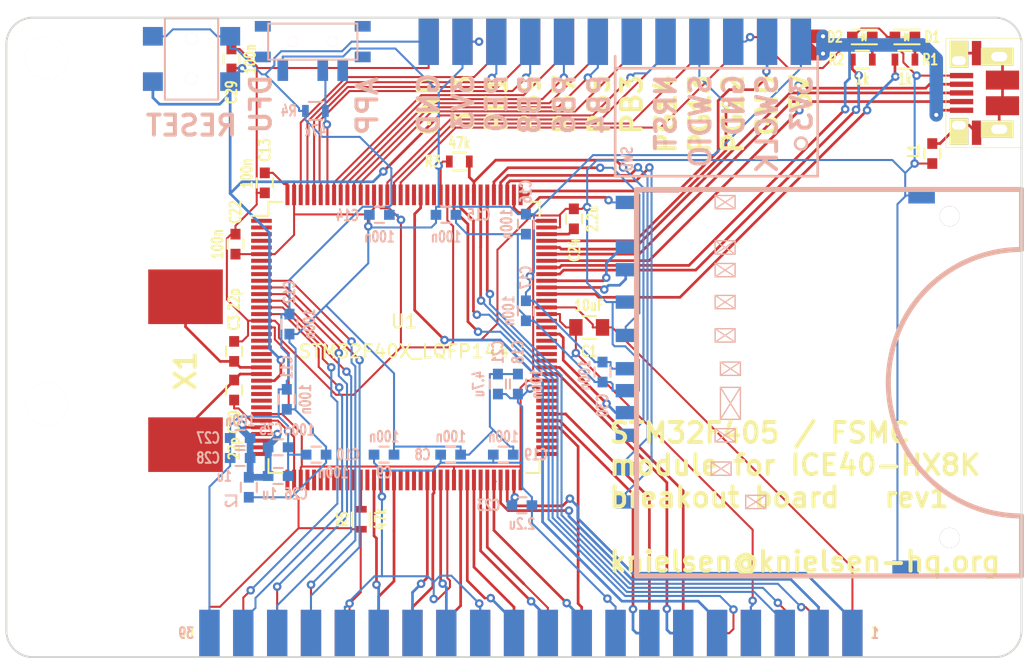
<source format=kicad_pcb>
(kicad_pcb (version 20171130) (host pcbnew "(5.1.12)-1")

  (general
    (thickness 1.6)
    (drawings 45)
    (tracks 1028)
    (zones 0)
    (modules 44)
    (nets 127)
  )

  (page A4)
  (layers
    (0 F.Cu jumper)
    (31 B.Cu signal)
    (32 B.Adhes user hide)
    (33 F.Adhes user hide)
    (34 B.Paste user hide)
    (35 F.Paste user hide)
    (36 B.SilkS user hide)
    (37 F.SilkS user hide)
    (38 B.Mask user hide)
    (39 F.Mask user hide)
    (40 Dwgs.User user hide)
    (41 Cmts.User user hide)
    (42 Eco1.User user hide)
    (43 Eco2.User user hide)
    (44 Edge.Cuts user)
    (45 Margin user hide)
    (46 B.CrtYd user hide)
    (47 F.CrtYd user hide)
    (48 B.Fab user hide)
    (49 F.Fab user hide)
  )

  (setup
    (last_trace_width 0.1524)
    (user_trace_width 0.2032)
    (user_trace_width 0.254)
    (user_trace_width 0.381)
    (user_trace_width 0.508)
    (user_trace_width 1.016)
    (trace_clearance 0.1524)
    (zone_clearance 0.254)
    (zone_45_only no)
    (trace_min 0.1524)
    (via_size 0.635)
    (via_drill 0.3048)
    (via_min_size 0.635)
    (via_min_drill 0.3048)
    (uvia_size 0.3)
    (uvia_drill 0.1)
    (uvias_allowed no)
    (uvia_min_size 0)
    (uvia_min_drill 0)
    (edge_width 0.15)
    (segment_width 0.2)
    (pcb_text_width 0.3)
    (pcb_text_size 1.5 1.5)
    (mod_edge_width 0.15)
    (mod_text_size 0.000001 0.000001)
    (mod_text_width 0.15)
    (pad_size 1.50114 1.50114)
    (pad_drill 1.50114)
    (pad_to_mask_clearance 0.2)
    (aux_axis_origin 0 0)
    (grid_origin 169.6 93.4)
    (visible_elements 7FFFFFFF)
    (pcbplotparams
      (layerselection 0x00030_ffffffff)
      (usegerberextensions false)
      (usegerberattributes true)
      (usegerberadvancedattributes true)
      (creategerberjobfile true)
      (excludeedgelayer true)
      (linewidth 0.100000)
      (plotframeref false)
      (viasonmask false)
      (mode 1)
      (useauxorigin false)
      (hpglpennumber 1)
      (hpglpenspeed 20)
      (hpglpendiameter 15.000000)
      (psnegative false)
      (psa4output false)
      (plotreference true)
      (plotvalue true)
      (plotinvisibletext false)
      (padsonsilk false)
      (subtractmaskfromsilk false)
      (outputformat 1)
      (mirror false)
      (drillshape 1)
      (scaleselection 1)
      (outputdirectory ""))
  )

  (net 0 "")
  (net 1 /nrst)
  (net 2 GND)
  (net 3 +3.3V)
  (net 4 /osc_in)
  (net 5 /osc_out)
  (net 6 "Net-(C23-Pad1)")
  (net 7 "Net-(C24-Pad1)")
  (net 8 /3V3_adc)
  (net 9 "Net-(D1-Pad1)")
  (net 10 "Net-(D2-Pad1)")
  (net 11 /usb_5v)
  (net 12 "Net-(L1-Pad2)")
  (net 13 /swdio)
  (net 14 /usb_dm)
  (net 15 /usb_dp)
  (net 16 /usb_id)
  (net 17 /sd_d3)
  (net 18 /sd_cmd)
  (net 19 /sd_clk)
  (net 20 /sd_d0)
  (net 21 /sd_d1)
  (net 22 /sd_d2)
  (net 23 /sd_cd)
  (net 24 /sd_wp)
  (net 25 /pe2)
  (net 26 /sram_a19)
  (net 27 /sram_a20)
  (net 28 /pe5)
  (net 29 /pe6)
  (net 30 /pc15)
  (net 31 /sram_a0)
  (net 32 /sram_a1)
  (net 33 /sram_a2)
  (net 34 /sram_a3)
  (net 35 /sram_a4)
  (net 36 /sram_a5)
  (net 37 /pf6)
  (net 38 /pf7)
  (net 39 /pf8)
  (net 40 /pf9)
  (net 41 /pf10)
  (net 42 /pc0)
  (net 43 /pc1)
  (net 44 /pc2)
  (net 45 /pc3)
  (net 46 /pa0)
  (net 47 /pa1)
  (net 48 /pa2)
  (net 49 /sram_d10)
  (net 50 /sram_d11)
  (net 51 /sram_d12)
  (net 52 /sram_d2)
  (net 53 /sram_d3)
  (net 54 /pd3)
  (net 55 /sram_oe)
  (net 56 /sram_we)
  (net 57 /pd6)
  (net 58 /sram1_ce)
  (net 59 /sram2_ce)
  (net 60 /sram3_ce)
  (net 61 /pg11)
  (net 62 /pg13)
  (net 63 /pg14)
  (net 64 /pb4)
  (net 65 /pb5)
  (net 66 /pb6)
  (net 67 /pb7)
  (net 68 /pb8)
  (net 69 /pb9)
  (net 70 /pa3)
  (net 71 /pa4)
  (net 72 /pa5)
  (net 73 /pa6)
  (net 74 /pa7)
  (net 75 /pc4)
  (net 76 /pc5)
  (net 77 /pb0)
  (net 78 /pb1)
  (net 79 /pf11)
  (net 80 /sram_a6)
  (net 81 /sram_a7)
  (net 82 /sram_a8)
  (net 83 /sram_a9)
  (net 84 /sram_a10)
  (net 85 /sram_a11)
  (net 86 /sram_d4)
  (net 87 /sram_d5)
  (net 88 /sram_d6)
  (net 89 /sram_d7)
  (net 90 /sram_d8)
  (net 91 /sram_d9)
  (net 92 /sram_d14)
  (net 93 /sram_d15)
  (net 94 /sram_a16)
  (net 95 /sram_a17)
  (net 96 /sram_a18)
  (net 97 /sram_d0)
  (net 98 /sram_d1)
  (net 99 /sram_a12)
  (net 100 /sram_a13)
  (net 101 /sram_a14)
  (net 102 /sram_a15)
  (net 103 /pg7)
  (net 104 /pg8)
  (net 105 /pc6)
  (net 106 /pb14)
  (net 107 /pb15)
  (net 108 /sram_d13)
  (net 109 /fpga_io1)
  (net 110 /fpga_io2)
  (net 111 /swclk)
  (net 112 /boot0)
  (net 113 /boot1)
  (net 114 "Net-(P5-Pad13)")
  (net 115 /user_led1)
  (net 116 /user_led2)
  (net 117 "Net-(SW1-Pad3)")
  (net 118 /pe0)
  (net 119 /pb3)
  (net 120 /pg12)
  (net 121 /pe1)
  (net 122 /pc13)
  (net 123 /pc14)
  (net 124 /pg15)
  (net 125 /pb12)
  (net 126 /pb13)

  (net_class Default "This is the default net class."
    (clearance 0.1524)
    (trace_width 0.1524)
    (via_dia 0.635)
    (via_drill 0.3048)
    (uvia_dia 0.3)
    (uvia_drill 0.1)
    (add_net +3.3V)
    (add_net /3V3_adc)
    (add_net /boot0)
    (add_net /boot1)
    (add_net /fpga_io1)
    (add_net /fpga_io2)
    (add_net /nrst)
    (add_net /osc_in)
    (add_net /osc_out)
    (add_net /pa0)
    (add_net /pa1)
    (add_net /pa2)
    (add_net /pa3)
    (add_net /pa4)
    (add_net /pa5)
    (add_net /pa6)
    (add_net /pa7)
    (add_net /pb0)
    (add_net /pb1)
    (add_net /pb12)
    (add_net /pb13)
    (add_net /pb14)
    (add_net /pb15)
    (add_net /pb3)
    (add_net /pb4)
    (add_net /pb5)
    (add_net /pb6)
    (add_net /pb7)
    (add_net /pb8)
    (add_net /pb9)
    (add_net /pc0)
    (add_net /pc1)
    (add_net /pc13)
    (add_net /pc14)
    (add_net /pc15)
    (add_net /pc2)
    (add_net /pc3)
    (add_net /pc4)
    (add_net /pc5)
    (add_net /pc6)
    (add_net /pd3)
    (add_net /pd6)
    (add_net /pe0)
    (add_net /pe1)
    (add_net /pe2)
    (add_net /pe5)
    (add_net /pe6)
    (add_net /pf10)
    (add_net /pf11)
    (add_net /pf6)
    (add_net /pf7)
    (add_net /pf8)
    (add_net /pf9)
    (add_net /pg11)
    (add_net /pg12)
    (add_net /pg13)
    (add_net /pg14)
    (add_net /pg15)
    (add_net /pg7)
    (add_net /pg8)
    (add_net /sd_cd)
    (add_net /sd_clk)
    (add_net /sd_cmd)
    (add_net /sd_d0)
    (add_net /sd_d1)
    (add_net /sd_d2)
    (add_net /sd_d3)
    (add_net /sd_wp)
    (add_net /sram1_ce)
    (add_net /sram2_ce)
    (add_net /sram3_ce)
    (add_net /sram_a0)
    (add_net /sram_a1)
    (add_net /sram_a10)
    (add_net /sram_a11)
    (add_net /sram_a12)
    (add_net /sram_a13)
    (add_net /sram_a14)
    (add_net /sram_a15)
    (add_net /sram_a16)
    (add_net /sram_a17)
    (add_net /sram_a18)
    (add_net /sram_a19)
    (add_net /sram_a2)
    (add_net /sram_a20)
    (add_net /sram_a3)
    (add_net /sram_a4)
    (add_net /sram_a5)
    (add_net /sram_a6)
    (add_net /sram_a7)
    (add_net /sram_a8)
    (add_net /sram_a9)
    (add_net /sram_d0)
    (add_net /sram_d1)
    (add_net /sram_d10)
    (add_net /sram_d11)
    (add_net /sram_d12)
    (add_net /sram_d13)
    (add_net /sram_d14)
    (add_net /sram_d15)
    (add_net /sram_d2)
    (add_net /sram_d3)
    (add_net /sram_d4)
    (add_net /sram_d5)
    (add_net /sram_d6)
    (add_net /sram_d7)
    (add_net /sram_d8)
    (add_net /sram_d9)
    (add_net /sram_oe)
    (add_net /sram_we)
    (add_net /swclk)
    (add_net /swdio)
    (add_net /usb_5v)
    (add_net /usb_dm)
    (add_net /usb_dp)
    (add_net /usb_id)
    (add_net /user_led1)
    (add_net /user_led2)
    (add_net GND)
    (add_net "Net-(C23-Pad1)")
    (add_net "Net-(C24-Pad1)")
    (add_net "Net-(D1-Pad1)")
    (add_net "Net-(D2-Pad1)")
    (add_net "Net-(L1-Pad2)")
    (add_net "Net-(P5-Pad13)")
    (add_net "Net-(SW1-Pad3)")
  )

  (module knielsenlib:SD_CARD_10100 (layer B.Cu) (tedit 65371E17) (tstamp 57A13868)
    (at 170.8 111.75)
    (path /57A16B82)
    (fp_text reference P1 (at -3.50012 15.99946) (layer B.SilkS) hide
      (effects (font (size 1.524 1.524) (thickness 0.3048)) (justify mirror))
    )
    (fp_text value SD_CARD (at 0 -17.00022) (layer B.SilkS) hide
      (effects (font (size 1.524 1.524) (thickness 0.3048)) (justify mirror))
    )
    (fp_line (start 5.40004 14.15288) (end 5.40004 9.652) (layer B.SilkS) (width 0.381))
    (fp_line (start -23.50008 14.15288) (end 5.40004 14.15288) (layer B.SilkS) (width 0.381))
    (fp_line (start -23.50008 -14.84884) (end -23.50008 14.15288) (layer B.SilkS) (width 0.381))
    (fp_line (start 5.40004 -14.85392) (end -23.50008 -14.85392) (layer B.SilkS) (width 0.381))
    (fp_line (start 5.40004 -10.35304) (end 5.40004 -14.85392) (layer B.SilkS) (width 0.381))
    (fp_line (start -15.30096 8.10006) (end -15.30096 9.10082) (layer B.SilkS) (width 0.09906))
    (fp_line (start -13.79982 8.10006) (end -15.30096 8.10006) (layer B.SilkS) (width 0.09906))
    (fp_line (start -13.79982 9.10082) (end -13.79982 8.10006) (layer B.SilkS) (width 0.09906))
    (fp_line (start -15.30096 9.10082) (end -13.79982 9.10082) (layer B.SilkS) (width 0.09906))
    (fp_line (start -15.30096 8.10006) (end -13.79982 9.10082) (layer B.SilkS) (width 0.09906))
    (fp_line (start -15.30096 9.10082) (end -13.79982 8.10006) (layer B.SilkS) (width 0.09906))
    (fp_line (start -17.89938 6.59892) (end -16.40078 5.6007) (layer B.SilkS) (width 0.09906))
    (fp_line (start -17.89938 5.6007) (end -17.89938 6.59892) (layer B.SilkS) (width 0.09906))
    (fp_line (start -16.40078 5.6007) (end -17.89938 5.6007) (layer B.SilkS) (width 0.09906))
    (fp_line (start -16.40078 6.59892) (end -16.40078 5.6007) (layer B.SilkS) (width 0.09906))
    (fp_line (start -17.89938 6.59892) (end -16.40078 6.59892) (layer B.SilkS) (width 0.09906))
    (fp_line (start -16.40078 6.59892) (end -17.89938 5.6007) (layer B.SilkS) (width 0.09906))
    (fp_line (start -17.59966 4.09956) (end -16.10106 3.0988) (layer B.SilkS) (width 0.09906))
    (fp_line (start -17.59966 3.0988) (end -17.59966 4.09956) (layer B.SilkS) (width 0.09906))
    (fp_line (start -16.10106 3.0988) (end -17.59966 3.0988) (layer B.SilkS) (width 0.09906))
    (fp_line (start -16.10106 4.09956) (end -16.10106 3.0988) (layer B.SilkS) (width 0.09906))
    (fp_line (start -17.59966 4.09956) (end -16.10106 4.09956) (layer B.SilkS) (width 0.09906))
    (fp_line (start -16.10106 4.09956) (end -17.59966 3.0988) (layer B.SilkS) (width 0.09906))
    (fp_line (start -17.20088 2.4003) (end -15.69974 0) (layer B.SilkS) (width 0.09906))
    (fp_line (start -17.20088 0) (end -17.20088 2.4003) (layer B.SilkS) (width 0.09906))
    (fp_line (start -15.69974 0) (end -17.20088 0) (layer B.SilkS) (width 0.09906))
    (fp_line (start -15.69974 2.4003) (end -15.69974 0) (layer B.SilkS) (width 0.09906))
    (fp_line (start -17.20088 2.4003) (end -15.69974 2.4003) (layer B.SilkS) (width 0.09906))
    (fp_line (start -17.20088 0) (end -15.69974 2.4003) (layer B.SilkS) (width 0.09906))
    (fp_line (start -17.20088 -0.89916) (end -15.69974 -1.89992) (layer B.SilkS) (width 0.09906))
    (fp_line (start -17.20088 -1.89992) (end -17.20088 -0.89916) (layer B.SilkS) (width 0.09906))
    (fp_line (start -15.69974 -1.89992) (end -17.20088 -1.89992) (layer B.SilkS) (width 0.09906))
    (fp_line (start -15.69974 -0.89916) (end -15.69974 -1.89992) (layer B.SilkS) (width 0.09906))
    (fp_line (start -17.20088 -0.89916) (end -15.69974 -0.89916) (layer B.SilkS) (width 0.09906))
    (fp_line (start -15.69974 -0.89916) (end -17.20088 -1.89992) (layer B.SilkS) (width 0.09906))
    (fp_line (start -17.59966 -3.40106) (end -16.10106 -4.39928) (layer B.SilkS) (width 0.09906))
    (fp_line (start -17.59966 -4.39928) (end -17.59966 -3.40106) (layer B.SilkS) (width 0.09906))
    (fp_line (start -16.10106 -4.39928) (end -17.59966 -4.39928) (layer B.SilkS) (width 0.09906))
    (fp_line (start -16.10106 -3.40106) (end -16.10106 -4.39928) (layer B.SilkS) (width 0.09906))
    (fp_line (start -17.59966 -3.40106) (end -16.10106 -3.40106) (layer B.SilkS) (width 0.09906))
    (fp_line (start -16.10106 -3.40106) (end -17.59966 -4.39928) (layer B.SilkS) (width 0.09906))
    (fp_line (start -16.10106 -5.90042) (end -16.10106 -6.90118) (layer B.SilkS) (width 0.09906))
    (fp_line (start -17.59966 -5.90042) (end -16.10106 -5.90042) (layer B.SilkS) (width 0.09906))
    (fp_line (start -17.59966 -5.90042) (end -16.10106 -6.90118) (layer B.SilkS) (width 0.09906))
    (fp_line (start -17.59966 -6.90118) (end -17.59966 -5.90042) (layer B.SilkS) (width 0.09906))
    (fp_line (start -16.10106 -6.90118) (end -17.59966 -6.90118) (layer B.SilkS) (width 0.09906))
    (fp_line (start -16.10106 -5.90042) (end -17.59966 -6.90118) (layer B.SilkS) (width 0.09906))
    (fp_line (start -17.59966 -8.30072) (end -16.10106 -9.29894) (layer B.SilkS) (width 0.09906))
    (fp_line (start -17.59966 -9.29894) (end -17.59966 -8.30072) (layer B.SilkS) (width 0.09906))
    (fp_line (start -16.10106 -9.29894) (end -17.59966 -9.29894) (layer B.SilkS) (width 0.09906))
    (fp_line (start -16.10106 -8.30072) (end -16.10106 -9.29894) (layer B.SilkS) (width 0.09906))
    (fp_line (start -17.59966 -8.30072) (end -16.10106 -8.30072) (layer B.SilkS) (width 0.09906))
    (fp_line (start -16.10106 -8.30072) (end -17.59966 -9.29894) (layer B.SilkS) (width 0.09906))
    (fp_line (start -17.59966 -9.99998) (end -16.10106 -11.00074) (layer B.SilkS) (width 0.09906))
    (fp_line (start -17.59966 -11.00074) (end -17.59966 -9.99998) (layer B.SilkS) (width 0.09906))
    (fp_line (start -16.10106 -11.00074) (end -17.59966 -11.00074) (layer B.SilkS) (width 0.09906))
    (fp_line (start -16.10106 -9.99998) (end -16.10106 -11.00074) (layer B.SilkS) (width 0.09906))
    (fp_line (start -17.59966 -9.99998) (end -16.10106 -9.99998) (layer B.SilkS) (width 0.09906))
    (fp_line (start -16.10106 -9.99998) (end -17.59966 -11.00074) (layer B.SilkS) (width 0.09906))
    (fp_line (start -17.59966 -13.40104) (end -16.10106 -14.39926) (layer B.SilkS) (width 0.09906))
    (fp_line (start -17.59966 -14.39926) (end -17.59966 -13.40104) (layer B.SilkS) (width 0.09906))
    (fp_line (start -16.10106 -14.39926) (end -17.59966 -14.39926) (layer B.SilkS) (width 0.09906))
    (fp_line (start -16.10106 -13.40104) (end -16.10106 -14.39926) (layer B.SilkS) (width 0.09906))
    (fp_line (start -17.59966 -13.40104) (end -16.10106 -13.40104) (layer B.SilkS) (width 0.09906))
    (fp_line (start -16.10106 -13.40104) (end -17.59966 -14.39926) (layer B.SilkS) (width 0.09906))
    (fp_arc (start 5.40004 -0.35052) (end 5.40004 -10.3505) (angle -90) (layer B.SilkS) (width 0.381))
    (fp_arc (start 5.40004 -0.34798) (end -4.59994 -0.34798) (angle -90) (layer B.SilkS) (width 0.381))
    (pad 1 smd rect (at -24.31034 6.10108) (size 1.50114 1.00076) (layers B.Cu B.Paste B.Mask)
      (net 17 /sd_d3))
    (pad 2 smd rect (at -24.31034 3.59918) (size 1.50114 1.00076) (layers B.Cu B.Paste B.Mask)
      (net 18 /sd_cmd))
    (pad 3 smd rect (at -24.31034 0.24892) (size 1.50114 1.00076) (layers B.Cu B.Paste B.Mask)
      (net 2 GND))
    (pad 4 smd rect (at -24.31034 -1.39954) (size 1.50114 1.00076) (layers B.Cu B.Paste B.Mask)
      (net 3 +3.3V))
    (pad 5 smd rect (at -24.31034 -3.8989) (size 1.50114 1.00076) (layers B.Cu B.Paste B.Mask)
      (net 19 /sd_clk))
    (pad 6 smd rect (at -24.31034 -6.4008) (size 1.50114 1.00076) (layers B.Cu B.Paste B.Mask)
      (net 2 GND))
    (pad 7 smd rect (at -24.31034 -8.82904) (size 1.50114 1.00076) (layers B.Cu B.Paste B.Mask)
      (net 20 /sd_d0))
    (pad 8 smd rect (at -24.31034 -10.53084) (size 1.50114 1.00076) (layers B.Cu B.Paste B.Mask)
      (net 21 /sd_d1))
    (pad 9 smd rect (at -24.31034 8.60044) (size 1.50114 1.00076) (layers B.Cu B.Paste B.Mask)
      (net 22 /sd_d2))
    (pad 10 smd rect (at -24.31034 1.89992) (size 1.50114 1.00076) (layers B.Cu B.Paste B.Mask)
      (net 23 /sd_cd))
    (pad 11 smd rect (at -24.31034 -13.8811) (size 1.50114 1.00076) (layers B.Cu B.Paste B.Mask)
      (net 24 /sd_wp))
    (pad 12 smd rect (at -2.10058 -14.39926) (size 1.99898 1.19888) (layers B.Cu B.Paste B.Mask)
      (net 2 GND))
    (pad 12 smd rect (at -3.29946 13.59916) (size 1.99898 1.19888) (layers B.Cu B.Paste B.Mask)
      (net 2 GND))
    (pad 12 thru_hole circle (at 0 11.30046) (size 1.50114 1.50114) (drill 1.50114) (layers *.Cu *.Mask B.SilkS))
    (pad 12 thru_hole circle (at 0 -12.84986) (size 1.50114 1.50114) (drill 1.50114) (layers *.Cu *.Mask B.SilkS))
    (model walter/conn_misc/sd_socket.wrl
      (offset (xyz -9.905999851226808 -0.5079999923706054 0))
      (scale (xyz 1 1 1))
      (rotate (xyz 0 0 -90))
    )
  )

  (module Mounting_Holes:MountingHole_3.2mm_M3 (layer F.Cu) (tedit 57A1D605) (tstamp 57A12972)
    (at 103 87)
    (descr "Mounting Hole 3.2mm, no annular, M3")
    (tags "mounting hole 3.2mm no annular m3")
    (fp_text reference REF**_2 (at 0 -4.2) (layer F.SilkS) hide
      (effects (font (size 1 1) (thickness 0.15)))
    )
    (fp_text value MountingHole_3.2mm_M3 (at 0 4.2) (layer F.Fab) hide
      (effects (font (size 1 1) (thickness 0.15)))
    )
    (fp_circle (center 0 0) (end 3.45 0) (layer F.CrtYd) (width 0.05))
    (fp_circle (center 0 0) (end 3.2 0) (layer Cmts.User) (width 0.15))
    (pad 1 np_thru_hole circle (at 0 0) (size 3.2 3.2) (drill 3.2) (layers *.Cu *.Mask F.SilkS))
  )

  (module Capacitors_SMD:C_0603 (layer F.Cu) (tedit 57A1DAEC) (tstamp 579CE016)
    (at 117.1 109.05 90)
    (descr "Capacitor SMD 0603, reflow soldering, AVX (see smccp.pdf)")
    (tags "capacitor 0603")
    (path /51E29A90)
    (attr smd)
    (fp_text reference C3 (at 2.15 0 90) (layer F.SilkS)
      (effects (font (size 0.8 0.6) (thickness 0.15)))
    )
    (fp_text value 22p (at 3.9 0 90) (layer F.SilkS)
      (effects (font (size 0.8 0.6) (thickness 0.15)))
    )
    (fp_line (start 0.35 0.6) (end -0.35 0.6) (layer F.SilkS) (width 0.15))
    (fp_line (start -0.35 -0.6) (end 0.35 -0.6) (layer F.SilkS) (width 0.15))
    (fp_line (start 1.45 -0.75) (end 1.45 0.75) (layer F.CrtYd) (width 0.05))
    (fp_line (start -1.45 -0.75) (end -1.45 0.75) (layer F.CrtYd) (width 0.05))
    (fp_line (start -1.45 0.75) (end 1.45 0.75) (layer F.CrtYd) (width 0.05))
    (fp_line (start -1.45 -0.75) (end 1.45 -0.75) (layer F.CrtYd) (width 0.05))
    (pad 1 smd rect (at -0.75 0 90) (size 0.8 0.75) (layers F.Cu F.Paste F.Mask)
      (net 4 /osc_in))
    (pad 2 smd rect (at 0.75 0 90) (size 0.8 0.75) (layers F.Cu F.Paste F.Mask)
      (net 2 GND))
    (model Capacitors_SMD.3dshapes/C_0603.wrl
      (at (xyz 0 0 0))
      (scale (xyz 1 1 1))
      (rotate (xyz 0 0 0))
    )
  )

  (module Capacitors_SMD:C_0603 (layer B.Cu) (tedit 57A1E633) (tstamp 579CE01C)
    (at 133.35 116.8)
    (descr "Capacitor SMD 0603, reflow soldering, AVX (see smccp.pdf)")
    (tags "capacitor 0603")
    (path /51E0354F)
    (attr smd)
    (fp_text reference C8 (at -2.1 0) (layer B.SilkS)
      (effects (font (size 0.8 0.6) (thickness 0.15)) (justify mirror))
    )
    (fp_text value 100n (at 0 -1.35) (layer B.SilkS)
      (effects (font (size 0.8 0.6) (thickness 0.15)) (justify mirror))
    )
    (fp_line (start 0.35 -0.6) (end -0.35 -0.6) (layer B.SilkS) (width 0.15))
    (fp_line (start -0.35 0.6) (end 0.35 0.6) (layer B.SilkS) (width 0.15))
    (fp_line (start 1.45 0.75) (end 1.45 -0.75) (layer B.CrtYd) (width 0.05))
    (fp_line (start -1.45 0.75) (end -1.45 -0.75) (layer B.CrtYd) (width 0.05))
    (fp_line (start -1.45 -0.75) (end 1.45 -0.75) (layer B.CrtYd) (width 0.05))
    (fp_line (start -1.45 0.75) (end 1.45 0.75) (layer B.CrtYd) (width 0.05))
    (pad 1 smd rect (at -0.75 0) (size 0.8 0.75) (layers B.Cu B.Paste B.Mask)
      (net 2 GND))
    (pad 2 smd rect (at 0.75 0) (size 0.8 0.75) (layers B.Cu B.Paste B.Mask)
      (net 3 +3.3V))
    (model Capacitors_SMD.3dshapes/C_0603.wrl
      (at (xyz 0 0 0))
      (scale (xyz 1 1 1))
      (rotate (xyz 0 0 0))
    )
  )

  (module Capacitors_SMD:C_0603 (layer B.Cu) (tedit 57A1E65C) (tstamp 579CE022)
    (at 128.35 116.8)
    (descr "Capacitor SMD 0603, reflow soldering, AVX (see smccp.pdf)")
    (tags "capacitor 0603")
    (path /51E0354E)
    (attr smd)
    (fp_text reference C9 (at 0 1.35) (layer B.SilkS)
      (effects (font (size 0.8 0.6) (thickness 0.15)) (justify mirror))
    )
    (fp_text value 100n (at 0 -1.35) (layer B.SilkS)
      (effects (font (size 0.8 0.6) (thickness 0.15)) (justify mirror))
    )
    (fp_line (start 0.35 -0.6) (end -0.35 -0.6) (layer B.SilkS) (width 0.15))
    (fp_line (start -0.35 0.6) (end 0.35 0.6) (layer B.SilkS) (width 0.15))
    (fp_line (start 1.45 0.75) (end 1.45 -0.75) (layer B.CrtYd) (width 0.05))
    (fp_line (start -1.45 0.75) (end -1.45 -0.75) (layer B.CrtYd) (width 0.05))
    (fp_line (start -1.45 -0.75) (end 1.45 -0.75) (layer B.CrtYd) (width 0.05))
    (fp_line (start -1.45 0.75) (end 1.45 0.75) (layer B.CrtYd) (width 0.05))
    (pad 1 smd rect (at -0.75 0) (size 0.8 0.75) (layers B.Cu B.Paste B.Mask)
      (net 2 GND))
    (pad 2 smd rect (at 0.75 0) (size 0.8 0.75) (layers B.Cu B.Paste B.Mask)
      (net 3 +3.3V))
    (model Capacitors_SMD.3dshapes/C_0603.wrl
      (at (xyz 0 0 0))
      (scale (xyz 1 1 1))
      (rotate (xyz 0 0 0))
    )
  )

  (module Capacitors_SMD:C_0603 (layer B.Cu) (tedit 57A1E6D4) (tstamp 579CE028)
    (at 123.25 116.8)
    (descr "Capacitor SMD 0603, reflow soldering, AVX (see smccp.pdf)")
    (tags "capacitor 0603")
    (path /51E0354C)
    (attr smd)
    (fp_text reference C10 (at 2.4 0) (layer B.SilkS)
      (effects (font (size 0.8 0.6) (thickness 0.15)) (justify mirror))
    )
    (fp_text value 100n (at 1.3 1.35) (layer B.SilkS)
      (effects (font (size 0.8 0.6) (thickness 0.15)) (justify mirror))
    )
    (fp_line (start 0.35 -0.6) (end -0.35 -0.6) (layer B.SilkS) (width 0.15))
    (fp_line (start -0.35 0.6) (end 0.35 0.6) (layer B.SilkS) (width 0.15))
    (fp_line (start 1.45 0.75) (end 1.45 -0.75) (layer B.CrtYd) (width 0.05))
    (fp_line (start -1.45 0.75) (end -1.45 -0.75) (layer B.CrtYd) (width 0.05))
    (fp_line (start -1.45 -0.75) (end 1.45 -0.75) (layer B.CrtYd) (width 0.05))
    (fp_line (start -1.45 0.75) (end 1.45 0.75) (layer B.CrtYd) (width 0.05))
    (pad 1 smd rect (at -0.75 0) (size 0.8 0.75) (layers B.Cu B.Paste B.Mask)
      (net 2 GND))
    (pad 2 smd rect (at 0.75 0) (size 0.8 0.75) (layers B.Cu B.Paste B.Mask)
      (net 3 +3.3V))
    (model Capacitors_SMD.3dshapes/C_0603.wrl
      (at (xyz 0 0 0))
      (scale (xyz 1 1 1))
      (rotate (xyz 0 0 0))
    )
  )

  (module Capacitors_SMD:C_0603 (layer B.Cu) (tedit 57A1E710) (tstamp 579CE02E)
    (at 121.05 112.65 270)
    (descr "Capacitor SMD 0603, reflow soldering, AVX (see smccp.pdf)")
    (tags "capacitor 0603")
    (path /51E0354D)
    (attr smd)
    (fp_text reference C11 (at -2.4 0 270) (layer B.SilkS)
      (effects (font (size 0.8 0.6) (thickness 0.15)) (justify mirror))
    )
    (fp_text value 100n (at 0 -1.4 270) (layer B.SilkS)
      (effects (font (size 0.8 0.6) (thickness 0.15)) (justify mirror))
    )
    (fp_line (start 0.35 -0.6) (end -0.35 -0.6) (layer B.SilkS) (width 0.15))
    (fp_line (start -0.35 0.6) (end 0.35 0.6) (layer B.SilkS) (width 0.15))
    (fp_line (start 1.45 0.75) (end 1.45 -0.75) (layer B.CrtYd) (width 0.05))
    (fp_line (start -1.45 0.75) (end -1.45 -0.75) (layer B.CrtYd) (width 0.05))
    (fp_line (start -1.45 -0.75) (end 1.45 -0.75) (layer B.CrtYd) (width 0.05))
    (fp_line (start -1.45 0.75) (end 1.45 0.75) (layer B.CrtYd) (width 0.05))
    (pad 1 smd rect (at -0.75 0 270) (size 0.8 0.75) (layers B.Cu B.Paste B.Mask)
      (net 2 GND))
    (pad 2 smd rect (at 0.75 0 270) (size 0.8 0.75) (layers B.Cu B.Paste B.Mask)
      (net 3 +3.3V))
    (model Capacitors_SMD.3dshapes/C_0603.wrl
      (at (xyz 0 0 0))
      (scale (xyz 1 1 1))
      (rotate (xyz 0 0 0))
    )
  )

  (module Capacitors_SMD:C_0603 (layer B.Cu) (tedit 57A1E734) (tstamp 579CE034)
    (at 121.25 107 270)
    (descr "Capacitor SMD 0603, reflow soldering, AVX (see smccp.pdf)")
    (tags "capacitor 0603")
    (path /51E0350B)
    (attr smd)
    (fp_text reference C12 (at -2.4 0 270) (layer B.SilkS)
      (effects (font (size 0.8 0.6) (thickness 0.15)) (justify mirror))
    )
    (fp_text value 100n (at 0 -1.5 270) (layer B.SilkS)
      (effects (font (size 0.8 0.6) (thickness 0.15)) (justify mirror))
    )
    (fp_line (start 0.35 -0.6) (end -0.35 -0.6) (layer B.SilkS) (width 0.15))
    (fp_line (start -0.35 0.6) (end 0.35 0.6) (layer B.SilkS) (width 0.15))
    (fp_line (start 1.45 0.75) (end 1.45 -0.75) (layer B.CrtYd) (width 0.05))
    (fp_line (start -1.45 0.75) (end -1.45 -0.75) (layer B.CrtYd) (width 0.05))
    (fp_line (start -1.45 -0.75) (end 1.45 -0.75) (layer B.CrtYd) (width 0.05))
    (fp_line (start -1.45 0.75) (end 1.45 0.75) (layer B.CrtYd) (width 0.05))
    (pad 1 smd rect (at -0.75 0 270) (size 0.8 0.75) (layers B.Cu B.Paste B.Mask)
      (net 2 GND))
    (pad 2 smd rect (at 0.75 0 270) (size 0.8 0.75) (layers B.Cu B.Paste B.Mask)
      (net 3 +3.3V))
    (model Capacitors_SMD.3dshapes/C_0603.wrl
      (at (xyz 0 0 0))
      (scale (xyz 1 1 1))
      (rotate (xyz 0 0 0))
    )
  )

  (module Capacitors_SMD:C_0603 (layer F.Cu) (tedit 57A1DB3B) (tstamp 579CE03A)
    (at 119.4 96.4 90)
    (descr "Capacitor SMD 0603, reflow soldering, AVX (see smccp.pdf)")
    (tags "capacitor 0603")
    (path /51E0352E)
    (attr smd)
    (fp_text reference C13 (at 2.45 0 90) (layer F.SilkS)
      (effects (font (size 0.8 0.6) (thickness 0.15)))
    )
    (fp_text value 100n (at 0.7 -1.35 90) (layer F.SilkS)
      (effects (font (size 0.8 0.6) (thickness 0.15)))
    )
    (fp_line (start 0.35 0.6) (end -0.35 0.6) (layer F.SilkS) (width 0.15))
    (fp_line (start -0.35 -0.6) (end 0.35 -0.6) (layer F.SilkS) (width 0.15))
    (fp_line (start 1.45 -0.75) (end 1.45 0.75) (layer F.CrtYd) (width 0.05))
    (fp_line (start -1.45 -0.75) (end -1.45 0.75) (layer F.CrtYd) (width 0.05))
    (fp_line (start -1.45 0.75) (end 1.45 0.75) (layer F.CrtYd) (width 0.05))
    (fp_line (start -1.45 -0.75) (end 1.45 -0.75) (layer F.CrtYd) (width 0.05))
    (pad 1 smd rect (at -0.75 0 90) (size 0.8 0.75) (layers F.Cu F.Paste F.Mask)
      (net 2 GND))
    (pad 2 smd rect (at 0.75 0 90) (size 0.8 0.75) (layers F.Cu F.Paste F.Mask)
      (net 3 +3.3V))
    (model Capacitors_SMD.3dshapes/C_0603.wrl
      (at (xyz 0 0 0))
      (scale (xyz 1 1 1))
      (rotate (xyz 0 0 0))
    )
  )

  (module Capacitors_SMD:C_0603 (layer B.Cu) (tedit 57A1E543) (tstamp 579CE040)
    (at 128 98.8 180)
    (descr "Capacitor SMD 0603, reflow soldering, AVX (see smccp.pdf)")
    (tags "capacitor 0603")
    (path /51E03543)
    (attr smd)
    (fp_text reference C14 (at 2.4 -0.05 180) (layer B.SilkS)
      (effects (font (size 0.8 0.6) (thickness 0.15)) (justify mirror))
    )
    (fp_text value 100n (at 0 -1.65 180) (layer B.SilkS)
      (effects (font (size 0.8 0.6) (thickness 0.15)) (justify mirror))
    )
    (fp_line (start 0.35 -0.6) (end -0.35 -0.6) (layer B.SilkS) (width 0.15))
    (fp_line (start -0.35 0.6) (end 0.35 0.6) (layer B.SilkS) (width 0.15))
    (fp_line (start 1.45 0.75) (end 1.45 -0.75) (layer B.CrtYd) (width 0.05))
    (fp_line (start -1.45 0.75) (end -1.45 -0.75) (layer B.CrtYd) (width 0.05))
    (fp_line (start -1.45 -0.75) (end 1.45 -0.75) (layer B.CrtYd) (width 0.05))
    (fp_line (start -1.45 0.75) (end 1.45 0.75) (layer B.CrtYd) (width 0.05))
    (pad 1 smd rect (at -0.75 0 180) (size 0.8 0.75) (layers B.Cu B.Paste B.Mask)
      (net 2 GND))
    (pad 2 smd rect (at 0.75 0 180) (size 0.8 0.75) (layers B.Cu B.Paste B.Mask)
      (net 3 +3.3V))
    (model Capacitors_SMD.3dshapes/C_0603.wrl
      (at (xyz 0 0 0))
      (scale (xyz 1 1 1))
      (rotate (xyz 0 0 0))
    )
  )

  (module Capacitors_SMD:C_0603 (layer B.Cu) (tedit 57A1E54D) (tstamp 579CE046)
    (at 133 98.8 180)
    (descr "Capacitor SMD 0603, reflow soldering, AVX (see smccp.pdf)")
    (tags "capacitor 0603")
    (path /51E03542)
    (attr smd)
    (fp_text reference C15 (at -2.45 0 180) (layer B.SilkS)
      (effects (font (size 0.8 0.6) (thickness 0.15)) (justify mirror))
    )
    (fp_text value 100n (at 0 -1.65 180) (layer B.SilkS)
      (effects (font (size 0.8 0.6) (thickness 0.15)) (justify mirror))
    )
    (fp_line (start 0.35 -0.6) (end -0.35 -0.6) (layer B.SilkS) (width 0.15))
    (fp_line (start -0.35 0.6) (end 0.35 0.6) (layer B.SilkS) (width 0.15))
    (fp_line (start 1.45 0.75) (end 1.45 -0.75) (layer B.CrtYd) (width 0.05))
    (fp_line (start -1.45 0.75) (end -1.45 -0.75) (layer B.CrtYd) (width 0.05))
    (fp_line (start -1.45 -0.75) (end 1.45 -0.75) (layer B.CrtYd) (width 0.05))
    (fp_line (start -1.45 0.75) (end 1.45 0.75) (layer B.CrtYd) (width 0.05))
    (pad 1 smd rect (at -0.75 0 180) (size 0.8 0.75) (layers B.Cu B.Paste B.Mask)
      (net 2 GND))
    (pad 2 smd rect (at 0.75 0 180) (size 0.8 0.75) (layers B.Cu B.Paste B.Mask)
      (net 3 +3.3V))
    (model Capacitors_SMD.3dshapes/C_0603.wrl
      (at (xyz 0 0 0))
      (scale (xyz 1 1 1))
      (rotate (xyz 0 0 0))
    )
  )

  (module Capacitors_SMD:C_0603 (layer B.Cu) (tedit 57A1E56B) (tstamp 579CE04C)
    (at 139 99.5 90)
    (descr "Capacitor SMD 0603, reflow soldering, AVX (see smccp.pdf)")
    (tags "capacitor 0603")
    (path /51E03558)
    (attr smd)
    (fp_text reference C16 (at 2.45 0 90) (layer B.SilkS)
      (effects (font (size 0.8 0.6) (thickness 0.15)) (justify mirror))
    )
    (fp_text value 100n (at 0 -1.45 90) (layer B.SilkS)
      (effects (font (size 0.8 0.6) (thickness 0.15)) (justify mirror))
    )
    (fp_line (start 0.35 -0.6) (end -0.35 -0.6) (layer B.SilkS) (width 0.15))
    (fp_line (start -0.35 0.6) (end 0.35 0.6) (layer B.SilkS) (width 0.15))
    (fp_line (start 1.45 0.75) (end 1.45 -0.75) (layer B.CrtYd) (width 0.05))
    (fp_line (start -1.45 0.75) (end -1.45 -0.75) (layer B.CrtYd) (width 0.05))
    (fp_line (start -1.45 -0.75) (end 1.45 -0.75) (layer B.CrtYd) (width 0.05))
    (fp_line (start -1.45 0.75) (end 1.45 0.75) (layer B.CrtYd) (width 0.05))
    (pad 1 smd rect (at -0.75 0 90) (size 0.8 0.75) (layers B.Cu B.Paste B.Mask)
      (net 2 GND))
    (pad 2 smd rect (at 0.75 0 90) (size 0.8 0.75) (layers B.Cu B.Paste B.Mask)
      (net 3 +3.3V))
    (model Capacitors_SMD.3dshapes/C_0603.wrl
      (at (xyz 0 0 0))
      (scale (xyz 1 1 1))
      (rotate (xyz 0 0 0))
    )
  )

  (module Capacitors_SMD:C_0603 (layer B.Cu) (tedit 57A1E59A) (tstamp 579CE052)
    (at 139 106 90)
    (descr "Capacitor SMD 0603, reflow soldering, AVX (see smccp.pdf)")
    (tags "capacitor 0603")
    (path /51E03559)
    (attr smd)
    (fp_text reference C17 (at 2.5 0 90) (layer B.SilkS)
      (effects (font (size 0.8 0.6) (thickness 0.15)) (justify mirror))
    )
    (fp_text value 100n (at 0 -1.3 90) (layer B.SilkS)
      (effects (font (size 0.8 0.6) (thickness 0.15)) (justify mirror))
    )
    (fp_line (start 0.35 -0.6) (end -0.35 -0.6) (layer B.SilkS) (width 0.15))
    (fp_line (start -0.35 0.6) (end 0.35 0.6) (layer B.SilkS) (width 0.15))
    (fp_line (start 1.45 0.75) (end 1.45 -0.75) (layer B.CrtYd) (width 0.05))
    (fp_line (start -1.45 0.75) (end -1.45 -0.75) (layer B.CrtYd) (width 0.05))
    (fp_line (start -1.45 -0.75) (end 1.45 -0.75) (layer B.CrtYd) (width 0.05))
    (fp_line (start -1.45 0.75) (end 1.45 0.75) (layer B.CrtYd) (width 0.05))
    (pad 1 smd rect (at -0.75 0 90) (size 0.8 0.75) (layers B.Cu B.Paste B.Mask)
      (net 2 GND))
    (pad 2 smd rect (at 0.75 0 90) (size 0.8 0.75) (layers B.Cu B.Paste B.Mask)
      (net 3 +3.3V))
    (model Capacitors_SMD.3dshapes/C_0603.wrl
      (at (xyz 0 0 0))
      (scale (xyz 1 1 1))
      (rotate (xyz 0 0 0))
    )
  )

  (module Capacitors_SMD:C_0603 (layer B.Cu) (tedit 57A1E5CF) (tstamp 579CE058)
    (at 138.4 111.5 90)
    (descr "Capacitor SMD 0603, reflow soldering, AVX (see smccp.pdf)")
    (tags "capacitor 0603")
    (path /51E0355B)
    (attr smd)
    (fp_text reference C18 (at 2.4 0 90) (layer B.SilkS)
      (effects (font (size 0.8 0.6) (thickness 0.15)) (justify mirror))
    )
    (fp_text value 100n (at 0 1.4 90) (layer B.SilkS)
      (effects (font (size 0.8 0.6) (thickness 0.15)) (justify mirror))
    )
    (fp_line (start 0.35 -0.6) (end -0.35 -0.6) (layer B.SilkS) (width 0.15))
    (fp_line (start -0.35 0.6) (end 0.35 0.6) (layer B.SilkS) (width 0.15))
    (fp_line (start 1.45 0.75) (end 1.45 -0.75) (layer B.CrtYd) (width 0.05))
    (fp_line (start -1.45 0.75) (end -1.45 -0.75) (layer B.CrtYd) (width 0.05))
    (fp_line (start -1.45 -0.75) (end 1.45 -0.75) (layer B.CrtYd) (width 0.05))
    (fp_line (start -1.45 0.75) (end 1.45 0.75) (layer B.CrtYd) (width 0.05))
    (pad 1 smd rect (at -0.75 0 90) (size 0.8 0.75) (layers B.Cu B.Paste B.Mask)
      (net 2 GND))
    (pad 2 smd rect (at 0.75 0 90) (size 0.8 0.75) (layers B.Cu B.Paste B.Mask)
      (net 3 +3.3V))
    (model Capacitors_SMD.3dshapes/C_0603.wrl
      (at (xyz 0 0 0))
      (scale (xyz 1 1 1))
      (rotate (xyz 0 0 0))
    )
  )

  (module Capacitors_SMD:C_0603 (layer B.Cu) (tedit 57A1E620) (tstamp 579CE05E)
    (at 137.3 116.8)
    (descr "Capacitor SMD 0603, reflow soldering, AVX (see smccp.pdf)")
    (tags "capacitor 0603")
    (path /51E0355A)
    (attr smd)
    (fp_text reference C19 (at 2.45 0) (layer B.SilkS)
      (effects (font (size 0.8 0.6) (thickness 0.15)) (justify mirror))
    )
    (fp_text value 100n (at 0 -1.35) (layer B.SilkS)
      (effects (font (size 0.8 0.6) (thickness 0.15)) (justify mirror))
    )
    (fp_line (start 0.35 -0.6) (end -0.35 -0.6) (layer B.SilkS) (width 0.15))
    (fp_line (start -0.35 0.6) (end 0.35 0.6) (layer B.SilkS) (width 0.15))
    (fp_line (start 1.45 0.75) (end 1.45 -0.75) (layer B.CrtYd) (width 0.05))
    (fp_line (start -1.45 0.75) (end -1.45 -0.75) (layer B.CrtYd) (width 0.05))
    (fp_line (start -1.45 -0.75) (end 1.45 -0.75) (layer B.CrtYd) (width 0.05))
    (fp_line (start -1.45 0.75) (end 1.45 0.75) (layer B.CrtYd) (width 0.05))
    (pad 1 smd rect (at -0.75 0) (size 0.8 0.75) (layers B.Cu B.Paste B.Mask)
      (net 2 GND))
    (pad 2 smd rect (at 0.75 0) (size 0.8 0.75) (layers B.Cu B.Paste B.Mask)
      (net 3 +3.3V))
    (model Capacitors_SMD.3dshapes/C_0603.wrl
      (at (xyz 0 0 0))
      (scale (xyz 1 1 1))
      (rotate (xyz 0 0 0))
    )
  )

  (module Capacitors_SMD:C_0603 (layer F.Cu) (tedit 57A1DAB4) (tstamp 579CE064)
    (at 117.1 111.95 270)
    (descr "Capacitor SMD 0603, reflow soldering, AVX (see smccp.pdf)")
    (tags "capacitor 0603")
    (path /51E29A9A)
    (attr smd)
    (fp_text reference C20 (at 2.4 0 270) (layer F.SilkS)
      (effects (font (size 0.8 0.6) (thickness 0.15)))
    )
    (fp_text value 22p (at 4.4 0 270) (layer F.SilkS)
      (effects (font (size 0.8 0.6) (thickness 0.15)))
    )
    (fp_line (start 0.35 0.6) (end -0.35 0.6) (layer F.SilkS) (width 0.15))
    (fp_line (start -0.35 -0.6) (end 0.35 -0.6) (layer F.SilkS) (width 0.15))
    (fp_line (start 1.45 -0.75) (end 1.45 0.75) (layer F.CrtYd) (width 0.05))
    (fp_line (start -1.45 -0.75) (end -1.45 0.75) (layer F.CrtYd) (width 0.05))
    (fp_line (start -1.45 0.75) (end 1.45 0.75) (layer F.CrtYd) (width 0.05))
    (fp_line (start -1.45 -0.75) (end 1.45 -0.75) (layer F.CrtYd) (width 0.05))
    (pad 1 smd rect (at -0.75 0 270) (size 0.8 0.75) (layers F.Cu F.Paste F.Mask)
      (net 5 /osc_out))
    (pad 2 smd rect (at 0.75 0 270) (size 0.8 0.75) (layers F.Cu F.Paste F.Mask)
      (net 2 GND))
    (model Capacitors_SMD.3dshapes/C_0603.wrl
      (at (xyz 0 0 0))
      (scale (xyz 1 1 1))
      (rotate (xyz 0 0 0))
    )
  )

  (module Capacitors_SMD:C_0603 (layer B.Cu) (tedit 57A1E5E3) (tstamp 579CE06A)
    (at 136.9 111.5 90)
    (descr "Capacitor SMD 0603, reflow soldering, AVX (see smccp.pdf)")
    (tags "capacitor 0603")
    (path /51E31FE2)
    (attr smd)
    (fp_text reference C21 (at 2.4 0 90) (layer B.SilkS)
      (effects (font (size 0.8 0.6) (thickness 0.15)) (justify mirror))
    )
    (fp_text value 4.7u (at 0 -1.45 90) (layer B.SilkS)
      (effects (font (size 0.8 0.6) (thickness 0.15)) (justify mirror))
    )
    (fp_line (start 0.35 -0.6) (end -0.35 -0.6) (layer B.SilkS) (width 0.15))
    (fp_line (start -0.35 0.6) (end 0.35 0.6) (layer B.SilkS) (width 0.15))
    (fp_line (start 1.45 0.75) (end 1.45 -0.75) (layer B.CrtYd) (width 0.05))
    (fp_line (start -1.45 0.75) (end -1.45 -0.75) (layer B.CrtYd) (width 0.05))
    (fp_line (start -1.45 -0.75) (end 1.45 -0.75) (layer B.CrtYd) (width 0.05))
    (fp_line (start -1.45 0.75) (end 1.45 0.75) (layer B.CrtYd) (width 0.05))
    (pad 1 smd rect (at -0.75 0 90) (size 0.8 0.75) (layers B.Cu B.Paste B.Mask)
      (net 2 GND))
    (pad 2 smd rect (at 0.75 0 90) (size 0.8 0.75) (layers B.Cu B.Paste B.Mask)
      (net 3 +3.3V))
    (model Capacitors_SMD.3dshapes/C_0603.wrl
      (at (xyz 0 0 0))
      (scale (xyz 1 1 1))
      (rotate (xyz 0 0 0))
    )
  )

  (module Capacitors_SMD:C_0603 (layer F.Cu) (tedit 57A1DB17) (tstamp 579CE070)
    (at 117.2 101 90)
    (descr "Capacitor SMD 0603, reflow soldering, AVX (see smccp.pdf)")
    (tags "capacitor 0603")
    (path /51E31FCA)
    (attr smd)
    (fp_text reference C22 (at 2.4 0 90) (layer F.SilkS)
      (effects (font (size 0.8 0.6) (thickness 0.15)))
    )
    (fp_text value 100n (at 0 -1.35 90) (layer F.SilkS)
      (effects (font (size 0.8 0.6) (thickness 0.15)))
    )
    (fp_line (start 0.35 0.6) (end -0.35 0.6) (layer F.SilkS) (width 0.15))
    (fp_line (start -0.35 -0.6) (end 0.35 -0.6) (layer F.SilkS) (width 0.15))
    (fp_line (start 1.45 -0.75) (end 1.45 0.75) (layer F.CrtYd) (width 0.05))
    (fp_line (start -1.45 -0.75) (end -1.45 0.75) (layer F.CrtYd) (width 0.05))
    (fp_line (start -1.45 0.75) (end 1.45 0.75) (layer F.CrtYd) (width 0.05))
    (fp_line (start -1.45 -0.75) (end 1.45 -0.75) (layer F.CrtYd) (width 0.05))
    (pad 1 smd rect (at -0.75 0 90) (size 0.8 0.75) (layers F.Cu F.Paste F.Mask)
      (net 3 +3.3V))
    (pad 2 smd rect (at 0.75 0 90) (size 0.8 0.75) (layers F.Cu F.Paste F.Mask)
      (net 2 GND))
    (model Capacitors_SMD.3dshapes/C_0603.wrl
      (at (xyz 0 0 0))
      (scale (xyz 1 1 1))
      (rotate (xyz 0 0 0))
    )
  )

  (module Capacitors_SMD:C_0603 (layer B.Cu) (tedit 57A1D886) (tstamp 579CE076)
    (at 138.7 120.6)
    (descr "Capacitor SMD 0603, reflow soldering, AVX (see smccp.pdf)")
    (tags "capacitor 0603")
    (path /51E2F4D7)
    (attr smd)
    (fp_text reference C23 (at -2.5 0) (layer B.SilkS)
      (effects (font (size 0.8 0.6) (thickness 0.15)) (justify mirror))
    )
    (fp_text value 2.2u (at 0 1.4) (layer B.SilkS)
      (effects (font (size 0.8 0.6) (thickness 0.15)) (justify mirror))
    )
    (fp_line (start 0.35 -0.6) (end -0.35 -0.6) (layer B.SilkS) (width 0.15))
    (fp_line (start -0.35 0.6) (end 0.35 0.6) (layer B.SilkS) (width 0.15))
    (fp_line (start 1.45 0.75) (end 1.45 -0.75) (layer B.CrtYd) (width 0.05))
    (fp_line (start -1.45 0.75) (end -1.45 -0.75) (layer B.CrtYd) (width 0.05))
    (fp_line (start -1.45 -0.75) (end 1.45 -0.75) (layer B.CrtYd) (width 0.05))
    (fp_line (start -1.45 0.75) (end 1.45 0.75) (layer B.CrtYd) (width 0.05))
    (pad 1 smd rect (at -0.75 0) (size 0.8 0.75) (layers B.Cu B.Paste B.Mask)
      (net 6 "Net-(C23-Pad1)"))
    (pad 2 smd rect (at 0.75 0) (size 0.8 0.75) (layers B.Cu B.Paste B.Mask)
      (net 2 GND))
    (model Capacitors_SMD.3dshapes/C_0603.wrl
      (at (xyz 0 0 0))
      (scale (xyz 1 1 1))
      (rotate (xyz 0 0 0))
    )
  )

  (module Capacitors_SMD:C_0603 (layer F.Cu) (tedit 57A1DB76) (tstamp 579CE07C)
    (at 142.6 99.1 90)
    (descr "Capacitor SMD 0603, reflow soldering, AVX (see smccp.pdf)")
    (tags "capacitor 0603")
    (path /51E2F4CE)
    (attr smd)
    (fp_text reference C24 (at -2.35 0.05 90) (layer F.SilkS)
      (effects (font (size 0.8 0.6) (thickness 0.15)))
    )
    (fp_text value 2.2u (at 0 1.4 90) (layer F.SilkS)
      (effects (font (size 0.8 0.6) (thickness 0.15)))
    )
    (fp_line (start 0.35 0.6) (end -0.35 0.6) (layer F.SilkS) (width 0.15))
    (fp_line (start -0.35 -0.6) (end 0.35 -0.6) (layer F.SilkS) (width 0.15))
    (fp_line (start 1.45 -0.75) (end 1.45 0.75) (layer F.CrtYd) (width 0.05))
    (fp_line (start -1.45 -0.75) (end -1.45 0.75) (layer F.CrtYd) (width 0.05))
    (fp_line (start -1.45 0.75) (end 1.45 0.75) (layer F.CrtYd) (width 0.05))
    (fp_line (start -1.45 -0.75) (end 1.45 -0.75) (layer F.CrtYd) (width 0.05))
    (pad 1 smd rect (at -0.75 0 90) (size 0.8 0.75) (layers F.Cu F.Paste F.Mask)
      (net 7 "Net-(C24-Pad1)"))
    (pad 2 smd rect (at 0.75 0 90) (size 0.8 0.75) (layers F.Cu F.Paste F.Mask)
      (net 2 GND))
    (model Capacitors_SMD.3dshapes/C_0603.wrl
      (at (xyz 0 0 0))
      (scale (xyz 1 1 1))
      (rotate (xyz 0 0 0))
    )
  )

  (module Capacitors_SMD:C_0603 (layer B.Cu) (tedit 57A1E7C4) (tstamp 579CE082)
    (at 120.4 116.25)
    (descr "Capacitor SMD 0603, reflow soldering, AVX (see smccp.pdf)")
    (tags "capacitor 0603")
    (path /51E32464)
    (attr smd)
    (fp_text reference C25 (at -0.55 -1.35) (layer B.SilkS)
      (effects (font (size 0.8 0.6) (thickness 0.15)) (justify mirror))
    )
    (fp_text value 100n (at 1.6 -1.3) (layer B.SilkS)
      (effects (font (size 0.8 0.6) (thickness 0.15)) (justify mirror))
    )
    (fp_line (start 0.35 -0.6) (end -0.35 -0.6) (layer B.SilkS) (width 0.15))
    (fp_line (start -0.35 0.6) (end 0.35 0.6) (layer B.SilkS) (width 0.15))
    (fp_line (start 1.45 0.75) (end 1.45 -0.75) (layer B.CrtYd) (width 0.05))
    (fp_line (start -1.45 0.75) (end -1.45 -0.75) (layer B.CrtYd) (width 0.05))
    (fp_line (start -1.45 -0.75) (end 1.45 -0.75) (layer B.CrtYd) (width 0.05))
    (fp_line (start -1.45 0.75) (end 1.45 0.75) (layer B.CrtYd) (width 0.05))
    (pad 1 smd rect (at -0.75 0) (size 0.8 0.75) (layers B.Cu B.Paste B.Mask)
      (net 8 /3V3_adc))
    (pad 2 smd rect (at 0.75 0) (size 0.8 0.75) (layers B.Cu B.Paste B.Mask)
      (net 2 GND))
    (model Capacitors_SMD.3dshapes/C_0603.wrl
      (at (xyz 0 0 0))
      (scale (xyz 1 1 1))
      (rotate (xyz 0 0 0))
    )
  )

  (module Capacitors_SMD:C_0603 (layer B.Cu) (tedit 57A1E6C8) (tstamp 579CE088)
    (at 120.4 118.4)
    (descr "Capacitor SMD 0603, reflow soldering, AVX (see smccp.pdf)")
    (tags "capacitor 0603")
    (path /51E3245F)
    (attr smd)
    (fp_text reference C26 (at 1.35 1.35) (layer B.SilkS)
      (effects (font (size 0.8 0.6) (thickness 0.15)) (justify mirror))
    )
    (fp_text value 1u (at -0.65 1.35) (layer B.SilkS)
      (effects (font (size 0.8 0.6) (thickness 0.15)) (justify mirror))
    )
    (fp_line (start 0.35 -0.6) (end -0.35 -0.6) (layer B.SilkS) (width 0.15))
    (fp_line (start -0.35 0.6) (end 0.35 0.6) (layer B.SilkS) (width 0.15))
    (fp_line (start 1.45 0.75) (end 1.45 -0.75) (layer B.CrtYd) (width 0.05))
    (fp_line (start -1.45 0.75) (end -1.45 -0.75) (layer B.CrtYd) (width 0.05))
    (fp_line (start -1.45 -0.75) (end 1.45 -0.75) (layer B.CrtYd) (width 0.05))
    (fp_line (start -1.45 0.75) (end 1.45 0.75) (layer B.CrtYd) (width 0.05))
    (pad 1 smd rect (at -0.75 0) (size 0.8 0.75) (layers B.Cu B.Paste B.Mask)
      (net 8 /3V3_adc))
    (pad 2 smd rect (at 0.75 0) (size 0.8 0.75) (layers B.Cu B.Paste B.Mask)
      (net 2 GND))
    (model Capacitors_SMD.3dshapes/C_0603.wrl
      (at (xyz 0 0 0))
      (scale (xyz 1 1 1))
      (rotate (xyz 0 0 0))
    )
  )

  (module Capacitors_SMD:C_0603 (layer B.Cu) (tedit 57A1E771) (tstamp 579CE08E)
    (at 117.55 115.55 180)
    (descr "Capacitor SMD 0603, reflow soldering, AVX (see smccp.pdf)")
    (tags "capacitor 0603")
    (path /51E323F3)
    (attr smd)
    (fp_text reference C27 (at 2.4 0 180) (layer B.SilkS)
      (effects (font (size 0.8 0.6) (thickness 0.15)) (justify mirror))
    )
    (fp_text value 100n (at 0 1.3 180) (layer B.SilkS)
      (effects (font (size 0.8 0.6) (thickness 0.15)) (justify mirror))
    )
    (fp_line (start 0.35 -0.6) (end -0.35 -0.6) (layer B.SilkS) (width 0.15))
    (fp_line (start -0.35 0.6) (end 0.35 0.6) (layer B.SilkS) (width 0.15))
    (fp_line (start 1.45 0.75) (end 1.45 -0.75) (layer B.CrtYd) (width 0.05))
    (fp_line (start -1.45 0.75) (end -1.45 -0.75) (layer B.CrtYd) (width 0.05))
    (fp_line (start -1.45 -0.75) (end 1.45 -0.75) (layer B.CrtYd) (width 0.05))
    (fp_line (start -1.45 0.75) (end 1.45 0.75) (layer B.CrtYd) (width 0.05))
    (pad 1 smd rect (at -0.75 0 180) (size 0.8 0.75) (layers B.Cu B.Paste B.Mask)
      (net 8 /3V3_adc))
    (pad 2 smd rect (at 0.75 0 180) (size 0.8 0.75) (layers B.Cu B.Paste B.Mask)
      (net 2 GND))
    (model Capacitors_SMD.3dshapes/C_0603.wrl
      (at (xyz 0 0 0))
      (scale (xyz 1 1 1))
      (rotate (xyz 0 0 0))
    )
  )

  (module Capacitors_SMD:C_0603 (layer B.Cu) (tedit 57A1E75A) (tstamp 579CE094)
    (at 117.55 117.05 180)
    (descr "Capacitor SMD 0603, reflow soldering, AVX (see smccp.pdf)")
    (tags "capacitor 0603")
    (path /51E32404)
    (attr smd)
    (fp_text reference C28 (at 2.4 0 180) (layer B.SilkS)
      (effects (font (size 0.8 0.6) (thickness 0.15)) (justify mirror))
    )
    (fp_text value 1u (at 1.2 -1.35 180) (layer B.SilkS)
      (effects (font (size 0.8 0.6) (thickness 0.15)) (justify mirror))
    )
    (fp_line (start 0.35 -0.6) (end -0.35 -0.6) (layer B.SilkS) (width 0.15))
    (fp_line (start -0.35 0.6) (end 0.35 0.6) (layer B.SilkS) (width 0.15))
    (fp_line (start 1.45 0.75) (end 1.45 -0.75) (layer B.CrtYd) (width 0.05))
    (fp_line (start -1.45 0.75) (end -1.45 -0.75) (layer B.CrtYd) (width 0.05))
    (fp_line (start -1.45 -0.75) (end 1.45 -0.75) (layer B.CrtYd) (width 0.05))
    (fp_line (start -1.45 0.75) (end 1.45 0.75) (layer B.CrtYd) (width 0.05))
    (pad 1 smd rect (at -0.75 0 180) (size 0.8 0.75) (layers B.Cu B.Paste B.Mask)
      (net 8 /3V3_adc))
    (pad 2 smd rect (at 0.75 0 180) (size 0.8 0.75) (layers B.Cu B.Paste B.Mask)
      (net 2 GND))
    (model Capacitors_SMD.3dshapes/C_0603.wrl
      (at (xyz 0 0 0))
      (scale (xyz 1 1 1))
      (rotate (xyz 0 0 0))
    )
  )

  (module Capacitors_SMD:C_0603 (layer F.Cu) (tedit 57A1D636) (tstamp 579CE09A)
    (at 116.9 87.1 90)
    (descr "Capacitor SMD 0603, reflow soldering, AVX (see smccp.pdf)")
    (tags "capacitor 0603")
    (path /51E39DB5)
    (attr smd)
    (fp_text reference C29 (at -2.5 0 90) (layer F.SilkS)
      (effects (font (size 0.8 0.6) (thickness 0.15)))
    )
    (fp_text value 100n (at 0 1.4 270) (layer F.SilkS)
      (effects (font (size 0.8 0.6) (thickness 0.15)))
    )
    (fp_line (start 0.35 0.6) (end -0.35 0.6) (layer F.SilkS) (width 0.15))
    (fp_line (start -0.35 -0.6) (end 0.35 -0.6) (layer F.SilkS) (width 0.15))
    (fp_line (start 1.45 -0.75) (end 1.45 0.75) (layer F.CrtYd) (width 0.05))
    (fp_line (start -1.45 -0.75) (end -1.45 0.75) (layer F.CrtYd) (width 0.05))
    (fp_line (start -1.45 0.75) (end 1.45 0.75) (layer F.CrtYd) (width 0.05))
    (fp_line (start -1.45 -0.75) (end 1.45 -0.75) (layer F.CrtYd) (width 0.05))
    (pad 1 smd rect (at -0.75 0 90) (size 0.8 0.75) (layers F.Cu F.Paste F.Mask)
      (net 1 /nrst))
    (pad 2 smd rect (at 0.75 0 90) (size 0.8 0.75) (layers F.Cu F.Paste F.Mask)
      (net 2 GND))
    (model Capacitors_SMD.3dshapes/C_0603.wrl
      (at (xyz 0 0 0))
      (scale (xyz 1 1 1))
      (rotate (xyz 0 0 0))
    )
  )

  (module LEDs:LED_0603 (layer F.Cu) (tedit 57A1D5A6) (tstamp 579CE0A6)
    (at 167.45 85.45 180)
    (descr "LED 0603 smd package")
    (tags "LED led 0603 SMD smd SMT smt smdled SMDLED smtled SMTLED")
    (path /51E9B65E)
    (attr smd)
    (fp_text reference D1 (at -2.05 0 180) (layer F.SilkS)
      (effects (font (size 0.8 0.6) (thickness 0.15)))
    )
    (fp_text value SML-211UTT86 (at 0 1.5 180) (layer F.Fab) hide
      (effects (font (size 1 1) (thickness 0.15)))
    )
    (fp_line (start -1.4 -0.75) (end 1.4 -0.75) (layer F.CrtYd) (width 0.05))
    (fp_line (start -1.4 0.75) (end -1.4 -0.75) (layer F.CrtYd) (width 0.05))
    (fp_line (start 1.4 0.75) (end -1.4 0.75) (layer F.CrtYd) (width 0.05))
    (fp_line (start 1.4 -0.75) (end 1.4 0.75) (layer F.CrtYd) (width 0.05))
    (fp_line (start 0 0.25) (end -0.25 0) (layer F.SilkS) (width 0.15))
    (fp_line (start 0 -0.25) (end 0 0.25) (layer F.SilkS) (width 0.15))
    (fp_line (start -0.25 0) (end 0 -0.25) (layer F.SilkS) (width 0.15))
    (fp_line (start -0.25 -0.25) (end -0.25 0.25) (layer F.SilkS) (width 0.15))
    (fp_line (start -0.2 0) (end 0.25 0) (layer F.SilkS) (width 0.15))
    (fp_line (start -1.1 -0.55) (end 0.8 -0.55) (layer F.SilkS) (width 0.15))
    (fp_line (start -1.1 0.55) (end 0.8 0.55) (layer F.SilkS) (width 0.15))
    (pad 2 smd rect (at 0.7493 0) (size 0.79756 0.79756) (layers F.Cu F.Paste F.Mask)
      (net 2 GND))
    (pad 1 smd rect (at -0.7493 0) (size 0.79756 0.79756) (layers F.Cu F.Paste F.Mask)
      (net 9 "Net-(D1-Pad1)"))
    (model LEDs.3dshapes/LED_0603.wrl
      (at (xyz 0 0 0))
      (scale (xyz 1 1 1))
      (rotate (xyz 0 0 180))
    )
  )

  (module LEDs:LED_0603 (layer F.Cu) (tedit 57A1D553) (tstamp 579CE0AC)
    (at 164.25 85.45 180)
    (descr "LED 0603 smd package")
    (tags "LED led 0603 SMD smd SMT smt smdled SMDLED smtled SMTLED")
    (path /51E9B667)
    (attr smd)
    (fp_text reference D2 (at 2.05 0 180) (layer F.SilkS)
      (effects (font (size 0.8 0.6) (thickness 0.15)))
    )
    (fp_text value SML-211YTT86 (at 0 1.5 180) (layer F.Fab) hide
      (effects (font (size 1 1) (thickness 0.15)))
    )
    (fp_line (start -1.4 -0.75) (end 1.4 -0.75) (layer F.CrtYd) (width 0.05))
    (fp_line (start -1.4 0.75) (end -1.4 -0.75) (layer F.CrtYd) (width 0.05))
    (fp_line (start 1.4 0.75) (end -1.4 0.75) (layer F.CrtYd) (width 0.05))
    (fp_line (start 1.4 -0.75) (end 1.4 0.75) (layer F.CrtYd) (width 0.05))
    (fp_line (start 0 0.25) (end -0.25 0) (layer F.SilkS) (width 0.15))
    (fp_line (start 0 -0.25) (end 0 0.25) (layer F.SilkS) (width 0.15))
    (fp_line (start -0.25 0) (end 0 -0.25) (layer F.SilkS) (width 0.15))
    (fp_line (start -0.25 -0.25) (end -0.25 0.25) (layer F.SilkS) (width 0.15))
    (fp_line (start -0.2 0) (end 0.25 0) (layer F.SilkS) (width 0.15))
    (fp_line (start -1.1 -0.55) (end 0.8 -0.55) (layer F.SilkS) (width 0.15))
    (fp_line (start -1.1 0.55) (end 0.8 0.55) (layer F.SilkS) (width 0.15))
    (pad 2 smd rect (at 0.7493 0) (size 0.79756 0.79756) (layers F.Cu F.Paste F.Mask)
      (net 2 GND))
    (pad 1 smd rect (at -0.7493 0) (size 0.79756 0.79756) (layers F.Cu F.Paste F.Mask)
      (net 10 "Net-(D2-Pad1)"))
    (model LEDs.3dshapes/LED_0603.wrl
      (at (xyz 0 0 0))
      (scale (xyz 1 1 1))
      (rotate (xyz 0 0 180))
    )
  )

  (module Capacitors_SMD:C_0603 (layer F.Cu) (tedit 57A1D5E0) (tstamp 579CE0B9)
    (at 169.5 94.2 90)
    (descr "Capacitor SMD 0603, reflow soldering, AVX (see smccp.pdf)")
    (tags "capacitor 0603")
    (path /51E1C15D)
    (attr smd)
    (fp_text reference L1 (at 0.2 -1.4 90) (layer F.SilkS)
      (effects (font (size 0.8 0.6) (thickness 0.15)))
    )
    (fp_text value 30@100MHz (at 0 1.9 90) (layer F.Fab)
      (effects (font (size 1 1) (thickness 0.15)))
    )
    (fp_line (start 0.35 0.6) (end -0.35 0.6) (layer F.SilkS) (width 0.15))
    (fp_line (start -0.35 -0.6) (end 0.35 -0.6) (layer F.SilkS) (width 0.15))
    (fp_line (start 1.45 -0.75) (end 1.45 0.75) (layer F.CrtYd) (width 0.05))
    (fp_line (start -1.45 -0.75) (end -1.45 0.75) (layer F.CrtYd) (width 0.05))
    (fp_line (start -1.45 0.75) (end 1.45 0.75) (layer F.CrtYd) (width 0.05))
    (fp_line (start -1.45 -0.75) (end 1.45 -0.75) (layer F.CrtYd) (width 0.05))
    (pad 1 smd rect (at -0.75 0 90) (size 0.8 0.75) (layers F.Cu F.Paste F.Mask)
      (net 2 GND))
    (pad 2 smd rect (at 0.75 0 90) (size 0.8 0.75) (layers F.Cu F.Paste F.Mask)
      (net 12 "Net-(L1-Pad2)"))
    (model Capacitors_SMD.3dshapes/C_0603.wrl
      (at (xyz 0 0 0))
      (scale (xyz 1 1 1))
      (rotate (xyz 0 0 0))
    )
  )

  (module Capacitors_SMD:C_0603 (layer B.Cu) (tedit 57A1E7AD) (tstamp 579CE0BF)
    (at 118.2 119.25 90)
    (descr "Capacitor SMD 0603, reflow soldering, AVX (see smccp.pdf)")
    (tags "capacitor 0603")
    (path /51E3A64F)
    (attr smd)
    (fp_text reference L2 (at -1 -1.3 90) (layer B.SilkS)
      (effects (font (size 0.8 0.6) (thickness 0.15)) (justify mirror))
    )
    (fp_text value 22@100MHz (at 0 -1.9 90) (layer B.Fab) hide
      (effects (font (size 1 1) (thickness 0.15)) (justify mirror))
    )
    (fp_line (start 0.35 -0.6) (end -0.35 -0.6) (layer B.SilkS) (width 0.15))
    (fp_line (start -0.35 0.6) (end 0.35 0.6) (layer B.SilkS) (width 0.15))
    (fp_line (start 1.45 0.75) (end 1.45 -0.75) (layer B.CrtYd) (width 0.05))
    (fp_line (start -1.45 0.75) (end -1.45 -0.75) (layer B.CrtYd) (width 0.05))
    (fp_line (start -1.45 -0.75) (end 1.45 -0.75) (layer B.CrtYd) (width 0.05))
    (fp_line (start -1.45 0.75) (end 1.45 0.75) (layer B.CrtYd) (width 0.05))
    (pad 1 smd rect (at -0.75 0 90) (size 0.8 0.75) (layers B.Cu B.Paste B.Mask)
      (net 3 +3.3V))
    (pad 2 smd rect (at 0.75 0 90) (size 0.8 0.75) (layers B.Cu B.Paste B.Mask)
      (net 8 /3V3_adc))
    (model Capacitors_SMD.3dshapes/C_0603.wrl
      (at (xyz 0 0 0))
      (scale (xyz 1 1 1))
      (rotate (xyz 0 0 0))
    )
  )

  (module knielsenlib:10103594-0001LF (layer F.Cu) (tedit 57A1D4BC) (tstamp 579CE0E1)
    (at 174.524 89.6502 90)
    (path /51E1C158)
    (fp_text reference P7 (at 0 -5.4991 90) (layer F.SilkS) hide
      (effects (font (size 1.524 1.524) (thickness 0.3048)))
    )
    (fp_text value KNUSB (at 0 3.50012 90) (layer F.SilkS) hide
      (effects (font (size 1.524 1.524) (thickness 0.3048)))
    )
    (fp_line (start -4.09956 1.69926) (end 4.09956 1.69926) (layer F.SilkS) (width 0.0508))
    (fp_line (start -4.09956 -4.0005) (end -4.09956 1.69926) (layer F.SilkS) (width 0.0508))
    (fp_line (start 4.09956 -4.0005) (end -4.09956 -4.0005) (layer F.SilkS) (width 0.0508))
    (fp_line (start 4.09956 1.69926) (end 4.09956 -4.0005) (layer F.SilkS) (width 0.0508))
    (pad 1 smd rect (at -1.30048 -2.82448 90) (size 0.39878 1.75006) (layers F.Cu F.Paste F.Mask)
      (net 11 /usb_5v) (clearance 0.09906))
    (pad 2 smd rect (at -0.65024 -2.82448 90) (size 0.39878 1.75006) (layers F.Cu F.Paste F.Mask)
      (net 14 /usb_dm) (clearance 0.09906))
    (pad 3 smd rect (at 0 -2.82448 90) (size 0.39878 1.75006) (layers F.Cu F.Paste F.Mask)
      (net 15 /usb_dp) (clearance 0.09906))
    (pad 4 smd rect (at 0.65024 -2.82448 90) (size 0.39878 1.75006) (layers F.Cu F.Paste F.Mask)
      (net 16 /usb_id) (clearance 0.09906))
    (pad 5 smd rect (at 1.30048 -2.82448 90) (size 0.39878 1.75006) (layers F.Cu F.Paste F.Mask)
      (net 2 GND) (clearance 0.09906))
    (pad 6 smd rect (at -0.96266 0.24892 90) (size 1.42494 2.49936) (layers F.Cu F.Paste F.Mask)
      (net 12 "Net-(L1-Pad2)"))
    (pad 6 smd rect (at 0.96266 0.24892 90) (size 1.42494 2.49936) (layers F.Cu F.Paste F.Mask)
      (net 12 "Net-(L1-Pad2)"))
    (pad 6 thru_hole rect (at -2.4257 -3.03022 90) (size 1.99898 1.39954) (drill oval 0.65024 1.04902 (offset -0.47498 0)) (layers *.Mask F.Cu F.SilkS)
      (net 12 "Net-(L1-Pad2)"))
    (pad 6 thru_hole rect (at 2.4257 -3.03022 90) (size 1.99898 1.39954) (drill oval 0.65024 1.04902 (offset 0.47498 0)) (layers *.Mask F.Cu F.SilkS)
      (net 12 "Net-(L1-Pad2)"))
    (pad 6 thru_hole rect (at -2.72542 0 90) (size 1.30048 2.4511) (drill oval 0.70104 1.19888 (offset 0 -0.14986)) (layers *.Mask F.Cu F.SilkS)
      (net 12 "Net-(L1-Pad2)"))
    (pad 6 smd rect (at -2.98704 -1.69926 90) (size 1.82626 0.70104) (layers F.Cu F.Paste F.Mask)
      (net 12 "Net-(L1-Pad2)"))
    (pad 6 smd rect (at 2.98704 -1.69926 90) (size 1.82626 0.70104) (layers F.Cu F.Paste F.Mask)
      (net 12 "Net-(L1-Pad2)"))
    (pad 6 thru_hole rect (at 2.72542 0 90) (size 1.30048 2.4511) (drill oval 0.70104 1.19888 (offset 0 -0.14986)) (layers *.Mask F.Cu F.SilkS)
      (net 12 "Net-(L1-Pad2)"))
    (model walter/conn_pc/usb_B_micro_smd.wrl
      (at (xyz 0 0 0))
      (scale (xyz 1 1 1))
      (rotate (xyz 0 0 0))
    )
  )

  (module Resistors_SMD:R_0603 (layer F.Cu) (tedit 57A1D5AC) (tstamp 579CE0FA)
    (at 167.45 87.15)
    (descr "Resistor SMD 0603, reflow soldering, Vishay (see dcrcw.pdf)")
    (tags "resistor 0603")
    (path /51E9B6BD)
    (attr smd)
    (fp_text reference R1 (at 1.9 0) (layer F.SilkS)
      (effects (font (size 0.8 0.6) (thickness 0.15)))
    )
    (fp_text value 1k (at 0 1.45) (layer F.SilkS)
      (effects (font (size 0.8 0.6) (thickness 0.15)))
    )
    (fp_line (start -0.5 -0.675) (end 0.5 -0.675) (layer F.SilkS) (width 0.15))
    (fp_line (start 0.5 0.675) (end -0.5 0.675) (layer F.SilkS) (width 0.15))
    (fp_line (start 1.3 -0.8) (end 1.3 0.8) (layer F.CrtYd) (width 0.05))
    (fp_line (start -1.3 -0.8) (end -1.3 0.8) (layer F.CrtYd) (width 0.05))
    (fp_line (start -1.3 0.8) (end 1.3 0.8) (layer F.CrtYd) (width 0.05))
    (fp_line (start -1.3 -0.8) (end 1.3 -0.8) (layer F.CrtYd) (width 0.05))
    (pad 1 smd rect (at -0.75 0) (size 0.5 0.9) (layers F.Cu F.Paste F.Mask)
      (net 115 /user_led1))
    (pad 2 smd rect (at 0.75 0) (size 0.5 0.9) (layers F.Cu F.Paste F.Mask)
      (net 9 "Net-(D1-Pad1)"))
    (model Resistors_SMD.3dshapes/R_0603.wrl
      (at (xyz 0 0 0))
      (scale (xyz 1 1 1))
      (rotate (xyz 0 0 0))
    )
  )

  (module Resistors_SMD:R_0603 (layer F.Cu) (tedit 57A1D582) (tstamp 579CE100)
    (at 164.25 87.15)
    (descr "Resistor SMD 0603, reflow soldering, Vishay (see dcrcw.pdf)")
    (tags "resistor 0603")
    (path /51E9B6C3)
    (attr smd)
    (fp_text reference R2 (at -1.95 0) (layer F.SilkS)
      (effects (font (size 0.8 0.6) (thickness 0.15)))
    )
    (fp_text value 1k (at 0 1.45) (layer F.SilkS)
      (effects (font (size 0.8 0.6) (thickness 0.15)))
    )
    (fp_line (start -0.5 -0.675) (end 0.5 -0.675) (layer F.SilkS) (width 0.15))
    (fp_line (start 0.5 0.675) (end -0.5 0.675) (layer F.SilkS) (width 0.15))
    (fp_line (start 1.3 -0.8) (end 1.3 0.8) (layer F.CrtYd) (width 0.05))
    (fp_line (start -1.3 -0.8) (end -1.3 0.8) (layer F.CrtYd) (width 0.05))
    (fp_line (start -1.3 0.8) (end 1.3 0.8) (layer F.CrtYd) (width 0.05))
    (fp_line (start -1.3 -0.8) (end 1.3 -0.8) (layer F.CrtYd) (width 0.05))
    (pad 1 smd rect (at -0.75 0) (size 0.5 0.9) (layers F.Cu F.Paste F.Mask)
      (net 116 /user_led2))
    (pad 2 smd rect (at 0.75 0) (size 0.5 0.9) (layers F.Cu F.Paste F.Mask)
      (net 10 "Net-(D2-Pad1)"))
    (model Resistors_SMD.3dshapes/R_0603.wrl
      (at (xyz 0 0 0))
      (scale (xyz 1 1 1))
      (rotate (xyz 0 0 0))
    )
  )

  (module knielsenlib:2-SOJ (layer F.Cu) (tedit 57A1D6A1) (tstamp 579CE1A1)
    (at 113.45 110.5 90)
    (descr "Eg. MA-505 crystal")
    (path /51E29A2D)
    (fp_text reference X1 (at 0 0 90) (layer F.SilkS)
      (effects (font (size 1.524 1.524) (thickness 0.3048)))
    )
    (fp_text value CRYSTAL (at 0 5.00126 90) (layer F.SilkS) hide
      (effects (font (size 1.524 1.524) (thickness 0.3048)))
    )
    (pad 1 smd rect (at -5.5499 0 90) (size 4.09956 5.6007) (layers F.Cu F.Paste F.Mask)
      (net 5 /osc_out))
    (pad 2 smd rect (at 5.5499 0 90) (size 4.09956 5.6007) (layers F.Cu F.Paste F.Mask)
      (net 4 /osc_in))
    (model walter/crystal/crystal_smd_ma-505.wrl
      (at (xyz 0 0 0))
      (scale (xyz 1 1 1))
      (rotate (xyz 0 0 0))
    )
  )

  (module Resistors_SMD:R_0603 (layer F.Cu) (tedit 57A1DBAD) (tstamp 579D2C67)
    (at 134 94.8)
    (descr "Resistor SMD 0603, reflow soldering, Vishay (see dcrcw.pdf)")
    (tags "resistor 0603")
    (path /579D81F4)
    (attr smd)
    (fp_text reference R3 (at -2 0) (layer F.SilkS)
      (effects (font (size 0.8 0.6) (thickness 0.15)))
    )
    (fp_text value 47k (at 0 -1.4) (layer F.SilkS)
      (effects (font (size 0.8 0.6) (thickness 0.15)))
    )
    (fp_line (start -0.5 -0.675) (end 0.5 -0.675) (layer F.SilkS) (width 0.15))
    (fp_line (start 0.5 0.675) (end -0.5 0.675) (layer F.SilkS) (width 0.15))
    (fp_line (start 1.3 -0.8) (end 1.3 0.8) (layer F.CrtYd) (width 0.05))
    (fp_line (start -1.3 -0.8) (end -1.3 0.8) (layer F.CrtYd) (width 0.05))
    (fp_line (start -1.3 0.8) (end 1.3 0.8) (layer F.CrtYd) (width 0.05))
    (fp_line (start -1.3 -0.8) (end 1.3 -0.8) (layer F.CrtYd) (width 0.05))
    (pad 1 smd rect (at -0.75 0) (size 0.5 0.9) (layers F.Cu F.Paste F.Mask)
      (net 3 +3.3V))
    (pad 2 smd rect (at 0.75 0) (size 0.5 0.9) (layers F.Cu F.Paste F.Mask)
      (net 18 /sd_cmd))
    (model Resistors_SMD.3dshapes/R_0603.wrl
      (at (xyz 0 0 0))
      (scale (xyz 1 1 1))
      (rotate (xyz 0 0 0))
    )
  )

  (module Housings_QFP:LQFP-144_20x20mm_Pitch0.5mm (layer F.Cu) (tedit 57A1D693) (tstamp 57A2D403)
    (at 129.85 108)
    (descr "144-Lead Plastic Low Profile Quad Flatpack (PL) - 20x20x1.40 mm Body [LQFP], 2.00 mm Footprint (see Microchip Packaging Specification 00000049BS.pdf)")
    (tags "QFP 0.5")
    (path /51D12604)
    (attr smd)
    (fp_text reference U1 (at -0.000001 -1.2) (layer F.SilkS)
      (effects (font (size 1 1) (thickness 0.15)))
    )
    (fp_text value STM32F40X_LQFP144 (at -0.000001 1.05) (layer F.SilkS)
      (effects (font (size 1 1) (thickness 0.15)))
    )
    (fp_line (start -10.175 -9.125) (end -11.475 -9.125) (layer F.SilkS) (width 0.15))
    (fp_line (start 10.175 -10.175) (end 9.125 -10.175) (layer F.SilkS) (width 0.15))
    (fp_line (start 10.175 10.175) (end 9.125 10.175) (layer F.SilkS) (width 0.15))
    (fp_line (start -10.175 10.175) (end -9.125 10.175) (layer F.SilkS) (width 0.15))
    (fp_line (start -10.175 -10.175) (end -9.125 -10.175) (layer F.SilkS) (width 0.15))
    (fp_line (start -10.175 10.175) (end -10.175 9.125) (layer F.SilkS) (width 0.15))
    (fp_line (start 10.175 10.175) (end 10.175 9.125) (layer F.SilkS) (width 0.15))
    (fp_line (start 10.175 -10.175) (end 10.175 -9.125) (layer F.SilkS) (width 0.15))
    (fp_line (start -10.175 -10.175) (end -10.175 -9.125) (layer F.SilkS) (width 0.15))
    (fp_line (start -11.75 11.75) (end 11.75 11.75) (layer F.CrtYd) (width 0.05))
    (fp_line (start -11.75 -11.75) (end 11.75 -11.75) (layer F.CrtYd) (width 0.05))
    (fp_line (start 11.75 -11.75) (end 11.75 11.75) (layer F.CrtYd) (width 0.05))
    (fp_line (start -11.75 -11.75) (end -11.75 11.75) (layer F.CrtYd) (width 0.05))
    (pad 1 smd rect (at -10.7 -8.75) (size 1.55 0.3) (layers F.Cu F.Paste F.Mask)
      (net 25 /pe2))
    (pad 2 smd rect (at -10.7 -8.25) (size 1.55 0.3) (layers F.Cu F.Paste F.Mask)
      (net 26 /sram_a19))
    (pad 3 smd rect (at -10.7 -7.75) (size 1.55 0.3) (layers F.Cu F.Paste F.Mask)
      (net 27 /sram_a20))
    (pad 4 smd rect (at -10.7 -7.25) (size 1.55 0.3) (layers F.Cu F.Paste F.Mask)
      (net 28 /pe5))
    (pad 5 smd rect (at -10.7 -6.75) (size 1.55 0.3) (layers F.Cu F.Paste F.Mask)
      (net 29 /pe6))
    (pad 6 smd rect (at -10.7 -6.25) (size 1.55 0.3) (layers F.Cu F.Paste F.Mask)
      (net 3 +3.3V))
    (pad 7 smd rect (at -10.7 -5.75) (size 1.55 0.3) (layers F.Cu F.Paste F.Mask)
      (net 122 /pc13))
    (pad 8 smd rect (at -10.7 -5.25) (size 1.55 0.3) (layers F.Cu F.Paste F.Mask)
      (net 123 /pc14))
    (pad 9 smd rect (at -10.7 -4.75) (size 1.55 0.3) (layers F.Cu F.Paste F.Mask)
      (net 30 /pc15))
    (pad 10 smd rect (at -10.7 -4.25) (size 1.55 0.3) (layers F.Cu F.Paste F.Mask)
      (net 31 /sram_a0))
    (pad 11 smd rect (at -10.7 -3.75) (size 1.55 0.3) (layers F.Cu F.Paste F.Mask)
      (net 32 /sram_a1))
    (pad 12 smd rect (at -10.7 -3.25) (size 1.55 0.3) (layers F.Cu F.Paste F.Mask)
      (net 33 /sram_a2))
    (pad 13 smd rect (at -10.7 -2.75) (size 1.55 0.3) (layers F.Cu F.Paste F.Mask)
      (net 34 /sram_a3))
    (pad 14 smd rect (at -10.7 -2.25) (size 1.55 0.3) (layers F.Cu F.Paste F.Mask)
      (net 35 /sram_a4))
    (pad 15 smd rect (at -10.7 -1.75) (size 1.55 0.3) (layers F.Cu F.Paste F.Mask)
      (net 36 /sram_a5))
    (pad 16 smd rect (at -10.7 -1.25) (size 1.55 0.3) (layers F.Cu F.Paste F.Mask)
      (net 2 GND))
    (pad 17 smd rect (at -10.7 -0.75) (size 1.55 0.3) (layers F.Cu F.Paste F.Mask)
      (net 3 +3.3V))
    (pad 18 smd rect (at -10.7 -0.25) (size 1.55 0.3) (layers F.Cu F.Paste F.Mask)
      (net 37 /pf6))
    (pad 19 smd rect (at -10.7 0.25) (size 1.55 0.3) (layers F.Cu F.Paste F.Mask)
      (net 38 /pf7))
    (pad 20 smd rect (at -10.7 0.75) (size 1.55 0.3) (layers F.Cu F.Paste F.Mask)
      (net 39 /pf8))
    (pad 21 smd rect (at -10.7 1.25) (size 1.55 0.3) (layers F.Cu F.Paste F.Mask)
      (net 40 /pf9))
    (pad 22 smd rect (at -10.7 1.75) (size 1.55 0.3) (layers F.Cu F.Paste F.Mask)
      (net 41 /pf10))
    (pad 23 smd rect (at -10.7 2.25) (size 1.55 0.3) (layers F.Cu F.Paste F.Mask)
      (net 4 /osc_in))
    (pad 24 smd rect (at -10.7 2.75) (size 1.55 0.3) (layers F.Cu F.Paste F.Mask)
      (net 5 /osc_out))
    (pad 25 smd rect (at -10.7 3.25) (size 1.55 0.3) (layers F.Cu F.Paste F.Mask)
      (net 1 /nrst))
    (pad 26 smd rect (at -10.7 3.75) (size 1.55 0.3) (layers F.Cu F.Paste F.Mask)
      (net 42 /pc0))
    (pad 27 smd rect (at -10.7 4.25) (size 1.55 0.3) (layers F.Cu F.Paste F.Mask)
      (net 43 /pc1))
    (pad 28 smd rect (at -10.7 4.75) (size 1.55 0.3) (layers F.Cu F.Paste F.Mask)
      (net 44 /pc2))
    (pad 29 smd rect (at -10.7 5.25) (size 1.55 0.3) (layers F.Cu F.Paste F.Mask)
      (net 45 /pc3))
    (pad 30 smd rect (at -10.7 5.75) (size 1.55 0.3) (layers F.Cu F.Paste F.Mask)
      (net 3 +3.3V))
    (pad 31 smd rect (at -10.7 6.25) (size 1.55 0.3) (layers F.Cu F.Paste F.Mask)
      (net 2 GND))
    (pad 32 smd rect (at -10.7 6.75) (size 1.55 0.3) (layers F.Cu F.Paste F.Mask)
      (net 8 /3V3_adc))
    (pad 33 smd rect (at -10.7 7.25) (size 1.55 0.3) (layers F.Cu F.Paste F.Mask)
      (net 8 /3V3_adc))
    (pad 34 smd rect (at -10.7 7.75) (size 1.55 0.3) (layers F.Cu F.Paste F.Mask)
      (net 46 /pa0))
    (pad 35 smd rect (at -10.7 8.25) (size 1.55 0.3) (layers F.Cu F.Paste F.Mask)
      (net 47 /pa1))
    (pad 36 smd rect (at -10.7 8.75) (size 1.55 0.3) (layers F.Cu F.Paste F.Mask)
      (net 48 /pa2))
    (pad 37 smd rect (at -8.75 10.7 90) (size 1.55 0.3) (layers F.Cu F.Paste F.Mask)
      (net 70 /pa3))
    (pad 38 smd rect (at -8.25 10.7 90) (size 1.55 0.3) (layers F.Cu F.Paste F.Mask)
      (net 2 GND))
    (pad 39 smd rect (at -7.75 10.7 90) (size 1.55 0.3) (layers F.Cu F.Paste F.Mask)
      (net 3 +3.3V))
    (pad 40 smd rect (at -7.25 10.7 90) (size 1.55 0.3) (layers F.Cu F.Paste F.Mask)
      (net 71 /pa4))
    (pad 41 smd rect (at -6.75 10.7 90) (size 1.55 0.3) (layers F.Cu F.Paste F.Mask)
      (net 72 /pa5))
    (pad 42 smd rect (at -6.25 10.7 90) (size 1.55 0.3) (layers F.Cu F.Paste F.Mask)
      (net 73 /pa6))
    (pad 43 smd rect (at -5.75 10.7 90) (size 1.55 0.3) (layers F.Cu F.Paste F.Mask)
      (net 74 /pa7))
    (pad 44 smd rect (at -5.25 10.7 90) (size 1.55 0.3) (layers F.Cu F.Paste F.Mask)
      (net 75 /pc4))
    (pad 45 smd rect (at -4.75 10.7 90) (size 1.55 0.3) (layers F.Cu F.Paste F.Mask)
      (net 76 /pc5))
    (pad 46 smd rect (at -4.25 10.7 90) (size 1.55 0.3) (layers F.Cu F.Paste F.Mask)
      (net 77 /pb0))
    (pad 47 smd rect (at -3.75 10.7 90) (size 1.55 0.3) (layers F.Cu F.Paste F.Mask)
      (net 78 /pb1))
    (pad 48 smd rect (at -3.25 10.7 90) (size 1.55 0.3) (layers F.Cu F.Paste F.Mask)
      (net 113 /boot1))
    (pad 49 smd rect (at -2.75 10.7 90) (size 1.55 0.3) (layers F.Cu F.Paste F.Mask)
      (net 79 /pf11))
    (pad 50 smd rect (at -2.25 10.7 90) (size 1.55 0.3) (layers F.Cu F.Paste F.Mask)
      (net 80 /sram_a6))
    (pad 51 smd rect (at -1.75 10.7 90) (size 1.55 0.3) (layers F.Cu F.Paste F.Mask)
      (net 2 GND))
    (pad 52 smd rect (at -1.25 10.7 90) (size 1.55 0.3) (layers F.Cu F.Paste F.Mask)
      (net 3 +3.3V))
    (pad 53 smd rect (at -0.75 10.7 90) (size 1.55 0.3) (layers F.Cu F.Paste F.Mask)
      (net 81 /sram_a7))
    (pad 54 smd rect (at -0.25 10.7 90) (size 1.55 0.3) (layers F.Cu F.Paste F.Mask)
      (net 82 /sram_a8))
    (pad 55 smd rect (at 0.25 10.7 90) (size 1.55 0.3) (layers F.Cu F.Paste F.Mask)
      (net 83 /sram_a9))
    (pad 56 smd rect (at 0.75 10.7 90) (size 1.55 0.3) (layers F.Cu F.Paste F.Mask)
      (net 84 /sram_a10))
    (pad 57 smd rect (at 1.25 10.7 90) (size 1.55 0.3) (layers F.Cu F.Paste F.Mask)
      (net 85 /sram_a11))
    (pad 58 smd rect (at 1.75 10.7 90) (size 1.55 0.3) (layers F.Cu F.Paste F.Mask)
      (net 86 /sram_d4))
    (pad 59 smd rect (at 2.25 10.7 90) (size 1.55 0.3) (layers F.Cu F.Paste F.Mask)
      (net 87 /sram_d5))
    (pad 60 smd rect (at 2.75 10.7 90) (size 1.55 0.3) (layers F.Cu F.Paste F.Mask)
      (net 88 /sram_d6))
    (pad 61 smd rect (at 3.25 10.7 90) (size 1.55 0.3) (layers F.Cu F.Paste F.Mask)
      (net 2 GND))
    (pad 62 smd rect (at 3.75 10.7 90) (size 1.55 0.3) (layers F.Cu F.Paste F.Mask)
      (net 3 +3.3V))
    (pad 63 smd rect (at 4.25 10.7 90) (size 1.55 0.3) (layers F.Cu F.Paste F.Mask)
      (net 89 /sram_d7))
    (pad 64 smd rect (at 4.75 10.7 90) (size 1.55 0.3) (layers F.Cu F.Paste F.Mask)
      (net 90 /sram_d8))
    (pad 65 smd rect (at 5.25 10.7 90) (size 1.55 0.3) (layers F.Cu F.Paste F.Mask)
      (net 91 /sram_d9))
    (pad 66 smd rect (at 5.75 10.7 90) (size 1.55 0.3) (layers F.Cu F.Paste F.Mask)
      (net 49 /sram_d10))
    (pad 67 smd rect (at 6.25 10.7 90) (size 1.55 0.3) (layers F.Cu F.Paste F.Mask)
      (net 50 /sram_d11))
    (pad 68 smd rect (at 6.75 10.7 90) (size 1.55 0.3) (layers F.Cu F.Paste F.Mask)
      (net 51 /sram_d12))
    (pad 69 smd rect (at 7.25 10.7 90) (size 1.55 0.3) (layers F.Cu F.Paste F.Mask)
      (net 109 /fpga_io1))
    (pad 70 smd rect (at 7.75 10.7 90) (size 1.55 0.3) (layers F.Cu F.Paste F.Mask)
      (net 110 /fpga_io2))
    (pad 71 smd rect (at 8.25 10.7 90) (size 1.55 0.3) (layers F.Cu F.Paste F.Mask)
      (net 6 "Net-(C23-Pad1)"))
    (pad 72 smd rect (at 8.75 10.7 90) (size 1.55 0.3) (layers F.Cu F.Paste F.Mask)
      (net 3 +3.3V))
    (pad 73 smd rect (at 10.7 8.75) (size 1.55 0.3) (layers F.Cu F.Paste F.Mask)
      (net 125 /pb12))
    (pad 74 smd rect (at 10.7 8.25) (size 1.55 0.3) (layers F.Cu F.Paste F.Mask)
      (net 126 /pb13))
    (pad 75 smd rect (at 10.7 7.75) (size 1.55 0.3) (layers F.Cu F.Paste F.Mask)
      (net 106 /pb14))
    (pad 76 smd rect (at 10.7 7.25) (size 1.55 0.3) (layers F.Cu F.Paste F.Mask)
      (net 107 /pb15))
    (pad 77 smd rect (at 10.7 6.75) (size 1.55 0.3) (layers F.Cu F.Paste F.Mask)
      (net 108 /sram_d13))
    (pad 78 smd rect (at 10.7 6.25) (size 1.55 0.3) (layers F.Cu F.Paste F.Mask)
      (net 92 /sram_d14))
    (pad 79 smd rect (at 10.7 5.75) (size 1.55 0.3) (layers F.Cu F.Paste F.Mask)
      (net 93 /sram_d15))
    (pad 80 smd rect (at 10.7 5.25) (size 1.55 0.3) (layers F.Cu F.Paste F.Mask)
      (net 94 /sram_a16))
    (pad 81 smd rect (at 10.7 4.75) (size 1.55 0.3) (layers F.Cu F.Paste F.Mask)
      (net 95 /sram_a17))
    (pad 82 smd rect (at 10.7 4.25) (size 1.55 0.3) (layers F.Cu F.Paste F.Mask)
      (net 96 /sram_a18))
    (pad 83 smd rect (at 10.7 3.75) (size 1.55 0.3) (layers F.Cu F.Paste F.Mask)
      (net 2 GND))
    (pad 84 smd rect (at 10.7 3.25) (size 1.55 0.3) (layers F.Cu F.Paste F.Mask)
      (net 3 +3.3V))
    (pad 85 smd rect (at 10.7 2.75) (size 1.55 0.3) (layers F.Cu F.Paste F.Mask)
      (net 97 /sram_d0))
    (pad 86 smd rect (at 10.7 2.25) (size 1.55 0.3) (layers F.Cu F.Paste F.Mask)
      (net 98 /sram_d1))
    (pad 87 smd rect (at 10.7 1.75) (size 1.55 0.3) (layers F.Cu F.Paste F.Mask)
      (net 99 /sram_a12))
    (pad 88 smd rect (at 10.7 1.25) (size 1.55 0.3) (layers F.Cu F.Paste F.Mask)
      (net 100 /sram_a13))
    (pad 89 smd rect (at 10.7 0.75) (size 1.55 0.3) (layers F.Cu F.Paste F.Mask)
      (net 101 /sram_a14))
    (pad 90 smd rect (at 10.7 0.25) (size 1.55 0.3) (layers F.Cu F.Paste F.Mask)
      (net 102 /sram_a15))
    (pad 91 smd rect (at 10.7 -0.25) (size 1.55 0.3) (layers F.Cu F.Paste F.Mask)
      (net 23 /sd_cd))
    (pad 92 smd rect (at 10.7 -0.75) (size 1.55 0.3) (layers F.Cu F.Paste F.Mask)
      (net 103 /pg7))
    (pad 93 smd rect (at 10.7 -1.25) (size 1.55 0.3) (layers F.Cu F.Paste F.Mask)
      (net 104 /pg8))
    (pad 94 smd rect (at 10.7 -1.75) (size 1.55 0.3) (layers F.Cu F.Paste F.Mask)
      (net 2 GND))
    (pad 95 smd rect (at 10.7 -2.25) (size 1.55 0.3) (layers F.Cu F.Paste F.Mask)
      (net 3 +3.3V))
    (pad 96 smd rect (at 10.7 -2.75) (size 1.55 0.3) (layers F.Cu F.Paste F.Mask)
      (net 105 /pc6))
    (pad 97 smd rect (at 10.7 -3.25) (size 1.55 0.3) (layers F.Cu F.Paste F.Mask)
      (net 115 /user_led1))
    (pad 98 smd rect (at 10.7 -3.75) (size 1.55 0.3) (layers F.Cu F.Paste F.Mask)
      (net 20 /sd_d0))
    (pad 99 smd rect (at 10.7 -4.25) (size 1.55 0.3) (layers F.Cu F.Paste F.Mask)
      (net 21 /sd_d1))
    (pad 100 smd rect (at 10.7 -4.75) (size 1.55 0.3) (layers F.Cu F.Paste F.Mask)
      (net 116 /user_led2))
    (pad 101 smd rect (at 10.7 -5.25) (size 1.55 0.3) (layers F.Cu F.Paste F.Mask)
      (net 11 /usb_5v))
    (pad 102 smd rect (at 10.7 -5.75) (size 1.55 0.3) (layers F.Cu F.Paste F.Mask)
      (net 16 /usb_id))
    (pad 103 smd rect (at 10.7 -6.25) (size 1.55 0.3) (layers F.Cu F.Paste F.Mask)
      (net 14 /usb_dm))
    (pad 104 smd rect (at 10.7 -6.75) (size 1.55 0.3) (layers F.Cu F.Paste F.Mask)
      (net 15 /usb_dp))
    (pad 105 smd rect (at 10.7 -7.25) (size 1.55 0.3) (layers F.Cu F.Paste F.Mask)
      (net 13 /swdio))
    (pad 106 smd rect (at 10.7 -7.75) (size 1.55 0.3) (layers F.Cu F.Paste F.Mask)
      (net 7 "Net-(C24-Pad1)"))
    (pad 107 smd rect (at 10.7 -8.25) (size 1.55 0.3) (layers F.Cu F.Paste F.Mask)
      (net 2 GND))
    (pad 108 smd rect (at 10.7 -8.75) (size 1.55 0.3) (layers F.Cu F.Paste F.Mask)
      (net 3 +3.3V))
    (pad 109 smd rect (at 8.75 -10.7 90) (size 1.55 0.3) (layers F.Cu F.Paste F.Mask)
      (net 111 /swclk))
    (pad 110 smd rect (at 8.25 -10.7 90) (size 1.55 0.3) (layers F.Cu F.Paste F.Mask)
      (net 24 /sd_wp))
    (pad 111 smd rect (at 7.75 -10.7 90) (size 1.55 0.3) (layers F.Cu F.Paste F.Mask)
      (net 22 /sd_d2))
    (pad 112 smd rect (at 7.25 -10.7 90) (size 1.55 0.3) (layers F.Cu F.Paste F.Mask)
      (net 17 /sd_d3))
    (pad 113 smd rect (at 6.75 -10.7 90) (size 1.55 0.3) (layers F.Cu F.Paste F.Mask)
      (net 19 /sd_clk))
    (pad 114 smd rect (at 6.25 -10.7 90) (size 1.55 0.3) (layers F.Cu F.Paste F.Mask)
      (net 52 /sram_d2))
    (pad 115 smd rect (at 5.75 -10.7 90) (size 1.55 0.3) (layers F.Cu F.Paste F.Mask)
      (net 53 /sram_d3))
    (pad 116 smd rect (at 5.25 -10.7 90) (size 1.55 0.3) (layers F.Cu F.Paste F.Mask)
      (net 18 /sd_cmd))
    (pad 117 smd rect (at 4.75 -10.7 90) (size 1.55 0.3) (layers F.Cu F.Paste F.Mask)
      (net 54 /pd3))
    (pad 118 smd rect (at 4.25 -10.7 90) (size 1.55 0.3) (layers F.Cu F.Paste F.Mask)
      (net 55 /sram_oe))
    (pad 119 smd rect (at 3.75 -10.7 90) (size 1.55 0.3) (layers F.Cu F.Paste F.Mask)
      (net 56 /sram_we))
    (pad 120 smd rect (at 3.25 -10.7 90) (size 1.55 0.3) (layers F.Cu F.Paste F.Mask)
      (net 2 GND))
    (pad 121 smd rect (at 2.75 -10.7 90) (size 1.55 0.3) (layers F.Cu F.Paste F.Mask)
      (net 3 +3.3V))
    (pad 122 smd rect (at 2.25 -10.7 90) (size 1.55 0.3) (layers F.Cu F.Paste F.Mask)
      (net 57 /pd6))
    (pad 123 smd rect (at 1.75 -10.7 90) (size 1.55 0.3) (layers F.Cu F.Paste F.Mask)
      (net 58 /sram1_ce))
    (pad 124 smd rect (at 1.25 -10.7 90) (size 1.55 0.3) (layers F.Cu F.Paste F.Mask)
      (net 59 /sram2_ce))
    (pad 125 smd rect (at 0.75 -10.7 90) (size 1.55 0.3) (layers F.Cu F.Paste F.Mask)
      (net 60 /sram3_ce))
    (pad 126 smd rect (at 0.25 -10.7 90) (size 1.55 0.3) (layers F.Cu F.Paste F.Mask)
      (net 61 /pg11))
    (pad 127 smd rect (at -0.25 -10.7 90) (size 1.55 0.3) (layers F.Cu F.Paste F.Mask)
      (net 120 /pg12))
    (pad 128 smd rect (at -0.75 -10.7 90) (size 1.55 0.3) (layers F.Cu F.Paste F.Mask)
      (net 62 /pg13))
    (pad 129 smd rect (at -1.25 -10.7 90) (size 1.55 0.3) (layers F.Cu F.Paste F.Mask)
      (net 63 /pg14))
    (pad 130 smd rect (at -1.75 -10.7 90) (size 1.55 0.3) (layers F.Cu F.Paste F.Mask)
      (net 2 GND))
    (pad 131 smd rect (at -2.25 -10.7 90) (size 1.55 0.3) (layers F.Cu F.Paste F.Mask)
      (net 3 +3.3V))
    (pad 132 smd rect (at -2.75 -10.7 90) (size 1.55 0.3) (layers F.Cu F.Paste F.Mask)
      (net 124 /pg15))
    (pad 133 smd rect (at -3.25 -10.7 90) (size 1.55 0.3) (layers F.Cu F.Paste F.Mask)
      (net 119 /pb3))
    (pad 134 smd rect (at -3.75 -10.7 90) (size 1.55 0.3) (layers F.Cu F.Paste F.Mask)
      (net 64 /pb4))
    (pad 135 smd rect (at -4.25 -10.7 90) (size 1.55 0.3) (layers F.Cu F.Paste F.Mask)
      (net 65 /pb5))
    (pad 136 smd rect (at -4.75 -10.7 90) (size 1.55 0.3) (layers F.Cu F.Paste F.Mask)
      (net 66 /pb6))
    (pad 137 smd rect (at -5.25 -10.7 90) (size 1.55 0.3) (layers F.Cu F.Paste F.Mask)
      (net 67 /pb7))
    (pad 138 smd rect (at -5.75 -10.7 90) (size 1.55 0.3) (layers F.Cu F.Paste F.Mask)
      (net 112 /boot0))
    (pad 139 smd rect (at -6.25 -10.7 90) (size 1.55 0.3) (layers F.Cu F.Paste F.Mask)
      (net 68 /pb8))
    (pad 140 smd rect (at -6.75 -10.7 90) (size 1.55 0.3) (layers F.Cu F.Paste F.Mask)
      (net 69 /pb9))
    (pad 141 smd rect (at -7.25 -10.7 90) (size 1.55 0.3) (layers F.Cu F.Paste F.Mask)
      (net 118 /pe0))
    (pad 142 smd rect (at -7.75 -10.7 90) (size 1.55 0.3) (layers F.Cu F.Paste F.Mask)
      (net 121 /pe1))
    (pad 143 smd rect (at -8.25 -10.7 90) (size 1.55 0.3) (layers F.Cu F.Paste F.Mask)
      (net 3 +3.3V))
    (pad 144 smd rect (at -8.75 -10.7 90) (size 1.55 0.3) (layers F.Cu F.Paste F.Mask)
      (net 3 +3.3V))
    (model Housings_QFP.3dshapes/LQFP-144_20x20mm_Pitch0.5mm.wrl
      (at (xyz 0 0 0))
      (scale (xyz 1 1 1))
      (rotate (xyz 0 0 0))
    )
  )

  (module Capacitors_SMD:C_0805 (layer F.Cu) (tedit 57A1D8EE) (tstamp 57A55809)
    (at 143.75 107.25 180)
    (descr "Capacitor SMD 0805, reflow soldering, AVX (see smccp.pdf)")
    (tags "capacitor 0805")
    (path /579DFF86)
    (attr smd)
    (fp_text reference C1 (at 0 -1.8 180) (layer F.SilkS)
      (effects (font (size 0.8 0.6) (thickness 0.15)))
    )
    (fp_text value 10uF (at 0 1.65 180) (layer F.SilkS)
      (effects (font (size 0.8 0.6) (thickness 0.15)))
    )
    (fp_line (start -0.5 0.85) (end 0.5 0.85) (layer F.SilkS) (width 0.15))
    (fp_line (start 0.5 -0.85) (end -0.5 -0.85) (layer F.SilkS) (width 0.15))
    (fp_line (start 1.8 -1) (end 1.8 1) (layer F.CrtYd) (width 0.05))
    (fp_line (start -1.8 -1) (end -1.8 1) (layer F.CrtYd) (width 0.05))
    (fp_line (start -1.8 1) (end 1.8 1) (layer F.CrtYd) (width 0.05))
    (fp_line (start -1.8 -1) (end 1.8 -1) (layer F.CrtYd) (width 0.05))
    (pad 1 smd rect (at -1 0 180) (size 1 1.25) (layers F.Cu F.Paste F.Mask)
      (net 3 +3.3V))
    (pad 2 smd rect (at 1 0 180) (size 1 1.25) (layers F.Cu F.Paste F.Mask)
      (net 2 GND))
    (model Capacitors_SMD.3dshapes/C_0805.wrl
      (at (xyz 0 0 0))
      (scale (xyz 1 1 1))
      (rotate (xyz 0 0 0))
    )
  )

  (module knielsenlib:pushbutton_EVQ_PSR02K (layer B.Cu) (tedit 57A1EB5F) (tstamp 57A116E0)
    (at 113.9 87.1 90)
    (path /51EA62D5)
    (fp_text reference B1 (at 0 -5 90) (layer B.SilkS) hide
      (effects (font (size 1 1) (thickness 0.15)) (justify mirror))
    )
    (fp_text value SWITCH_4PIN (at 0 5 90) (layer B.Fab) hide
      (effects (font (size 1 1) (thickness 0.15)) (justify mirror))
    )
    (fp_line (start -3.05 2) (end -3.05 -2) (layer B.SilkS) (width 0.15))
    (fp_line (start -3.05 -2) (end 3.05 -2) (layer B.SilkS) (width 0.15))
    (fp_line (start 3.05 -2) (end 3.05 2) (layer B.SilkS) (width 0.15))
    (fp_line (start 3.05 2) (end -3.05 2) (layer B.SilkS) (width 0.15))
    (fp_line (start 3.05 1.2) (end 3.85 1.2) (layer B.Fab) (width 0.15))
    (fp_line (start 3.85 1.2) (end 4.35 0.7) (layer B.Fab) (width 0.15))
    (fp_line (start 4.35 0.7) (end 4.35 -0.7) (layer B.Fab) (width 0.15))
    (fp_line (start 4.35 -0.7) (end 3.85 -1.2) (layer B.Fab) (width 0.15))
    (fp_line (start 3.85 -1.2) (end 3.05 -1.2) (layer B.Fab) (width 0.15))
    (fp_line (start 3.05 -1.2) (end 3.05 1.2) (layer B.Fab) (width 0.15))
    (fp_line (start 3.35 1.2) (end 4.35 0.2) (layer B.Fab) (width 0.15))
    (fp_line (start 4.35 -0.3) (end 3.05 1) (layer B.Fab) (width 0.15))
    (fp_line (start 3.05 0.5) (end 4.3 -0.75) (layer B.Fab) (width 0.15))
    (fp_line (start 4.05 -1) (end 3.05 0) (layer B.Fab) (width 0.15))
    (fp_line (start 3.05 -0.5) (end 3.75 -1.2) (layer B.Fab) (width 0.15))
    (fp_line (start 3.25 -1.2) (end 3.05 -1) (layer B.Fab) (width 0.15))
    (pad 1 smd rect (at -1.7 2.9 90) (size 1.4 1.5) (layers B.Cu B.Paste B.Mask)
      (net 1 /nrst))
    (pad 2 smd rect (at -1.7 -2.9 90) (size 1.4 1.5) (layers B.Cu B.Paste B.Mask)
      (net 1 /nrst))
    (pad 3 smd rect (at 1.7 2.9 90) (size 1.4 1.5) (layers B.Cu B.Paste B.Mask)
      (net 2 GND))
    (pad 4 smd rect (at 1.7 -2.9 90) (size 1.4 1.5) (layers B.Cu B.Paste B.Mask)
      (net 2 GND))
    (pad "" np_thru_hole circle (at -1.5 0 90) (size 0.9 0.9) (drill 0.9) (layers *.Cu *.Mask B.SilkS))
    (pad "" np_thru_hole circle (at 1.5 0 90) (size 0.9 0.9) (drill 0.9) (layers *.Cu *.Mask B.SilkS))
  )

  (module knielsenlib:switch_msk_12c02 (layer B.Cu) (tedit 57A1EB63) (tstamp 57A11714)
    (at 123 85.8 180)
    (path /57A10848)
    (fp_text reference SW1 (at -5.25 0 270) (layer B.SilkS) hide
      (effects (font (size 1 1) (thickness 0.15)) (justify mirror))
    )
    (fp_text value SWITCH_INV (at 0 4 180) (layer B.Fab) hide
      (effects (font (size 1 1) (thickness 0.15)) (justify mirror))
    )
    (fp_line (start -3.35 1.35) (end -3.35 -1.35) (layer B.SilkS) (width 0.15))
    (fp_line (start -3.35 -1.35) (end 3.35 -1.35) (layer B.SilkS) (width 0.15))
    (fp_line (start 3.35 -1.35) (end 3.35 1.35) (layer B.SilkS) (width 0.15))
    (fp_line (start 3.35 1.35) (end -3.35 1.35) (layer B.SilkS) (width 0.15))
    (fp_line (start -1.45 1.35) (end -1.45 2.75) (layer B.Fab) (width 0.15))
    (fp_line (start -1.45 2.75) (end -1.35 2.85) (layer B.Fab) (width 0.15))
    (fp_line (start -1.35 2.85) (end -0.05 2.85) (layer B.Fab) (width 0.15))
    (fp_line (start -0.05 2.85) (end 0.05 2.75) (layer B.Fab) (width 0.15))
    (fp_line (start 0.05 2.75) (end 0.05 1.35) (layer B.Fab) (width 0.15))
    (fp_line (start -1.45 2.3) (end -0.9 2.85) (layer B.Fab) (width 0.15))
    (fp_line (start -0.5 2.85) (end -1.45 1.9) (layer B.Fab) (width 0.15))
    (fp_line (start -1.45 1.5) (end -0.1 2.85) (layer B.Fab) (width 0.15))
    (fp_line (start 0.05 2.6) (end -1.2 1.35) (layer B.Fab) (width 0.15))
    (fp_line (start -0.8 1.35) (end 0.05 2.2) (layer B.Fab) (width 0.15))
    (fp_line (start 0.05 1.8) (end -0.4 1.35) (layer B.Fab) (width 0.15))
    (pad "" smd rect (at -3.75 1.15 180) (size 1.2 0.8) (layers B.Cu B.Paste B.Mask))
    (pad "" smd rect (at -3.75 -1.15 180) (size 1.2 0.8) (layers B.Cu B.Paste B.Mask))
    (pad "" smd rect (at 3.75 1.15 180) (size 1.2 0.8) (layers B.Cu B.Paste B.Mask))
    (pad "" smd rect (at 3.75 -1.15 180) (size 1.2 0.8) (layers B.Cu B.Paste B.Mask))
    (pad "" np_thru_hole circle (at -1.5 0 180) (size 0.8 0.8) (drill 0.8) (layers *.Cu *.Mask B.SilkS))
    (pad "" np_thru_hole circle (at 1.5 0 180) (size 0.8 0.8) (drill 0.8) (layers *.Cu *.Mask B.SilkS))
    (pad 1 smd rect (at 2.25 -2.15 180) (size 0.8 1.6) (layers B.Cu B.Paste B.Mask)
      (net 3 +3.3V))
    (pad 2 smd rect (at -0.75 -2.15 180) (size 0.8 1.6) (layers B.Cu B.Paste B.Mask)
      (net 112 /boot0))
    (pad 3 smd rect (at -2.25 -2.15 180) (size 0.8 1.6) (layers B.Cu B.Paste B.Mask)
      (net 117 "Net-(SW1-Pad3)"))
  )

  (module Mounting_Holes:MountingHole_3.2mm_M3 (layer F.Cu) (tedit 57A1D609) (tstamp 57A11C1C)
    (at 103 113)
    (descr "Mounting Hole 3.2mm, no annular, M3")
    (tags "mounting hole 3.2mm no annular m3")
    (fp_text reference REF** (at 0 -4.2) (layer F.SilkS) hide
      (effects (font (size 1 1) (thickness 0.15)))
    )
    (fp_text value MountingHole_3.2mm_M3 (at 0 4.2) (layer F.Fab) hide
      (effects (font (size 1 1) (thickness 0.15)))
    )
    (fp_circle (center 0 0) (end 3.45 0) (layer F.CrtYd) (width 0.05))
    (fp_circle (center 0 0) (end 3.2 0) (layer Cmts.User) (width 0.15))
    (pad 1 np_thru_hole circle (at 0 0) (size 3.2 3.2) (drill 3.2) (layers *.Cu *.Mask F.SilkS))
  )

  (module Resistors_SMD:R_0603 (layer B.Cu) (tedit 57A1DC01) (tstamp 57A1386E)
    (at 123.2 91 180)
    (descr "Resistor SMD 0603, reflow soldering, Vishay (see dcrcw.pdf)")
    (tags "resistor 0603")
    (path /57A1201A)
    (attr smd)
    (fp_text reference R4 (at 2 0 180) (layer B.SilkS)
      (effects (font (size 0.8 0.6) (thickness 0.15)) (justify mirror))
    )
    (fp_text value 47k (at 0 -1.5 180) (layer B.SilkS)
      (effects (font (size 0.8 0.6) (thickness 0.15)) (justify mirror))
    )
    (fp_line (start -0.5 0.675) (end 0.5 0.675) (layer B.SilkS) (width 0.15))
    (fp_line (start 0.5 -0.675) (end -0.5 -0.675) (layer B.SilkS) (width 0.15))
    (fp_line (start 1.3 0.8) (end 1.3 -0.8) (layer B.CrtYd) (width 0.05))
    (fp_line (start -1.3 0.8) (end -1.3 -0.8) (layer B.CrtYd) (width 0.05))
    (fp_line (start -1.3 -0.8) (end 1.3 -0.8) (layer B.CrtYd) (width 0.05))
    (fp_line (start -1.3 0.8) (end 1.3 0.8) (layer B.CrtYd) (width 0.05))
    (pad 1 smd rect (at -0.75 0 180) (size 0.5 0.9) (layers B.Cu B.Paste B.Mask)
      (net 112 /boot0))
    (pad 2 smd rect (at 0.75 0 180) (size 0.5 0.9) (layers B.Cu B.Paste B.Mask)
      (net 2 GND))
    (model Resistors_SMD.3dshapes/R_0603.wrl
      (at (xyz 0 0 0))
      (scale (xyz 1 1 1))
      (rotate (xyz 0 0 0))
    )
  )

  (module Resistors_SMD:R_0603 (layer F.Cu) (tedit 57A1D6C0) (tstamp 57A13874)
    (at 126.6 121.65 90)
    (descr "Resistor SMD 0603, reflow soldering, Vishay (see dcrcw.pdf)")
    (tags "resistor 0603")
    (path /579E47BD)
    (attr smd)
    (fp_text reference R5 (at 0 -1.35 90) (layer F.SilkS)
      (effects (font (size 0.8 0.6) (thickness 0.15)))
    )
    (fp_text value 47k (at 0 1.5 90) (layer F.SilkS)
      (effects (font (size 0.8 0.6) (thickness 0.15)))
    )
    (fp_line (start -0.5 -0.675) (end 0.5 -0.675) (layer F.SilkS) (width 0.15))
    (fp_line (start 0.5 0.675) (end -0.5 0.675) (layer F.SilkS) (width 0.15))
    (fp_line (start 1.3 -0.8) (end 1.3 0.8) (layer F.CrtYd) (width 0.05))
    (fp_line (start -1.3 -0.8) (end -1.3 0.8) (layer F.CrtYd) (width 0.05))
    (fp_line (start -1.3 0.8) (end 1.3 0.8) (layer F.CrtYd) (width 0.05))
    (fp_line (start -1.3 -0.8) (end 1.3 -0.8) (layer F.CrtYd) (width 0.05))
    (pad 1 smd rect (at -0.75 0 90) (size 0.5 0.9) (layers F.Cu F.Paste F.Mask)
      (net 2 GND))
    (pad 2 smd rect (at 0.75 0 90) (size 0.5 0.9) (layers F.Cu F.Paste F.Mask)
      (net 113 /boot1))
    (model Resistors_SMD.3dshapes/R_0603.wrl
      (at (xyz 0 0 0))
      (scale (xyz 1 1 1))
      (rotate (xyz 0 0 0))
    )
  )

  (module Capacitors_SMD:C_0603 (layer B.Cu) (tedit 57A1D8BE) (tstamp 57A13D85)
    (at 144.75 110.6 270)
    (descr "Capacitor SMD 0603, reflow soldering, AVX (see smccp.pdf)")
    (tags "capacitor 0603")
    (path /51E9B00E)
    (attr smd)
    (fp_text reference C30 (at 2.5 0 270) (layer B.SilkS)
      (effects (font (size 0.8 0.6) (thickness 0.15)) (justify mirror))
    )
    (fp_text value 100n (at 0.25 1.35 270) (layer B.SilkS)
      (effects (font (size 0.8 0.6) (thickness 0.15)) (justify mirror))
    )
    (fp_line (start 0.35 -0.6) (end -0.35 -0.6) (layer B.SilkS) (width 0.15))
    (fp_line (start -0.35 0.6) (end 0.35 0.6) (layer B.SilkS) (width 0.15))
    (fp_line (start 1.45 0.75) (end 1.45 -0.75) (layer B.CrtYd) (width 0.05))
    (fp_line (start -1.45 0.75) (end -1.45 -0.75) (layer B.CrtYd) (width 0.05))
    (fp_line (start -1.45 -0.75) (end 1.45 -0.75) (layer B.CrtYd) (width 0.05))
    (fp_line (start -1.45 0.75) (end 1.45 0.75) (layer B.CrtYd) (width 0.05))
    (pad 1 smd rect (at -0.75 0 270) (size 0.8 0.75) (layers B.Cu B.Paste B.Mask)
      (net 3 +3.3V))
    (pad 2 smd rect (at 0.75 0 270) (size 0.8 0.75) (layers B.Cu B.Paste B.Mask)
      (net 2 GND))
    (model Capacitors_SMD.3dshapes/C_0603.wrl
      (at (xyz 0 0 0))
      (scale (xyz 1 1 1))
      (rotate (xyz 0 0 0))
    )
  )

  (module knielsenlib:ice40_vert_conn (layer F.Cu) (tedit 57A1D7D0) (tstamp 579CEB74)
    (at 139.377 130.2 180)
    (descr "Connector for putting daughterboard vertically on ICE40 breakout board")
    (path /57A0EAC3)
    (fp_text reference P2 (at 0 3.81 180) (layer F.SilkS) hide
      (effects (font (size 1 1) (thickness 0.15)))
    )
    (fp_text value CONN_02X20 (at 0 -3.81 180) (layer F.Fab) hide
      (effects (font (size 1 1) (thickness 0.15)))
    )
    (fp_line (start -25.5 -1.75) (end 25.5 -1.75) (layer F.Fab) (width 0.15))
    (fp_line (start 25 -1.75) (end 25 2) (layer F.Fab) (width 0.15))
    (fp_line (start -25 -1.75) (end -25 2) (layer F.Fab) (width 0.15))
    (pad 2 smd rect (at -24.13 0 180) (size 1.524 3.5) (layers F.Cu F.Paste F.Mask)
      (net 3 +3.3V))
    (pad 4 smd rect (at -21.59 0 180) (size 1.524 3.5) (layers F.Cu F.Paste F.Mask)
      (net 52 /sram_d2))
    (pad 6 smd rect (at -19.05 0 180) (size 1.524 3.5) (layers F.Cu F.Paste F.Mask)
      (net 53 /sram_d3))
    (pad 8 smd rect (at -16.51 0 180) (size 1.524 3.5) (layers F.Cu F.Paste F.Mask)
      (net 2 GND))
    (pad 10 smd rect (at -13.97 0 180) (size 1.524 3.5) (layers F.Cu F.Paste F.Mask)
      (net 56 /sram_we))
    (pad 12 smd rect (at -11.43 0 180) (size 1.524 3.5) (layers F.Cu F.Paste F.Mask)
      (net 98 /sram_d1))
    (pad 14 smd rect (at -8.89 0 180) (size 1.524 3.5) (layers F.Cu F.Paste F.Mask)
      (net 93 /sram_d15))
    (pad 16 smd rect (at -6.35 0 180) (size 1.524 3.5) (layers F.Cu F.Paste F.Mask)
      (net 2 GND))
    (pad 18 smd rect (at -3.81 0 180) (size 1.524 3.5) (layers F.Cu F.Paste F.Mask)
      (net 108 /sram_d13))
    (pad 20 smd rect (at -1.27 0 180) (size 1.524 3.5) (layers F.Cu F.Paste F.Mask)
      (net 50 /sram_d11))
    (pad 22 smd rect (at 1.27 0 180) (size 1.524 3.5) (layers F.Cu F.Paste F.Mask)
      (net 91 /sram_d9))
    (pad 24 smd rect (at 3.81 0 180) (size 1.524 3.5) (layers F.Cu F.Paste F.Mask)
      (net 2 GND))
    (pad 26 smd rect (at 6.35 0 180) (size 1.524 3.5) (layers F.Cu F.Paste F.Mask)
      (net 89 /sram_d7))
    (pad 28 smd rect (at 8.89 0 180) (size 1.524 3.5) (layers F.Cu F.Paste F.Mask)
      (net 87 /sram_d5))
    (pad 30 smd rect (at 11.43 0 180) (size 1.524 3.5) (layers F.Cu F.Paste F.Mask)
      (net 81 /sram_a7))
    (pad 32 smd rect (at 13.97 0 180) (size 1.524 3.5) (layers F.Cu F.Paste F.Mask)
      (net 2 GND))
    (pad 34 smd rect (at 16.51 0 180) (size 1.524 3.5) (layers F.Cu F.Paste F.Mask)
      (net 31 /sram_a0))
    (pad 36 smd rect (at 19.05 0 180) (size 1.524 3.5) (layers F.Cu F.Paste F.Mask)
      (net 33 /sram_a2))
    (pad 38 smd rect (at 21.59 0 180) (size 1.524 3.5) (layers F.Cu F.Paste F.Mask)
      (net 35 /sram_a4))
    (pad 40 smd rect (at 24.13 0 180) (size 1.524 3.5) (layers F.Cu F.Paste F.Mask)
      (net 2 GND))
    (pad 1 smd rect (at -24.13 0 180) (size 1.524 3.5) (layers B.Cu B.Paste B.Mask)
      (net 110 /fpga_io2))
    (pad 3 smd rect (at -21.59 0 180) (size 1.524 3.5) (layers B.Cu B.Paste B.Mask)
      (net 109 /fpga_io1))
    (pad 5 smd rect (at -19.05 0 180) (size 1.524 3.5) (layers B.Cu B.Paste B.Mask)
      (net 55 /sram_oe))
    (pad 7 smd rect (at -16.51 0 180) (size 1.524 3.5) (layers B.Cu B.Paste B.Mask)
      (net 2 GND))
    (pad 9 smd rect (at -13.97 0 180) (size 1.524 3.5) (layers B.Cu B.Paste B.Mask)
      (net 59 /sram2_ce))
    (pad 11 smd rect (at -11.43 0 180) (size 1.524 3.5) (layers B.Cu B.Paste B.Mask)
      (net 97 /sram_d0))
    (pad 13 smd rect (at -8.89 0 180) (size 1.524 3.5) (layers B.Cu B.Paste B.Mask)
      (net 92 /sram_d14))
    (pad 15 smd rect (at -6.35 0 180) (size 1.524 3.5) (layers B.Cu B.Paste B.Mask)
      (net 2 GND))
    (pad 17 smd rect (at -3.81 0 180) (size 1.524 3.5) (layers B.Cu B.Paste B.Mask)
      (net 51 /sram_d12))
    (pad 19 smd rect (at -1.27 0 180) (size 1.524 3.5) (layers B.Cu B.Paste B.Mask)
      (net 49 /sram_d10))
    (pad 21 smd rect (at 1.27 0 180) (size 1.524 3.5) (layers B.Cu B.Paste B.Mask)
      (net 90 /sram_d8))
    (pad 23 smd rect (at 3.81 0 180) (size 1.524 3.5) (layers B.Cu B.Paste B.Mask)
      (net 2 GND))
    (pad 25 smd rect (at 6.35 0 180) (size 1.524 3.5) (layers B.Cu B.Paste B.Mask)
      (net 88 /sram_d6))
    (pad 27 smd rect (at 8.89 0 180) (size 1.524 3.5) (layers B.Cu B.Paste B.Mask)
      (net 86 /sram_d4))
    (pad 29 smd rect (at 11.43 0 180) (size 1.524 3.5) (layers B.Cu B.Paste B.Mask)
      (net 80 /sram_a6))
    (pad 31 smd rect (at 13.97 0 180) (size 1.524 3.5) (layers B.Cu B.Paste B.Mask)
      (net 2 GND))
    (pad 33 smd rect (at 16.51 0 180) (size 1.524 3.5) (layers B.Cu B.Paste B.Mask)
      (net 32 /sram_a1))
    (pad 35 smd rect (at 19.05 0 180) (size 1.524 3.5) (layers B.Cu B.Paste B.Mask)
      (net 34 /sram_a3))
    (pad 37 smd rect (at 21.59 0 180) (size 1.524 3.5) (layers B.Cu B.Paste B.Mask)
      (net 36 /sram_a5))
    (pad 39 smd rect (at 24.13 0 180) (size 1.524 3.5) (layers B.Cu B.Paste B.Mask)
      (net 2 GND))
    (model Pin_Headers.3dshapes/Pin_Header_Straight_2x20.wrl
      (offset (xyz 0 1.396999979019165 -0.9524999856948853))
      (scale (xyz 1 1 1))
      (rotate (xyz 90 0 0))
    )
  )

  (module knielsenlib:ice40_top_conn_12 (layer F.Cu) (tedit 57A1D475) (tstamp 579D2C52)
    (at 145.67 85.8)
    (path /57A0DE95)
    (fp_text reference P5 (at 0 3.175) (layer F.SilkS) hide
      (effects (font (size 1 1) (thickness 0.15)))
    )
    (fp_text value CONN_02X12 (at 0 -3.175) (layer F.Fab) hide
      (effects (font (size 1 1) (thickness 0.15)))
    )
    (fp_line (start -15.5 -1.75) (end 15.5 -1.75) (layer F.Fab) (width 0.15))
    (fp_line (start 15 -1.7) (end 15 2) (layer F.Fab) (width 0.15))
    (fp_line (start -15 -1.75) (end -15 2) (layer F.Fab) (width 0.15))
    (pad 2 smd rect (at -13.97 0) (size 1.524 3.5) (layers F.Cu F.Paste F.Mask)
      (net 2 GND))
    (pad 4 smd rect (at -11.43 0) (size 1.524 3.5) (layers F.Cu F.Paste F.Mask)
      (net 3 +3.3V))
    (pad 6 smd rect (at -8.89 0) (size 1.524 3.5) (layers F.Cu F.Paste F.Mask)
      (net 121 /pe1))
    (pad 8 smd rect (at -6.35 0) (size 1.524 3.5) (layers F.Cu F.Paste F.Mask)
      (net 69 /pb9))
    (pad 10 smd rect (at -3.81 0) (size 1.524 3.5) (layers F.Cu F.Paste F.Mask)
      (net 67 /pb7))
    (pad 12 smd rect (at -1.27 0) (size 1.524 3.5) (layers F.Cu F.Paste F.Mask)
      (net 65 /pb5))
    (pad 14 smd rect (at 1.27 0) (size 1.524 3.5) (layers F.Cu F.Paste F.Mask)
      (net 119 /pb3))
    (pad 16 smd rect (at 3.81 0) (size 1.524 3.5) (layers F.Cu F.Paste F.Mask)
      (net 63 /pg14))
    (pad 18 smd rect (at 6.35 0) (size 1.524 3.5) (layers F.Cu F.Paste F.Mask)
      (net 62 /pg13))
    (pad 20 smd rect (at 8.89 0) (size 1.524 3.5) (layers F.Cu F.Paste F.Mask)
      (net 120 /pg12))
    (pad 22 smd rect (at 11.43 0) (size 1.524 3.5) (layers F.Cu F.Paste F.Mask)
      (net 2 GND))
    (pad 24 smd rect (at 13.97 0) (size 1.524 3.5) (layers F.Cu F.Paste F.Mask)
      (net 11 /usb_5v))
    (pad 1 smd rect (at -13.97 0) (size 1.524 3.5) (layers B.Cu B.Paste B.Mask)
      (net 2 GND))
    (pad 3 smd rect (at -11.43 0) (size 1.524 3.5) (layers B.Cu B.Paste B.Mask)
      (net 3 +3.3V))
    (pad 5 smd rect (at -8.89 0) (size 1.524 3.5) (layers B.Cu B.Paste B.Mask)
      (net 118 /pe0))
    (pad 7 smd rect (at -6.35 0) (size 1.524 3.5) (layers B.Cu B.Paste B.Mask)
      (net 68 /pb8))
    (pad 9 smd rect (at -3.81 0) (size 1.524 3.5) (layers B.Cu B.Paste B.Mask)
      (net 66 /pb6))
    (pad 11 smd rect (at -1.27 0) (size 1.524 3.5) (layers B.Cu B.Paste B.Mask)
      (net 64 /pb4))
    (pad 13 smd rect (at 1.27 0) (size 1.524 3.5) (layers B.Cu B.Paste B.Mask)
      (net 114 "Net-(P5-Pad13)"))
    (pad 15 smd rect (at 3.81 0) (size 1.524 3.5) (layers B.Cu B.Paste B.Mask)
      (net 1 /nrst))
    (pad 17 smd rect (at 6.35 0) (size 1.524 3.5) (layers B.Cu B.Paste B.Mask)
      (net 13 /swdio))
    (pad 19 smd rect (at 8.89 0) (size 1.524 3.5) (layers B.Cu B.Paste B.Mask)
      (net 2 GND))
    (pad 21 smd rect (at 11.43 0) (size 1.524 3.5) (layers B.Cu B.Paste B.Mask)
      (net 111 /swclk))
    (pad 23 smd rect (at 13.97 0) (size 1.524 3.5) (layers B.Cu B.Paste B.Mask)
      (net 3 +3.3V))
    (model Pin_Headers.3dshapes/Pin_Header_Straight_2x12.wrl
      (offset (xyz 0 1.396999979019165 -0.9524999856948853))
      (scale (xyz 1 1 1))
      (rotate (xyz 90 0 0))
    )
  )

  (gr_text "STM32F405 / FSMC\nmodule for ICE40-HX8K\nbreakout board   rev1\n\nknielsen@knielsen-hq.org" (at 145.1 120) (layer F.SilkS)
    (effects (font (size 1.5 1.5) (thickness 0.3)) (justify left))
  )
  (gr_text RESET (at 113.9 92.1) (layer B.SilkS)
    (effects (font (size 1.5 1.5) (thickness 0.3)) (justify mirror))
  )
  (gr_text APP (at 127.1 88.3 90) (layer B.SilkS)
    (effects (font (size 1.5 1.5) (thickness 0.3)) (justify left mirror))
  )
  (gr_text DFU (at 119.1 88.1 90) (layer B.SilkS)
    (effects (font (size 1.5 1.5) (thickness 0.3)) (justify left mirror))
  )
  (gr_text 2 (at 165.2 130.2) (layer F.SilkS)
    (effects (font (size 0.8 0.6) (thickness 0.15)))
  )
  (gr_text 40 (at 113.5 130.2) (layer F.SilkS)
    (effects (font (size 0.8 0.6) (thickness 0.15)))
  )
  (gr_text 39 (at 113.5 130.2) (layer B.SilkS)
    (effects (font (size 0.8 0.6) (thickness 0.15)) (justify mirror))
  )
  (gr_text 1 (at 165.2 130.2) (layer B.SilkS)
    (effects (font (size 0.8 0.6) (thickness 0.15)) (justify mirror))
  )
  (gr_text SWD (at 146.6 94.6 90) (layer B.SilkS)
    (effects (font (size 0.8 0.6) (thickness 0.15)) (justify mirror))
  )
  (gr_text 5V (at 159.65 88.1 90) (layer F.SilkS) (tstamp 57A1D45E)
    (effects (font (size 1.5 1.5) (thickness 0.3)) (justify right))
  )
  (gr_text GND (at 157.1 88.1 90) (layer F.SilkS) (tstamp 57A1D449)
    (effects (font (size 1.5 1.5) (thickness 0.3)) (justify right))
  )
  (gr_text PG12 (at 154.55 88.1 90) (layer F.SilkS) (tstamp 57A1D435)
    (effects (font (size 1.5 1.5) (thickness 0.3)) (justify right))
  )
  (gr_text PG13 (at 152.05 88.1 90) (layer F.SilkS) (tstamp 57A1D421)
    (effects (font (size 1.5 1.5) (thickness 0.3)) (justify right))
  )
  (gr_text PG14 (at 149.5 88.1 90) (layer F.SilkS) (tstamp 57A1D400)
    (effects (font (size 1.5 1.5) (thickness 0.3)) (justify right))
  )
  (gr_text PB3 (at 146.95 88.1 90) (layer F.SilkS) (tstamp 57A1D3C7)
    (effects (font (size 1.5 1.5) (thickness 0.3)) (justify right))
  )
  (gr_text PB5 (at 144.5 88.1 90) (layer F.SilkS) (tstamp 57A1D3A8)
    (effects (font (size 1.5 1.5) (thickness 0.3)) (justify right))
  )
  (gr_text PB7 (at 141.9 88.1 90) (layer F.SilkS) (tstamp 57A1D393)
    (effects (font (size 1.5 1.5) (thickness 0.3)) (justify right))
  )
  (gr_text PB9 (at 139.3 88.1 90) (layer F.SilkS) (tstamp 57A1D382)
    (effects (font (size 1.5 1.5) (thickness 0.3)) (justify right))
  )
  (gr_text PE1 (at 136.8 88.1 90) (layer F.SilkS) (tstamp 57A1D36B)
    (effects (font (size 1.5 1.5) (thickness 0.3)) (justify right))
  )
  (gr_text 3V3 (at 134.3 88.1 90) (layer F.SilkS) (tstamp 57A1D35C)
    (effects (font (size 1.5 1.5) (thickness 0.3)) (justify right))
  )
  (gr_text GND (at 131.7 88.1 90) (layer F.SilkS) (tstamp 57A1D344)
    (effects (font (size 1.5 1.5) (thickness 0.3)) (justify right))
  )
  (gr_text GND (at 131.7 88 90) (layer B.SilkS) (tstamp 57A1D324)
    (effects (font (size 1.5 1.5) (thickness 0.3)) (justify left mirror))
  )
  (gr_text 3V3 (at 134.3 88.1 90) (layer B.SilkS)
    (effects (font (size 1.5 1.5) (thickness 0.3)) (justify left mirror))
  )
  (gr_text PE0 (at 136.8 88.1 90) (layer B.SilkS)
    (effects (font (size 1.5 1.5) (thickness 0.3)) (justify left mirror))
  )
  (gr_text PB8 (at 139.3 88.1 90) (layer B.SilkS)
    (effects (font (size 1.5 1.5) (thickness 0.3)) (justify left mirror))
  )
  (gr_text PB6 (at 141.9 88.1 90) (layer B.SilkS)
    (effects (font (size 1.5 1.5) (thickness 0.3)) (justify left mirror))
  )
  (gr_text PB4 (at 144.5 88.1 90) (layer B.SilkS)
    (effects (font (size 1.5 1.5) (thickness 0.3)) (justify left mirror))
  )
  (gr_text NRST (at 149.5 88.1 90) (layer B.SilkS)
    (effects (font (size 1.5 1.5) (thickness 0.3)) (justify left mirror))
  )
  (gr_text SWDIO (at 152.1 88.1 90) (layer B.SilkS)
    (effects (font (size 1.5 1.5) (thickness 0.3)) (justify left mirror))
  )
  (gr_text GND (at 154.6 88.1 90) (layer B.SilkS)
    (effects (font (size 1.5 1.5) (thickness 0.3)) (justify left mirror))
  )
  (gr_text SWCLK (at 157.1 88.1 90) (layer B.SilkS)
    (effects (font (size 1.5 1.5) (thickness 0.3)) (justify left mirror))
  )
  (gr_text 3V3 (at 159.7 88.2 90) (layer B.SilkS)
    (effects (font (size 1.5 1.5) (thickness 0.3)) (justify left mirror))
  )
  (gr_line (start 145.7 87.8) (end 160.9 87.8) (layer B.SilkS) (width 0.2))
  (gr_line (start 160.9 95.9) (end 160.9 86.9) (layer B.SilkS) (width 0.2))
  (gr_line (start 145.7 95.9) (end 160.9 95.9) (layer B.SilkS) (width 0.2))
  (gr_line (start 145.7 86.9) (end 145.7 95.9) (layer B.SilkS) (width 0.2))
  (gr_line (start 176.2 86) (end 176.2 130) (layer Edge.Cuts) (width 0.15))
  (gr_line (start 102 84) (end 174.2 84) (layer Edge.Cuts) (width 0.15))
  (gr_line (start 100 130) (end 100 86) (layer Edge.Cuts) (width 0.15))
  (gr_line (start 174.2 132) (end 102 132) (layer Edge.Cuts) (width 0.15))
  (gr_circle (center 159.65 93.45) (end 159.85 93.85) (layer B.SilkS) (width 0.2))
  (gr_arc (start 174.2 86) (end 174.2 84) (angle 90) (layer Edge.Cuts) (width 0.15))
  (gr_arc (start 102 86) (end 100 86) (angle 90) (layer Edge.Cuts) (width 0.15))
  (gr_arc (start 174.2 130) (end 176.2 130) (angle 90) (layer Edge.Cuts) (width 0.15))
  (gr_arc (start 102 130) (end 102 132) (angle 90) (layer Edge.Cuts) (width 0.15))

  (segment (start 119.639 111.25) (end 120.128 111.25) (width 0.2032) (layer F.Cu) (net 1))
  (segment (start 120.128 111.25) (end 120.604 110.774) (width 0.2032) (layer F.Cu) (net 1))
  (segment (start 120.604 110.774) (end 120.604 109.695) (width 0.2032) (layer F.Cu) (net 1))
  (segment (start 119.15 111.25) (end 119.639 111.25) (width 0.2032) (layer F.Cu) (net 1))
  (segment (start 119.639 111.251) (end 119.908 111.251) (width 0.1524) (layer F.Cu) (net 1))
  (segment (start 119.225 111.251) (end 119.639 111.251) (width 0.1524) (layer F.Cu) (net 1))
  (segment (start 119.639 111.25) (end 119.639 111.251) (width 0.1524) (layer F.Cu) (net 1))
  (segment (start 116.8 89.7032) (end 116.8 88.8) (width 0.2032) (layer B.Cu) (net 1))
  (segment (start 116.8 97.2) (end 116.8 89.7032) (width 0.2032) (layer B.Cu) (net 1))
  (segment (start 116.8 89.7032) (end 116.003 90.5) (width 0.2032) (layer B.Cu) (net 1))
  (segment (start 116.003 90.5) (end 111.5 90.5) (width 0.2032) (layer B.Cu) (net 1))
  (segment (start 111.5 90.5) (end 111 90) (width 0.2032) (layer B.Cu) (net 1))
  (segment (start 111 90) (end 111 88.8) (width 0.2032) (layer B.Cu) (net 1))
  (segment (start 116.8 88.8) (end 116.8 89.7032) (width 0.2032) (layer B.Cu) (net 1))
  (segment (start 146.85 88.5) (end 147.167 88.1825) (width 0.1524) (layer B.Cu) (net 1))
  (segment (start 147.167 88.1825) (end 148.085 88.1825) (width 0.1524) (layer B.Cu) (net 1))
  (segment (start 148.085 88.1825) (end 149.48 86.788) (width 0.1524) (layer B.Cu) (net 1))
  (segment (start 149.48 86.788) (end 149.48 85.8) (width 0.1524) (layer B.Cu) (net 1))
  (segment (start 132.513 91.3626) (end 132.513 91.3372) (width 0.1524) (layer F.Cu) (net 1))
  (segment (start 132.513 91.3372) (end 144.013 91.3372) (width 0.1524) (layer F.Cu) (net 1))
  (segment (start 144.013 91.3372) (end 146.85 88.5) (width 0.1524) (layer F.Cu) (net 1))
  (segment (start 116.8 88.8) (end 116.8 88.7) (width 0.2032) (layer B.Cu) (net 1))
  (segment (start 116.8 88.7) (end 117.7 87.8) (width 0.2032) (layer B.Cu) (net 1))
  (segment (start 117.7 87.8) (end 116.95 87.8) (width 0.2032) (layer F.Cu) (net 1))
  (segment (start 116.95 87.8) (end 116.9 87.85) (width 0.2032) (layer F.Cu) (net 1))
  (segment (start 120.604 109.695) (end 119.749 108.84) (width 0.2032) (layer B.Cu) (net 1))
  (segment (start 119.749 108.84) (end 119.749 100.149) (width 0.2032) (layer B.Cu) (net 1))
  (segment (start 119.749 100.149) (end 116.8 97.2) (width 0.2032) (layer B.Cu) (net 1))
  (segment (start 116.8 97.2) (end 117.68 96.3195) (width 0.2032) (layer B.Cu) (net 1))
  (segment (start 117.68 96.3195) (end 127.53 96.3195) (width 0.2032) (layer B.Cu) (net 1))
  (segment (start 127.53 96.3195) (end 128.3 95.55) (width 0.2032) (layer B.Cu) (net 1))
  (segment (start 128.3 95.55) (end 132.487 91.3626) (width 0.2032) (layer F.Cu) (net 1))
  (segment (start 132.487 91.3626) (end 132.513 91.3626) (width 0.2032) (layer F.Cu) (net 1))
  (via (at 120.604 109.695) (size 0.635) (layers F.Cu B.Cu) (net 1))
  (via (at 128.3 95.55) (size 0.635) (layers F.Cu B.Cu) (net 1))
  (via (at 146.85 88.5) (size 0.635) (layers F.Cu B.Cu) (net 1))
  (via (at 117.7 87.8) (size 0.635) (layers F.Cu B.Cu) (net 1))
  (segment (start 128.1939 117.9994) (end 127.6 117.4055) (width 0.1524) (layer B.Cu) (net 2))
  (segment (start 128.1939 119.9513) (end 128.1939 117.9994) (width 0.1524) (layer B.Cu) (net 2))
  (segment (start 128.1939 117.9994) (end 132.0061 117.9994) (width 0.1524) (layer B.Cu) (net 2))
  (segment (start 132.0061 117.9994) (end 132.6 117.4055) (width 0.1524) (layer B.Cu) (net 2))
  (segment (start 132.6 116.8) (end 132.6 117.4055) (width 0.1524) (layer B.Cu) (net 2))
  (segment (start 136.55 117.4055) (end 132.6 117.4055) (width 0.1524) (layer B.Cu) (net 2))
  (segment (start 138.7185 117.4055) (end 136.55 117.4055) (width 0.1524) (layer B.Cu) (net 2))
  (segment (start 127.6 116.8) (end 127.6 117.4055) (width 0.1524) (layer B.Cu) (net 2))
  (segment (start 128.1939 125.9287) (end 128.1939 119.9513) (width 0.1524) (layer B.Cu) (net 2))
  (segment (start 121.6 118.7) (end 121.6 115.4797) (width 0.1524) (layer F.Cu) (net 2))
  (segment (start 121.6 115.4797) (end 121.15 115.0297) (width 0.1524) (layer F.Cu) (net 2))
  (segment (start 121.15 115.0297) (end 120.3703 114.25) (width 0.1524) (layer F.Cu) (net 2))
  (segment (start 120.3703 114.25) (end 119.15 114.25) (width 0.1524) (layer F.Cu) (net 2))
  (segment (start 121.15 115.0297) (end 121.15 116.25) (width 0.1524) (layer B.Cu) (net 2))
  (segment (start 120.4445 113.9491) (end 121.15 114.6546) (width 0.1524) (layer B.Cu) (net 2))
  (segment (start 121.15 114.6546) (end 121.15 115.0297) (width 0.1524) (layer B.Cu) (net 2))
  (segment (start 120.4445 111.9) (end 120.4445 113.9491) (width 0.1524) (layer B.Cu) (net 2))
  (segment (start 120.4445 113.9491) (end 117.4761 113.9491) (width 0.1524) (layer B.Cu) (net 2))
  (segment (start 117.4761 113.9491) (end 116.8 114.6252) (width 0.1524) (layer B.Cu) (net 2))
  (segment (start 116.8 114.6252) (end 116.8 115.55) (width 0.1524) (layer B.Cu) (net 2))
  (segment (start 129.6168 108.7487) (end 126.0583 112.3072) (width 0.1524) (layer F.Cu) (net 2))
  (segment (start 126.0583 112.3072) (end 124.7402 112.3072) (width 0.1524) (layer F.Cu) (net 2))
  (segment (start 124.7402 112.3072) (end 120.4622 108.0292) (width 0.1524) (layer F.Cu) (net 2))
  (segment (start 120.4622 108.0292) (end 120.4622 107.0567) (width 0.1524) (layer F.Cu) (net 2))
  (segment (start 120.4622 107.0567) (end 120.1555 106.75) (width 0.1524) (layer F.Cu) (net 2))
  (segment (start 119.15 106.75) (end 120.1555 106.75) (width 0.1524) (layer F.Cu) (net 2))
  (segment (start 119.4425 88.2575) (end 119.1778 88.2575) (width 0.1524) (layer B.Cu) (net 2))
  (segment (start 119.1778 88.2575) (end 117.2508 86.3305) (width 0.1524) (layer B.Cu) (net 2))
  (segment (start 117.2508 86.3305) (end 116.8 86.3305) (width 0.1524) (layer B.Cu) (net 2))
  (segment (start 131.7 85.8) (end 125.9165 85.8) (width 0.1524) (layer B.Cu) (net 2))
  (segment (start 125.9165 85.8) (end 125.195 86.5215) (width 0.1524) (layer B.Cu) (net 2))
  (segment (start 125.195 86.5215) (end 120.6304 86.5215) (width 0.1524) (layer B.Cu) (net 2))
  (segment (start 120.6304 86.5215) (end 120.1195 87.0324) (width 0.1524) (layer B.Cu) (net 2))
  (segment (start 120.1195 87.0324) (end 120.1195 87.5805) (width 0.1524) (layer B.Cu) (net 2))
  (segment (start 120.1195 87.5805) (end 119.4425 88.2575) (width 0.1524) (layer B.Cu) (net 2))
  (segment (start 121.9695 91) (end 121.9695 90.7845) (width 0.1524) (layer B.Cu) (net 2))
  (segment (start 121.9695 90.7845) (end 119.4425 88.2575) (width 0.1524) (layer B.Cu) (net 2))
  (segment (start 122.45 91) (end 121.9695 91) (width 0.1524) (layer B.Cu) (net 2))
  (segment (start 116.8 85.4) (end 116.8 86.3305) (width 0.1524) (layer B.Cu) (net 2))
  (segment (start 122.45 91) (end 122.45 91.3402) (width 0.1524) (layer B.Cu) (net 2))
  (segment (start 140.55 106.25) (end 141.5555 106.25) (width 0.1524) (layer F.Cu) (net 2))
  (segment (start 142.75 107.25) (end 142.0195 107.25) (width 0.1524) (layer F.Cu) (net 2))
  (segment (start 141.5555 106.25) (end 141.5555 106.786) (width 0.1524) (layer F.Cu) (net 2))
  (segment (start 141.5555 106.786) (end 142.0195 107.25) (width 0.1524) (layer F.Cu) (net 2))
  (segment (start 142.3888 109.5333) (end 139.6055 106.75) (width 0.1524) (layer B.Cu) (net 2))
  (segment (start 144.1445 111.35) (end 144.1445 111.289) (width 0.1524) (layer B.Cu) (net 2))
  (segment (start 144.1445 111.289) (end 142.3888 109.5333) (width 0.1524) (layer B.Cu) (net 2))
  (segment (start 142.75 109.1721) (end 142.3888 109.5333) (width 0.1524) (layer B.Cu) (net 2))
  (segment (start 156.019 127.766) (end 156.019 122.4411) (width 0.1524) (layer F.Cu) (net 2))
  (segment (start 156.019 122.4411) (end 142.75 109.1721) (width 0.1524) (layer F.Cu) (net 2))
  (segment (start 155.887 128.2195) (end 156.019 128.0875) (width 0.1524) (layer F.Cu) (net 2))
  (segment (start 156.019 128.0875) (end 156.019 127.766) (width 0.1524) (layer F.Cu) (net 2))
  (segment (start 142.75 107.25) (end 142.75 109.1721) (width 0.1524) (layer F.Cu) (net 2))
  (segment (start 139.3028 106.75) (end 138.3945 105.8417) (width 0.1524) (layer B.Cu) (net 2))
  (segment (start 138.3945 105.8417) (end 138.3945 100.25) (width 0.1524) (layer B.Cu) (net 2))
  (segment (start 139.3028 106.75) (end 139.6055 106.75) (width 0.1524) (layer B.Cu) (net 2))
  (segment (start 139 106.75) (end 139.3028 106.75) (width 0.1524) (layer B.Cu) (net 2))
  (segment (start 144.75 111.35) (end 144.1445 111.35) (width 0.1524) (layer B.Cu) (net 2))
  (segment (start 144.9757 111.35) (end 144.75 111.35) (width 0.1524) (layer B.Cu) (net 2))
  (segment (start 140.55 111.75) (end 139.5445 111.75) (width 0.1524) (layer F.Cu) (net 2))
  (segment (start 139.3016 111.8447) (end 139.4498 111.8447) (width 0.1524) (layer F.Cu) (net 2))
  (segment (start 139.4498 111.8447) (end 139.5445 111.75) (width 0.1524) (layer F.Cu) (net 2))
  (segment (start 138.4 112.4076) (end 138.7387 112.4076) (width 0.1524) (layer B.Cu) (net 2))
  (segment (start 138.7387 112.4076) (end 139.3016 111.8447) (width 0.1524) (layer B.Cu) (net 2))
  (segment (start 138.4 112.4076) (end 138.4 112.5652) (width 0.1524) (layer B.Cu) (net 2))
  (segment (start 138.4 112.25) (end 138.4 112.4076) (width 0.1524) (layer B.Cu) (net 2))
  (segment (start 136.9 112.25) (end 137.5055 112.25) (width 0.1524) (layer B.Cu) (net 2))
  (segment (start 138.4 112.5652) (end 137.8207 112.5652) (width 0.1524) (layer B.Cu) (net 2))
  (segment (start 137.8207 112.5652) (end 137.5055 112.25) (width 0.1524) (layer B.Cu) (net 2))
  (segment (start 138.4 112.5652) (end 138.4 112.8805) (width 0.1524) (layer B.Cu) (net 2))
  (segment (start 138.7185 117.4055) (end 138.7185 119.263) (width 0.1524) (layer B.Cu) (net 2))
  (segment (start 138.7185 119.263) (end 139.45 119.9945) (width 0.1524) (layer B.Cu) (net 2))
  (segment (start 138.4 112.8805) (end 138.7185 113.199) (width 0.1524) (layer B.Cu) (net 2))
  (segment (start 138.7185 113.199) (end 138.7185 117.4055) (width 0.1524) (layer B.Cu) (net 2))
  (segment (start 139.45 120.6) (end 139.45 119.9945) (width 0.1524) (layer B.Cu) (net 2))
  (segment (start 145.1162 127.6087) (end 139.45 121.9425) (width 0.1524) (layer B.Cu) (net 2))
  (segment (start 139.45 121.9425) (end 139.45 120.6) (width 0.1524) (layer B.Cu) (net 2))
  (segment (start 136.55 116.8) (end 136.55 117.4055) (width 0.1524) (layer B.Cu) (net 2))
  (segment (start 141.5555 98.8491) (end 141.5555 98.789) (width 0.1524) (layer F.Cu) (net 2))
  (segment (start 141.5555 98.789) (end 141.9945 98.35) (width 0.1524) (layer F.Cu) (net 2))
  (segment (start 141.5555 99.75) (end 141.5555 98.8491) (width 0.1524) (layer F.Cu) (net 2))
  (segment (start 141.5555 98.8491) (end 139.4359 98.8491) (width 0.1524) (layer F.Cu) (net 2))
  (segment (start 139.4359 98.8491) (end 136.8613 101.4237) (width 0.1524) (layer F.Cu) (net 2))
  (segment (start 136.8613 101.4237) (end 136.8613 106.9615) (width 0.1524) (layer F.Cu) (net 2))
  (segment (start 136.8613 106.9615) (end 135.623 108.1998) (width 0.1524) (layer F.Cu) (net 2))
  (segment (start 135.623 108.1998) (end 133.5356 108.1998) (width 0.1524) (layer F.Cu) (net 2))
  (segment (start 133.5356 108.1998) (end 133.5356 108.3767) (width 0.1524) (layer F.Cu) (net 2))
  (segment (start 133.5356 108.3767) (end 133.1636 108.7487) (width 0.1524) (layer F.Cu) (net 2))
  (segment (start 133.1636 108.7487) (end 129.6168 108.7487) (width 0.1524) (layer F.Cu) (net 2))
  (segment (start 133.1 97.3) (end 133.1 99.2171) (width 0.1524) (layer F.Cu) (net 2))
  (segment (start 133.1 99.2171) (end 133.5356 99.6527) (width 0.1524) (layer F.Cu) (net 2))
  (segment (start 133.5356 99.6527) (end 133.5356 108.1998) (width 0.1524) (layer F.Cu) (net 2))
  (segment (start 129.6168 99.1782) (end 129.6226 99.1782) (width 0.1524) (layer F.Cu) (net 2))
  (segment (start 129.3805 98.8) (end 129.3805 98.9361) (width 0.1524) (layer B.Cu) (net 2))
  (segment (start 129.3805 98.9361) (end 129.6226 99.1782) (width 0.1524) (layer B.Cu) (net 2))
  (segment (start 129.6168 99.1782) (end 129.6168 108.7487) (width 0.1524) (layer F.Cu) (net 2))
  (segment (start 128.1 98.3055) (end 128.7441 98.3055) (width 0.1524) (layer F.Cu) (net 2))
  (segment (start 128.7441 98.3055) (end 129.6168 99.1782) (width 0.1524) (layer F.Cu) (net 2))
  (segment (start 126.6 122.4) (end 126.6 127.1374) (width 0.1524) (layer F.Cu) (net 2))
  (segment (start 126.6 127.1374) (end 125.7631 127.9743) (width 0.1524) (layer F.Cu) (net 2))
  (segment (start 125.7631 127.9743) (end 125.7631 127.7974) (width 0.1524) (layer B.Cu) (net 2))
  (segment (start 125.7631 127.7974) (end 127.6318 125.9287) (width 0.1524) (layer B.Cu) (net 2))
  (segment (start 127.6318 125.9287) (end 128.1939 125.9287) (width 0.1524) (layer B.Cu) (net 2))
  (segment (start 125.407 128.2195) (end 125.5179 128.2195) (width 0.1524) (layer B.Cu) (net 2))
  (segment (start 125.5179 128.2195) (end 125.7631 127.9743) (width 0.1524) (layer B.Cu) (net 2))
  (segment (start 125.407 128.8562) (end 125.7631 128.5001) (width 0.1524) (layer F.Cu) (net 2))
  (segment (start 125.7631 128.5001) (end 125.7631 127.9743) (width 0.1524) (layer F.Cu) (net 2))
  (segment (start 125.407 130.2) (end 125.407 128.8562) (width 0.1524) (layer F.Cu) (net 2))
  (segment (start 126.6 122.4) (end 125.9195 122.4) (width 0.1524) (layer F.Cu) (net 2))
  (segment (start 121.9342 122.32) (end 125.8395 122.32) (width 0.1524) (layer F.Cu) (net 2))
  (segment (start 125.8395 122.32) (end 125.9195 122.4) (width 0.1524) (layer F.Cu) (net 2))
  (segment (start 121.9342 122.32) (end 121.9342 120.0397) (width 0.1524) (layer F.Cu) (net 2))
  (segment (start 121.9342 120.0397) (end 121.6 119.7055) (width 0.1524) (layer F.Cu) (net 2))
  (segment (start 115.247 128.2195) (end 116.0347 128.2195) (width 0.1524) (layer F.Cu) (net 2))
  (segment (start 116.0347 128.2195) (end 121.9342 122.32) (width 0.1524) (layer F.Cu) (net 2))
  (segment (start 115.247 130.2) (end 115.247 128.2195) (width 0.1524) (layer F.Cu) (net 2))
  (segment (start 125.407 130.2) (end 125.407 128.2195) (width 0.1524) (layer B.Cu) (net 2))
  (segment (start 121.6 119.1256) (end 121.6 118.7) (width 0.1524) (layer F.Cu) (net 2))
  (segment (start 121.6 119.1256) (end 121.6 119.7055) (width 0.1524) (layer F.Cu) (net 2))
  (segment (start 121.25 106.25) (end 120.6445 106.25) (width 0.1524) (layer B.Cu) (net 2))
  (segment (start 121.05 111.9) (end 121.05 111.2695) (width 0.1524) (layer B.Cu) (net 2))
  (segment (start 121.05 111.2695) (end 121.152 111.1675) (width 0.1524) (layer B.Cu) (net 2))
  (segment (start 121.152 111.1675) (end 121.152 109.2737) (width 0.1524) (layer B.Cu) (net 2))
  (segment (start 121.152 109.2737) (end 120.6445 108.7662) (width 0.1524) (layer B.Cu) (net 2))
  (segment (start 120.6445 108.7662) (end 120.6445 106.25) (width 0.1524) (layer B.Cu) (net 2))
  (segment (start 121.0239 111.9) (end 121.05 111.9) (width 0.1524) (layer B.Cu) (net 2))
  (segment (start 122.45 91.3402) (end 122.45 91.6805) (width 0.1524) (layer B.Cu) (net 2))
  (segment (start 117.2 99.9347) (end 116.5556 100.5791) (width 0.1524) (layer F.Cu) (net 2))
  (segment (start 116.5556 100.5791) (end 116.5556 105.1611) (width 0.1524) (layer F.Cu) (net 2))
  (segment (start 116.5556 105.1611) (end 118.1445 106.75) (width 0.1524) (layer F.Cu) (net 2))
  (segment (start 117.2 99.9347) (end 117.2 99.6195) (width 0.1524) (layer F.Cu) (net 2))
  (segment (start 117.2 100.25) (end 117.2 99.9347) (width 0.1524) (layer F.Cu) (net 2))
  (segment (start 117.1 108.3) (end 117.7055 108.3) (width 0.1524) (layer F.Cu) (net 2))
  (segment (start 119.15 106.75) (end 118.1445 106.75) (width 0.1524) (layer F.Cu) (net 2))
  (segment (start 118.1445 106.75) (end 118.1445 107.861) (width 0.1524) (layer F.Cu) (net 2))
  (segment (start 118.1445 107.861) (end 117.7055 108.3) (width 0.1524) (layer F.Cu) (net 2))
  (segment (start 116.8 117.05) (end 116.8 117.6555) (width 0.1524) (layer B.Cu) (net 2))
  (segment (start 116.8 117.6555) (end 115.247 119.2085) (width 0.1524) (layer B.Cu) (net 2))
  (segment (start 115.247 119.2085) (end 115.247 130.2) (width 0.1524) (layer B.Cu) (net 2))
  (segment (start 116.8 117.05) (end 116.8 115.55) (width 0.1524) (layer B.Cu) (net 2))
  (segment (start 167.5391 97.3507) (end 167.4694 97.3507) (width 0.1524) (layer B.Cu) (net 2))
  (segment (start 168.6994 97.3507) (end 167.5391 97.3507) (width 0.1524) (layer B.Cu) (net 2))
  (segment (start 166.8855 125.3492) (end 166.8855 98.0043) (width 0.1524) (layer B.Cu) (net 2))
  (segment (start 166.8855 98.0043) (end 167.5391 97.3507) (width 0.1524) (layer B.Cu) (net 2))
  (segment (start 167.5005 125.3492) (end 166.8855 125.3492) (width 0.1524) (layer B.Cu) (net 2))
  (segment (start 168.1785 94.95) (end 167.4694 95.6591) (width 0.1524) (layer B.Cu) (net 2))
  (segment (start 168.1785 94.95) (end 168.1785 88.4959) (width 0.1524) (layer B.Cu) (net 2))
  (segment (start 168.1785 88.4959) (end 168.3247 88.3497) (width 0.1524) (layer B.Cu) (net 2))
  (segment (start 167.4694 95.6591) (end 167.4694 97.3507) (width 0.1524) (layer B.Cu) (net 2))
  (segment (start 143.5964 98.2165) (end 143.5964 95.4217) (width 0.1524) (layer B.Cu) (net 2))
  (segment (start 143.5964 95.4217) (end 144.3324 94.6857) (width 0.1524) (layer B.Cu) (net 2))
  (segment (start 144.3324 94.6857) (end 166.496 94.6857) (width 0.1524) (layer B.Cu) (net 2))
  (segment (start 166.496 94.6857) (end 167.4694 95.6591) (width 0.1524) (layer B.Cu) (net 2))
  (segment (start 145.5086 105.3492) (end 145.0304 105.3492) (width 0.1524) (layer B.Cu) (net 2))
  (segment (start 145.0304 105.3492) (end 143.5964 103.9152) (width 0.1524) (layer B.Cu) (net 2))
  (segment (start 143.5964 103.9152) (end 143.5964 98.2165) (width 0.1524) (layer B.Cu) (net 2))
  (segment (start 166.7007 85.45) (end 166.0714 85.45) (width 0.1524) (layer F.Cu) (net 2))
  (segment (start 163.5465 85.45) (end 164.1758 84.8207) (width 0.1524) (layer F.Cu) (net 2))
  (segment (start 164.1758 84.8207) (end 165.5209 84.8207) (width 0.1524) (layer F.Cu) (net 2))
  (segment (start 165.5209 84.8207) (end 166.0714 85.3712) (width 0.1524) (layer F.Cu) (net 2))
  (segment (start 166.0714 85.3712) (end 166.0714 85.45) (width 0.1524) (layer F.Cu) (net 2))
  (segment (start 157.1 85.8) (end 157.1 86.1917) (width 0.1524) (layer F.Cu) (net 2))
  (segment (start 157.1 86.1917) (end 158.6888 87.7805) (width 0.1524) (layer F.Cu) (net 2))
  (segment (start 158.6888 87.7805) (end 161.2921 87.7805) (width 0.1524) (layer F.Cu) (net 2))
  (segment (start 161.2921 87.7805) (end 163.5465 85.5261) (width 0.1524) (layer F.Cu) (net 2))
  (segment (start 163.5465 85.5261) (end 163.5465 85.45) (width 0.1524) (layer F.Cu) (net 2))
  (segment (start 163.5007 85.45) (end 163.5465 85.45) (width 0.1524) (layer F.Cu) (net 2))
  (segment (start 168.3247 88.3497) (end 167.33 87.355) (width 0.1524) (layer F.Cu) (net 2))
  (segment (start 167.33 87.355) (end 167.33 86.7086) (width 0.1524) (layer F.Cu) (net 2))
  (segment (start 167.33 86.7086) (end 166.7007 86.0793) (width 0.1524) (layer F.Cu) (net 2))
  (segment (start 171.6995 88.3497) (end 168.3247 88.3497) (width 0.1524) (layer F.Cu) (net 2))
  (segment (start 155.83 85.4612) (end 156.7612 85.4612) (width 0.1524) (layer F.Cu) (net 2))
  (segment (start 156.7612 85.4612) (end 157.1 85.8) (width 0.1524) (layer F.Cu) (net 2))
  (segment (start 155.887 130.2) (end 155.887 128.2195) (width 0.1524) (layer B.Cu) (net 2))
  (segment (start 155.887 128.2195) (end 156.019 128.0875) (width 0.1524) (layer B.Cu) (net 2))
  (segment (start 156.019 128.0875) (end 156.019 127.766) (width 0.1524) (layer B.Cu) (net 2))
  (segment (start 142.6 98.35) (end 141.9945 98.35) (width 0.1524) (layer F.Cu) (net 2))
  (segment (start 140.55 99.75) (end 141.5555 99.75) (width 0.1524) (layer F.Cu) (net 2))
  (segment (start 143.5964 98.2165) (end 143.339 98.2165) (width 0.1524) (layer F.Cu) (net 2))
  (segment (start 143.339 98.2165) (end 143.2055 98.35) (width 0.1524) (layer F.Cu) (net 2))
  (segment (start 142.6 98.35) (end 143.2055 98.35) (width 0.1524) (layer F.Cu) (net 2))
  (segment (start 139 100.25) (end 138.3945 100.25) (width 0.1524) (layer B.Cu) (net 2))
  (segment (start 133.75 99.4055) (end 134.5945 100.25) (width 0.1524) (layer B.Cu) (net 2))
  (segment (start 134.5945 100.25) (end 138.3945 100.25) (width 0.1524) (layer B.Cu) (net 2))
  (segment (start 135.495 127.9758) (end 135.495 128.1475) (width 0.1524) (layer B.Cu) (net 2))
  (segment (start 135.495 128.1475) (end 135.567 128.2195) (width 0.1524) (layer B.Cu) (net 2))
  (segment (start 132.0804 126.3717) (end 132.5665 125.8856) (width 0.1524) (layer B.Cu) (net 2))
  (segment (start 132.5665 125.8856) (end 133.4048 125.8856) (width 0.1524) (layer B.Cu) (net 2))
  (segment (start 133.4048 125.8856) (end 135.495 127.9758) (width 0.1524) (layer B.Cu) (net 2))
  (segment (start 135.567 130.2) (end 135.567 128.2195) (width 0.1524) (layer B.Cu) (net 2))
  (segment (start 128.1939 125.9287) (end 131.6374 125.9287) (width 0.1524) (layer B.Cu) (net 2))
  (segment (start 131.6374 125.9287) (end 132.0804 126.3717) (width 0.1524) (layer B.Cu) (net 2))
  (segment (start 118.7945 87.7805) (end 131.7 87.7805) (width 0.1524) (layer F.Cu) (net 2))
  (segment (start 117.5055 86.35) (end 118.7945 87.639) (width 0.1524) (layer F.Cu) (net 2))
  (segment (start 118.7945 87.639) (end 118.7945 87.7805) (width 0.1524) (layer F.Cu) (net 2))
  (segment (start 118.7945 87.7805) (end 118.7945 97.15) (width 0.1524) (layer F.Cu) (net 2))
  (segment (start 131.7 85.8) (end 131.7 87.7805) (width 0.1524) (layer F.Cu) (net 2))
  (segment (start 128.75 98.8) (end 129.3805 98.8) (width 0.1524) (layer B.Cu) (net 2))
  (segment (start 128.1 97.3) (end 128.1 98.3055) (width 0.1524) (layer F.Cu) (net 2))
  (segment (start 128.75 98.1945) (end 126.7393 98.1945) (width 0.1524) (layer B.Cu) (net 2))
  (segment (start 126.7393 98.1945) (end 121.25 103.6838) (width 0.1524) (layer B.Cu) (net 2))
  (segment (start 121.25 103.6838) (end 121.25 106.25) (width 0.1524) (layer B.Cu) (net 2))
  (segment (start 128.1 118.7) (end 128.1 119.8574) (width 0.1524) (layer F.Cu) (net 2))
  (segment (start 128.1 119.8574) (end 128.1939 119.9513) (width 0.1524) (layer F.Cu) (net 2))
  (segment (start 132.0804 127.6355) (end 132.0804 126.3717) (width 0.1524) (layer B.Cu) (net 2))
  (segment (start 122.45 91.6805) (end 123.7199 92.9504) (width 0.1524) (layer B.Cu) (net 2))
  (segment (start 123.7199 92.9504) (end 126.5301 92.9504) (width 0.1524) (layer B.Cu) (net 2))
  (segment (start 126.5301 92.9504) (end 128.9001 95.3204) (width 0.1524) (layer B.Cu) (net 2))
  (segment (start 128.9001 95.3204) (end 128.9001 98.0444) (width 0.1524) (layer B.Cu) (net 2))
  (segment (start 128.9001 98.0444) (end 128.75 98.1945) (width 0.1524) (layer B.Cu) (net 2))
  (segment (start 116.8 85.4) (end 115.8195 85.4) (width 0.1524) (layer B.Cu) (net 2))
  (segment (start 111 85.4) (end 111.9805 85.4) (width 0.1524) (layer B.Cu) (net 2))
  (segment (start 111.9805 85.4) (end 112.5025 84.878) (width 0.1524) (layer B.Cu) (net 2))
  (segment (start 112.5025 84.878) (end 115.2975 84.878) (width 0.1524) (layer B.Cu) (net 2))
  (segment (start 115.2975 84.878) (end 115.8195 85.4) (width 0.1524) (layer B.Cu) (net 2))
  (segment (start 133.1 118.7) (end 133.1 126.056) (width 0.1524) (layer F.Cu) (net 2))
  (segment (start 133.1 126.056) (end 133.296 126.252) (width 0.1524) (layer F.Cu) (net 2))
  (segment (start 133.296 126.252) (end 133.296 126.7461) (width 0.1524) (layer F.Cu) (net 2))
  (segment (start 133.296 126.7461) (end 132.4066 127.6355) (width 0.1524) (layer F.Cu) (net 2))
  (segment (start 132.4066 127.6355) (end 132.0804 127.6355) (width 0.1524) (layer F.Cu) (net 2))
  (segment (start 145.5086 105.3492) (end 145.5086 108.5126) (width 0.1524) (layer B.Cu) (net 2))
  (segment (start 145.5086 108.5126) (end 145.6628 108.6668) (width 0.1524) (layer B.Cu) (net 2))
  (segment (start 145.6628 108.6668) (end 146.4531 108.6668) (width 0.1524) (layer B.Cu) (net 2))
  (segment (start 146.4531 108.6668) (end 147.4708 109.6845) (width 0.1524) (layer B.Cu) (net 2))
  (segment (start 147.4708 109.6845) (end 147.4708 111.9989) (width 0.1524) (layer B.Cu) (net 2))
  (segment (start 118.7945 97.15) (end 118.7945 98.025) (width 0.1524) (layer F.Cu) (net 2))
  (segment (start 118.7945 98.025) (end 117.2 99.6195) (width 0.1524) (layer F.Cu) (net 2))
  (segment (start 146.4897 111.9989) (end 147.4708 111.9989) (width 0.1524) (layer B.Cu) (net 2))
  (segment (start 146.4897 105.3492) (end 145.5086 105.3492) (width 0.1524) (layer B.Cu) (net 2))
  (segment (start 154.56 85.8) (end 155.4912 85.8) (width 0.1524) (layer B.Cu) (net 2))
  (segment (start 155.4912 85.8) (end 155.83 85.4612) (width 0.1524) (layer B.Cu) (net 2))
  (segment (start 128.75 98.8) (end 128.75 98.1945) (width 0.1524) (layer B.Cu) (net 2))
  (segment (start 121.0239 111.9) (end 120.4445 111.9) (width 0.1524) (layer B.Cu) (net 2))
  (segment (start 133.75 98.8) (end 133.75 99.4055) (width 0.1524) (layer B.Cu) (net 2))
  (segment (start 121.15 116.8) (end 121.15 116.25) (width 0.1524) (layer B.Cu) (net 2))
  (segment (start 121.15 118.4) (end 121.15 116.8) (width 0.1524) (layer B.Cu) (net 2))
  (segment (start 121.15 116.8) (end 121.8695 116.8) (width 0.1524) (layer B.Cu) (net 2))
  (segment (start 122.5 116.8) (end 121.8695 116.8) (width 0.1524) (layer B.Cu) (net 2))
  (segment (start 119.4 97.15) (end 118.7945 97.15) (width 0.1524) (layer F.Cu) (net 2))
  (segment (start 169.5 94.95) (end 168.1785 94.95) (width 0.1524) (layer F.Cu) (net 2))
  (segment (start 144.9757 111.35) (end 145.3555 111.35) (width 0.1524) (layer B.Cu) (net 2))
  (segment (start 166.7007 85.45) (end 166.7007 86.0793) (width 0.1524) (layer F.Cu) (net 2))
  (segment (start 117.1 112.7) (end 117.1 113.3305) (width 0.1524) (layer F.Cu) (net 2))
  (segment (start 119.15 114.25) (end 118.3472 114.25) (width 0.1524) (layer F.Cu) (net 2))
  (segment (start 118.3472 114.25) (end 117.4277 113.3305) (width 0.1524) (layer F.Cu) (net 2))
  (segment (start 117.4277 113.3305) (end 117.1 113.3305) (width 0.1524) (layer F.Cu) (net 2))
  (segment (start 146.4897 111.9989) (end 145.5086 111.9989) (width 0.1524) (layer B.Cu) (net 2))
  (segment (start 145.5086 111.9989) (end 145.5086 111.5031) (width 0.1524) (layer B.Cu) (net 2))
  (segment (start 145.5086 111.5031) (end 145.3555 111.35) (width 0.1524) (layer B.Cu) (net 2))
  (segment (start 155.887 130.2) (end 155.887 128.2195) (width 0.1524) (layer F.Cu) (net 2))
  (segment (start 145.727 128.2195) (end 145.1162 127.6087) (width 0.1524) (layer F.Cu) (net 2))
  (segment (start 145.727 128.2195) (end 145.1162 127.6087) (width 0.1524) (layer B.Cu) (net 2))
  (segment (start 145.727 130.2) (end 145.727 128.2195) (width 0.1524) (layer F.Cu) (net 2))
  (segment (start 135.567 128.2195) (end 135.567 128.0478) (width 0.1524) (layer F.Cu) (net 2))
  (segment (start 135.567 128.0478) (end 135.495 127.9758) (width 0.1524) (layer F.Cu) (net 2))
  (segment (start 135.567 130.2) (end 135.567 128.2195) (width 0.1524) (layer F.Cu) (net 2))
  (segment (start 145.727 130.2) (end 145.727 128.2195) (width 0.1524) (layer B.Cu) (net 2))
  (segment (start 116.9 86.35) (end 117.5055 86.35) (width 0.1524) (layer F.Cu) (net 2))
  (via (at 121.15 115.0297) (size 0.635) (layers F.Cu B.Cu) (net 2))
  (via (at 142.75 109.1721) (size 0.635) (layers F.Cu B.Cu) (net 2))
  (via (at 139.3016 111.8447) (size 0.635) (layers F.Cu B.Cu) (net 2))
  (via (at 125.7631 127.9743) (size 0.635) (layers F.Cu B.Cu) (net 2))
  (via (at 168.3247 88.3497) (size 0.635) (layers F.Cu B.Cu) (net 2))
  (via (at 156.019 127.766) (size 0.635) (layers F.Cu B.Cu) (net 2))
  (via (at 143.5964 98.2165) (size 0.635) (layers F.Cu B.Cu) (net 2))
  (via (at 129.6226 99.1782) (size 0.635) (layers F.Cu B.Cu) (net 2))
  (via (at 128.1939 119.9513) (size 0.635) (layers F.Cu B.Cu) (net 2))
  (via (at 132.0804 127.6355) (size 0.635) (layers F.Cu B.Cu) (net 2))
  (via (at 155.83 85.4612) (size 0.635) (layers F.Cu B.Cu) (net 2))
  (via (at 168.1785 94.95) (size 0.635) (layers F.Cu B.Cu) (net 2))
  (via (at 145.1162 127.6087) (size 0.635) (layers F.Cu B.Cu) (net 2))
  (via (at 135.495 127.9758) (size 0.635) (layers F.Cu B.Cu) (net 2))
  (segment (start 132.4524 95.1171) (end 132.7695 94.8) (width 0.1524) (layer F.Cu) (net 3))
  (segment (start 132.4517 95.1171) (end 132.4524 95.1171) (width 0.1524) (layer F.Cu) (net 3))
  (segment (start 132.6 97.3) (end 132.6 95.2647) (width 0.1524) (layer F.Cu) (net 3))
  (segment (start 132.6 95.2647) (end 132.4524 95.1171) (width 0.1524) (layer F.Cu) (net 3))
  (segment (start 132.4517 95.1171) (end 132.4517 89.5689) (width 0.1524) (layer B.Cu) (net 3))
  (segment (start 132.4517 89.5689) (end 132.4517 89.5688) (width 0.1524) (layer B.Cu) (net 3))
  (segment (start 132.4517 98.1945) (end 132.4517 95.1171) (width 0.1524) (layer B.Cu) (net 3))
  (segment (start 133.25 94.8) (end 132.7695 94.8) (width 0.1524) (layer F.Cu) (net 3))
  (segment (start 132.4517 98.1945) (end 132.25 98.1945) (width 0.1524) (layer B.Cu) (net 3))
  (segment (start 138.3945 98.75) (end 137.839 98.1945) (width 0.1524) (layer B.Cu) (net 3))
  (segment (start 137.839 98.1945) (end 132.4517 98.1945) (width 0.1524) (layer B.Cu) (net 3))
  (segment (start 132.4517 89.5688) (end 134.24 87.7805) (width 0.1524) (layer B.Cu) (net 3))
  (segment (start 120.75 86.9195) (end 125.2805 86.9195) (width 0.1524) (layer B.Cu) (net 3))
  (segment (start 125.2805 86.9195) (end 125.8805 86.3195) (width 0.1524) (layer B.Cu) (net 3))
  (segment (start 125.8805 86.3195) (end 129.2023 86.3195) (width 0.1524) (layer B.Cu) (net 3))
  (segment (start 129.2023 86.3195) (end 132.4517 89.5688) (width 0.1524) (layer B.Cu) (net 3))
  (segment (start 124.0013 105.6042) (end 121.8555 107.75) (width 0.1524) (layer B.Cu) (net 3))
  (segment (start 127.168 99.6626) (end 127.168 102.4375) (width 0.1524) (layer B.Cu) (net 3))
  (segment (start 127.168 102.4375) (end 124.0013 105.6042) (width 0.1524) (layer B.Cu) (net 3))
  (segment (start 124.0013 105.6042) (end 129.1015 110.7044) (width 0.1524) (layer B.Cu) (net 3))
  (segment (start 129.1015 110.7044) (end 129.1015 116.1945) (width 0.1524) (layer B.Cu) (net 3))
  (segment (start 129.1015 116.1945) (end 134.1 116.1945) (width 0.1524) (layer B.Cu) (net 3))
  (segment (start 129.1 116.2716) (end 129.1 116.196) (width 0.1524) (layer B.Cu) (net 3))
  (segment (start 129.1 116.196) (end 129.1015 116.1945) (width 0.1524) (layer B.Cu) (net 3))
  (segment (start 127.2614 99.5692) (end 127.168 99.6626) (width 0.1524) (layer B.Cu) (net 3))
  (segment (start 121.25 107.75) (end 121.8555 107.75) (width 0.1524) (layer B.Cu) (net 3))
  (segment (start 120.7001 113.75) (end 119.15 113.75) (width 0.1524) (layer F.Cu) (net 3))
  (segment (start 122.1771 117.6945) (end 122.1771 115.227) (width 0.1524) (layer F.Cu) (net 3))
  (segment (start 122.1771 115.227) (end 120.7001 113.75) (width 0.1524) (layer F.Cu) (net 3))
  (segment (start 120.1555 107.25) (end 120.1555 108.1611) (width 0.1524) (layer F.Cu) (net 3))
  (segment (start 120.1555 108.1611) (end 121.1946 109.2002) (width 0.1524) (layer F.Cu) (net 3))
  (segment (start 121.1946 109.2002) (end 121.1946 113.2555) (width 0.1524) (layer F.Cu) (net 3))
  (segment (start 121.1946 113.2555) (end 120.7001 113.75) (width 0.1524) (layer F.Cu) (net 3))
  (segment (start 119.15 107.25) (end 120.1555 107.25) (width 0.1524) (layer F.Cu) (net 3))
  (segment (start 122.1771 117.6945) (end 122.1 117.7716) (width 0.1524) (layer F.Cu) (net 3))
  (segment (start 128.6 117.6952) (end 128.5993 117.6945) (width 0.1524) (layer F.Cu) (net 3))
  (segment (start 128.5993 117.6945) (end 122.1771 117.6945) (width 0.1524) (layer F.Cu) (net 3))
  (segment (start 144.75 107.25) (end 145.4805 107.25) (width 0.1524) (layer F.Cu) (net 3))
  (segment (start 145.4805 107.25) (end 163.507 125.2765) (width 0.1524) (layer F.Cu) (net 3))
  (segment (start 163.507 125.2765) (end 163.507 130.2) (width 0.1524) (layer F.Cu) (net 3))
  (segment (start 144.3888 107.25) (end 144.75 107.25) (width 0.1524) (layer F.Cu) (net 3))
  (segment (start 144.1445 109.85) (end 144.1445 109.789) (width 0.1524) (layer B.Cu) (net 3))
  (segment (start 144.1445 109.789) (end 139.6055 105.25) (width 0.1524) (layer B.Cu) (net 3))
  (segment (start 139.5445 111.25) (end 139.1213 111.25) (width 0.1524) (layer F.Cu) (net 3))
  (segment (start 139.1213 111.25) (end 138.6 111.7713) (width 0.1524) (layer F.Cu) (net 3))
  (segment (start 138.6 111.7713) (end 138.6 117.6945) (width 0.1524) (layer F.Cu) (net 3))
  (segment (start 139.6055 98.75) (end 139.6055 103.104) (width 0.1524) (layer B.Cu) (net 3))
  (segment (start 139.6055 103.104) (end 139.297 103.4125) (width 0.1524) (layer B.Cu) (net 3))
  (segment (start 139 98.75) (end 139.6055 98.75) (width 0.1524) (layer B.Cu) (net 3))
  (segment (start 159.64 87.7805) (end 153.1029 94.3176) (width 0.1524) (layer B.Cu) (net 3))
  (segment (start 153.1029 94.3176) (end 144.0379 94.3176) (width 0.1524) (layer B.Cu) (net 3))
  (segment (start 144.0379 94.3176) (end 139.6055 98.75) (width 0.1524) (layer B.Cu) (net 3))
  (segment (start 136.564 114.9665) (end 137.7919 116.1945) (width 0.1524) (layer B.Cu) (net 3))
  (segment (start 137.7919 116.1945) (end 138.05 116.1945) (width 0.1524) (layer B.Cu) (net 3))
  (segment (start 136.2945 110.75) (end 136.2945 114.6971) (width 0.1524) (layer B.Cu) (net 3))
  (segment (start 136.2945 114.6971) (end 136.564 114.9665) (width 0.1524) (layer B.Cu) (net 3))
  (segment (start 136.564 114.9665) (end 134.7305 116.8) (width 0.1524) (layer B.Cu) (net 3))
  (segment (start 134.1 116.8) (end 134.1 116.1945) (width 0.1524) (layer B.Cu) (net 3))
  (segment (start 129.1 116.8) (end 129.1 116.2716) (width 0.1524) (layer B.Cu) (net 3))
  (segment (start 134.1 116.8) (end 134.7305 116.8) (width 0.1524) (layer B.Cu) (net 3))
  (segment (start 134.24 85.8) (end 134.24 87.7805) (width 0.1524) (layer B.Cu) (net 3))
  (segment (start 120.75 87.95) (end 120.75 86.9195) (width 0.1524) (layer B.Cu) (net 3))
  (segment (start 132.25 98.8) (end 132.25 99.4055) (width 0.1524) (layer B.Cu) (net 3))
  (segment (start 127.2614 99.5692) (end 127.4412 99.749) (width 0.1524) (layer B.Cu) (net 3))
  (segment (start 127.4412 99.749) (end 131.9065 99.749) (width 0.1524) (layer B.Cu) (net 3))
  (segment (start 131.9065 99.749) (end 132.25 99.4055) (width 0.1524) (layer B.Cu) (net 3))
  (segment (start 132.25 98.8) (end 132.25 98.1945) (width 0.1524) (layer B.Cu) (net 3))
  (segment (start 139 98.75) (end 138.3945 98.75) (width 0.1524) (layer B.Cu) (net 3))
  (segment (start 127.1377 98.7678) (end 127.6 98.3055) (width 0.1524) (layer F.Cu) (net 3))
  (segment (start 121.6 98.7678) (end 127.1377 98.7678) (width 0.1524) (layer F.Cu) (net 3))
  (segment (start 127.1377 98.7678) (end 127.1377 99.6323) (width 0.1524) (layer F.Cu) (net 3))
  (segment (start 127.1377 99.6323) (end 127.168 99.6626) (width 0.1524) (layer F.Cu) (net 3))
  (segment (start 127.2614 99.5692) (end 127.2614 99.4169) (width 0.1524) (layer B.Cu) (net 3))
  (segment (start 127.2614 99.4169) (end 127.25 99.4055) (width 0.1524) (layer B.Cu) (net 3))
  (segment (start 119.4 95.65) (end 120.0055 95.65) (width 0.1524) (layer F.Cu) (net 3))
  (segment (start 127.25 98.8) (end 127.25 99.4055) (width 0.1524) (layer B.Cu) (net 3))
  (segment (start 133.6 117.6945) (end 138.6 117.6945) (width 0.1524) (layer F.Cu) (net 3))
  (segment (start 122.1 118.7) (end 122.1 117.7716) (width 0.1524) (layer F.Cu) (net 3))
  (segment (start 139.5453 105.75) (end 139.5445 105.7508) (width 0.1524) (layer F.Cu) (net 3))
  (segment (start 139.5445 105.7508) (end 139.5445 111.25) (width 0.1524) (layer F.Cu) (net 3))
  (segment (start 128.6 117.6952) (end 128.6007 117.6945) (width 0.1524) (layer F.Cu) (net 3))
  (segment (start 128.6007 117.6945) (end 133.6 117.6945) (width 0.1524) (layer F.Cu) (net 3))
  (segment (start 124 116.8) (end 124 116.1945) (width 0.1524) (layer B.Cu) (net 3))
  (segment (start 121.654 113.4) (end 123.0121 114.7581) (width 0.1524) (layer B.Cu) (net 3))
  (segment (start 123.0121 114.7581) (end 123.0121 115.225) (width 0.1524) (layer B.Cu) (net 3))
  (segment (start 123.0121 115.225) (end 123.9816 116.1945) (width 0.1524) (layer B.Cu) (net 3))
  (segment (start 123.9816 116.1945) (end 124 116.1945) (width 0.1524) (layer B.Cu) (net 3))
  (segment (start 121.654 113.4) (end 121.7112 113.3428) (width 0.1524) (layer B.Cu) (net 3))
  (segment (start 121.7112 113.3428) (end 121.7112 108.8417) (width 0.1524) (layer B.Cu) (net 3))
  (segment (start 121.7112 108.8417) (end 121.25 108.3805) (width 0.1524) (layer B.Cu) (net 3))
  (segment (start 121.5784 113.4) (end 121.654 113.4) (width 0.1524) (layer B.Cu) (net 3))
  (segment (start 144.3888 107.25) (end 144.0195 107.25) (width 0.1524) (layer F.Cu) (net 3))
  (segment (start 144.75 109.85) (end 144.1445 109.85) (width 0.1524) (layer B.Cu) (net 3))
  (segment (start 144.75 109.85) (end 145.3555 109.85) (width 0.1524) (layer B.Cu) (net 3))
  (segment (start 139 105.25) (end 139.6055 105.25) (width 0.1524) (layer B.Cu) (net 3))
  (segment (start 145.5086 110.3505) (end 145.3555 110.1974) (width 0.1524) (layer B.Cu) (net 3))
  (segment (start 145.3555 110.1974) (end 145.3555 109.85) (width 0.1524) (layer B.Cu) (net 3))
  (segment (start 146.4897 110.3505) (end 145.5086 110.3505) (width 0.1524) (layer B.Cu) (net 3))
  (segment (start 139 105.25) (end 139 104.6195) (width 0.1524) (layer B.Cu) (net 3))
  (segment (start 139.297 103.4125) (end 139.297 104.3225) (width 0.1524) (layer B.Cu) (net 3))
  (segment (start 139.297 104.3225) (end 139 104.6195) (width 0.1524) (layer B.Cu) (net 3))
  (segment (start 138.6 118.7) (end 138.6 117.6945) (width 0.1524) (layer F.Cu) (net 3))
  (segment (start 133.6 118.7) (end 133.6 117.6945) (width 0.1524) (layer F.Cu) (net 3))
  (segment (start 128.6 117.696) (end 128.6 117.6952) (width 0.1524) (layer F.Cu) (net 3))
  (segment (start 139.297 103.4125) (end 139.5445 103.4125) (width 0.1524) (layer F.Cu) (net 3))
  (segment (start 139.5445 103.4125) (end 139.5445 105.75) (width 0.1524) (layer F.Cu) (net 3))
  (segment (start 139.5445 99.25) (end 139.5445 103.4125) (width 0.1524) (layer F.Cu) (net 3))
  (segment (start 136.9 110.75) (end 136.2945 110.75) (width 0.1524) (layer B.Cu) (net 3))
  (segment (start 138.4 110.75) (end 136.9 110.75) (width 0.1524) (layer B.Cu) (net 3))
  (segment (start 138.05 116.8) (end 138.05 116.1945) (width 0.1524) (layer B.Cu) (net 3))
  (segment (start 134.24 85.8) (end 135.4809 85.8) (width 0.1524) (layer F.Cu) (net 3))
  (segment (start 134.24 85.8) (end 135.4809 85.8) (width 0.1524) (layer B.Cu) (net 3))
  (segment (start 121.6 98.7678) (end 121.6 100.3055) (width 0.1524) (layer F.Cu) (net 3))
  (segment (start 121.6 100.3055) (end 120.1555 101.75) (width 0.1524) (layer F.Cu) (net 3))
  (segment (start 121.6 98.3055) (end 121.6 98.7678) (width 0.1524) (layer F.Cu) (net 3))
  (segment (start 127.6 97.3) (end 127.6 98.3055) (width 0.1524) (layer F.Cu) (net 3))
  (segment (start 121.25 107.75) (end 121.25 108.3805) (width 0.1524) (layer B.Cu) (net 3))
  (segment (start 121.05 113.4) (end 121.5784 113.4) (width 0.1524) (layer B.Cu) (net 3))
  (segment (start 124 116.9219) (end 124 116.8) (width 0.1524) (layer B.Cu) (net 3))
  (segment (start 124 116.9219) (end 124 117.4055) (width 0.1524) (layer B.Cu) (net 3))
  (segment (start 121.1 96.4841) (end 120.8396 96.4841) (width 0.1524) (layer F.Cu) (net 3))
  (segment (start 120.8396 96.4841) (end 120.0055 95.65) (width 0.1524) (layer F.Cu) (net 3))
  (segment (start 121.1 96.4841) (end 121.1 96.2945) (width 0.1524) (layer F.Cu) (net 3))
  (segment (start 121.1 97.3) (end 121.1 96.4841) (width 0.1524) (layer F.Cu) (net 3))
  (segment (start 121.6 97.3) (end 121.6 96.2945) (width 0.1524) (layer F.Cu) (net 3))
  (segment (start 121.1 96.2945) (end 121.6 96.2945) (width 0.1524) (layer F.Cu) (net 3))
  (segment (start 121.6 97.3) (end 121.6 98.3055) (width 0.1524) (layer F.Cu) (net 3))
  (segment (start 144.0195 107.25) (end 144.0195 107.0337) (width 0.1524) (layer F.Cu) (net 3))
  (segment (start 144.0195 107.0337) (end 142.7358 105.75) (width 0.1524) (layer F.Cu) (net 3))
  (segment (start 142.7358 105.75) (end 140.55 105.75) (width 0.1524) (layer F.Cu) (net 3))
  (segment (start 119.15 101.75) (end 120.1555 101.75) (width 0.1524) (layer F.Cu) (net 3))
  (segment (start 128.6 117.7716) (end 128.6 117.696) (width 0.1524) (layer F.Cu) (net 3))
  (segment (start 128.6 118.7) (end 128.6 117.7716) (width 0.1524) (layer F.Cu) (net 3))
  (segment (start 159.64 85.8) (end 159.64 87.7805) (width 0.1524) (layer B.Cu) (net 3))
  (segment (start 117.2 101.75) (end 119.15 101.75) (width 0.1524) (layer F.Cu) (net 3))
  (segment (start 140.55 111.25) (end 139.5445 111.25) (width 0.1524) (layer F.Cu) (net 3))
  (segment (start 139.5453 105.75) (end 139.5445 105.75) (width 0.1524) (layer F.Cu) (net 3))
  (segment (start 139.546 105.75) (end 139.5453 105.75) (width 0.1524) (layer F.Cu) (net 3))
  (segment (start 118.2 120) (end 121.4055 120) (width 0.1524) (layer B.Cu) (net 3))
  (segment (start 121.4055 120) (end 124 117.4055) (width 0.1524) (layer B.Cu) (net 3))
  (segment (start 139.6216 105.75) (end 139.546 105.75) (width 0.1524) (layer F.Cu) (net 3))
  (segment (start 140.55 105.75) (end 139.6216 105.75) (width 0.1524) (layer F.Cu) (net 3))
  (segment (start 140.55 99.25) (end 139.5445 99.25) (width 0.1524) (layer F.Cu) (net 3))
  (via (at 132.4517 95.1171) (size 0.635) (layers F.Cu B.Cu) (net 3))
  (via (at 127.168 99.6626) (size 0.635) (layers F.Cu B.Cu) (net 3))
  (via (at 139.297 103.4125) (size 0.635) (layers F.Cu B.Cu) (net 3))
  (via (at 135.4809 85.8) (size 0.635) (layers F.Cu B.Cu) (net 3))
  (segment (start 113.45 104.9501) (end 113.45 104.95) (width 0.2032) (layer F.Cu) (net 4))
  (segment (start 117.1 109.8) (end 116.047 109.8) (width 0.2032) (layer F.Cu) (net 4))
  (segment (start 116.047 109.8) (end 113.45 107.203) (width 0.2032) (layer F.Cu) (net 4))
  (segment (start 113.45 107.203) (end 113.45 104.9501) (width 0.2032) (layer F.Cu) (net 4))
  (segment (start 119.15 110.25) (end 117.55 110.25) (width 0.2032) (layer F.Cu) (net 4))
  (segment (start 117.55 110.25) (end 117.1 109.8) (width 0.2032) (layer F.Cu) (net 4))
  (segment (start 113.45 116.0499) (end 113.45 116.05) (width 0.2032) (layer F.Cu) (net 5))
  (segment (start 117.1 111.2) (end 117.1 111.225) (width 0.2032) (layer F.Cu) (net 5))
  (segment (start 117.1 111.225) (end 113.45 114.875) (width 0.2032) (layer F.Cu) (net 5))
  (segment (start 113.45 114.875) (end 113.45 116.0499) (width 0.2032) (layer F.Cu) (net 5))
  (segment (start 119.15 110.75) (end 117.55 110.75) (width 0.2032) (layer F.Cu) (net 5))
  (segment (start 117.55 110.75) (end 117.1 111.2) (width 0.2032) (layer F.Cu) (net 5))
  (segment (start 138.1 118.7) (end 138.1 119.933) (width 0.2032) (layer F.Cu) (net 6))
  (segment (start 138.1 119.933) (end 138.172 120.004) (width 0.2032) (layer F.Cu) (net 6))
  (segment (start 137.95 120.6) (end 137.95 120.022) (width 0.2032) (layer B.Cu) (net 6))
  (segment (start 137.95 120.022) (end 137.968 120.004) (width 0.2032) (layer B.Cu) (net 6))
  (segment (start 137.968 120.004) (end 138.172 120.004) (width 0.2032) (layer B.Cu) (net 6))
  (via (at 138.172 120.004) (size 0.635) (layers F.Cu B.Cu) (net 6))
  (segment (start 140.55 100.25) (end 142.2 100.25) (width 0.2032) (layer F.Cu) (net 7))
  (segment (start 142.2 100.25) (end 142.6 99.85) (width 0.2032) (layer F.Cu) (net 7))
  (segment (start 118.2 118.5) (end 119.55 118.5) (width 0.508) (layer B.Cu) (net 8))
  (segment (start 119.55 118.5) (end 119.65 118.4) (width 0.508) (layer B.Cu) (net 8))
  (segment (start 119.65 118.4) (end 119.65 116.25) (width 0.508) (layer B.Cu) (net 8))
  (segment (start 119.65 116.25) (end 119.65 116.15) (width 0.508) (layer B.Cu) (net 8))
  (segment (start 119.65 116.15) (end 120.35 115.45) (width 0.508) (layer B.Cu) (net 8))
  (segment (start 120.35 115.45) (end 120.35 115.25) (width 0.508) (layer B.Cu) (net 8))
  (segment (start 120.35 115.25) (end 119.15 115.25) (width 0.2032) (layer F.Cu) (net 8))
  (segment (start 119.15 114.75) (end 117.9 114.75) (width 0.2032) (layer F.Cu) (net 8))
  (segment (start 117.9 114.75) (end 117.7 114.55) (width 0.2032) (layer F.Cu) (net 8))
  (segment (start 117.7 114.55) (end 117.7 114.95) (width 0.508) (layer B.Cu) (net 8))
  (segment (start 117.7 114.95) (end 118.3 115.55) (width 0.508) (layer B.Cu) (net 8))
  (segment (start 118.3 115.55) (end 118.3 117.05) (width 0.508) (layer B.Cu) (net 8))
  (segment (start 118.3 117.05) (end 118.3 118.4) (width 0.508) (layer B.Cu) (net 8))
  (segment (start 118.3 118.4) (end 118.2 118.5) (width 0.508) (layer B.Cu) (net 8))
  (via (at 120.35 115.25) (size 0.635) (layers F.Cu B.Cu) (net 8))
  (via (at 117.7 114.55) (size 0.635) (layers F.Cu B.Cu) (net 8))
  (segment (start 168.1992 85.4501) (end 168.199 85.45) (width 0.2032) (layer F.Cu) (net 9))
  (segment (start 168.2 87.15) (end 168.2 85.4507) (width 0.2032) (layer F.Cu) (net 9))
  (segment (start 168.2 85.4507) (end 168.1992 85.4501) (width 0.2032) (layer F.Cu) (net 9))
  (segment (start 168.1993 85.45) (end 168.1992 85.4501) (width 0.1524) (layer F.Cu) (net 9))
  (segment (start 164.9992 85.4501) (end 164.999 85.45) (width 0.2032) (layer F.Cu) (net 10))
  (segment (start 165 87.15) (end 165 85.4507) (width 0.2032) (layer F.Cu) (net 10))
  (segment (start 165 85.4507) (end 164.9992 85.4501) (width 0.2032) (layer F.Cu) (net 10))
  (segment (start 164.9993 85.45) (end 164.9992 85.4501) (width 0.1524) (layer F.Cu) (net 10))
  (segment (start 171.6995 90.9507) (end 170.149 90.9507) (width 0.2032) (layer F.Cu) (net 11))
  (segment (start 170.149 90.9507) (end 169.8 91.3) (width 0.2032) (layer F.Cu) (net 11))
  (segment (start 171.7 90.9507) (end 171.6995 90.9507) (width 0.2032) (layer F.Cu) (net 11))
  (segment (start 163.29 86.05) (end 161.3 86.05) (width 1.016) (layer B.Cu) (net 11))
  (segment (start 169.8 91.3) (end 169.8 87.1) (width 1.016) (layer B.Cu) (net 11))
  (segment (start 169.8 87.1) (end 168.75 86.05) (width 1.016) (layer B.Cu) (net 11))
  (segment (start 168.75 86.05) (end 163.29 86.05) (width 1.016) (layer B.Cu) (net 11))
  (segment (start 140.55 102.75) (end 141.525 102.75) (width 0.2032) (layer F.Cu) (net 11))
  (segment (start 141.525 102.75) (end 141.681 102.594) (width 0.2032) (layer F.Cu) (net 11))
  (segment (start 141.681 102.594) (end 151.241 102.594) (width 0.2032) (layer F.Cu) (net 11))
  (segment (start 151.241 102.594) (end 162.646 91.1895) (width 0.2032) (layer F.Cu) (net 11))
  (segment (start 162.646 91.1895) (end 162.963 90.872) (width 0.2032) (layer F.Cu) (net 11))
  (segment (start 161.3 86.05) (end 161.3 85.4) (width 1.016) (layer B.Cu) (net 11))
  (segment (start 161.3 85.4) (end 160.04 85.4) (width 1.016) (layer F.Cu) (net 11))
  (segment (start 160.04 85.4) (end 159.64 85.8) (width 1.016) (layer F.Cu) (net 11))
  (segment (start 161.3 86.05) (end 161.3 86.7) (width 1.016) (layer B.Cu) (net 11))
  (segment (start 161.3 86.7) (end 160.54 86.7) (width 1.016) (layer F.Cu) (net 11))
  (segment (start 160.54 86.7) (end 159.64 85.8) (width 1.016) (layer F.Cu) (net 11))
  (segment (start 162.963 90.872) (end 162.963 88.8968) (width 0.2032) (layer B.Cu) (net 11))
  (segment (start 162.963 88.8968) (end 163.29 88.57) (width 0.2032) (layer B.Cu) (net 11))
  (segment (start 163.29 88.57) (end 163.29 86.05) (width 0.2032) (layer B.Cu) (net 11))
  (via (at 162.963 90.872) (size 0.635) (layers F.Cu B.Cu) (net 11))
  (via (at 169.8 91.3) (size 0.635) (layers F.Cu B.Cu) (net 11))
  (via (at 161.3 85.4) (size 0.635) (layers F.Cu B.Cu) (net 11))
  (via (at 161.3 86.7) (size 0.635) (layers F.Cu B.Cu) (net 11))
  (segment (start 174.7729 90.6129) (end 174.773 90.6129) (width 0.2032) (layer F.Cu) (net 12))
  (segment (start 174.773 90.6129) (end 174.773 88.5759) (width 0.2032) (layer F.Cu) (net 12))
  (segment (start 174.524 92.3756) (end 174.524 90.8618) (width 0.2032) (layer F.Cu) (net 12))
  (segment (start 174.524 90.8618) (end 174.7729 90.6129) (width 0.2032) (layer F.Cu) (net 12))
  (segment (start 174.773 88.5759) (end 174.7729 88.576) (width 0.1524) (layer F.Cu) (net 12))
  (segment (start 174.7729 88.576) (end 174.7729 88.6875) (width 0.1524) (layer F.Cu) (net 12))
  (segment (start 174.773 88.5759) (end 174.773 87.1737) (width 0.2032) (layer F.Cu) (net 12))
  (segment (start 174.773 87.1737) (end 174.524 86.9248) (width 0.2032) (layer F.Cu) (net 12))
  (segment (start 171.4938 87.2245) (end 171.494 87.2245) (width 0.1524) (layer F.Cu) (net 12))
  (segment (start 172.8248 92.6371) (end 172.825 92.6373) (width 0.2032) (layer F.Cu) (net 12))
  (segment (start 172.825 92.6373) (end 174.263 92.6373) (width 0.2032) (layer F.Cu) (net 12))
  (segment (start 174.263 92.6373) (end 174.524 92.3757) (width 0.2032) (layer F.Cu) (net 12))
  (segment (start 174.524 92.3757) (end 174.524 92.3756) (width 0.2032) (layer F.Cu) (net 12))
  (segment (start 171.4938 92.0759) (end 172.264 92.0759) (width 0.2032) (layer F.Cu) (net 12))
  (segment (start 172.264 92.0759) (end 172.8248 92.6371) (width 0.2032) (layer F.Cu) (net 12))
  (segment (start 172.8247 92.6372) (end 172.8248 92.6371) (width 0.1524) (layer F.Cu) (net 12))
  (segment (start 172.8247 86.6632) (end 172.056 86.6632) (width 0.2032) (layer F.Cu) (net 12))
  (segment (start 172.056 86.6632) (end 171.494 87.2245) (width 0.2032) (layer F.Cu) (net 12))
  (segment (start 174.524 86.9248) (end 173.087 86.9248) (width 0.2032) (layer F.Cu) (net 12))
  (segment (start 173.087 86.9248) (end 172.825 86.6632) (width 0.2032) (layer F.Cu) (net 12))
  (segment (start 172.825 86.6632) (end 172.8247 86.6632) (width 0.2032) (layer F.Cu) (net 12))
  (segment (start 169.5 93.45) (end 170.078 93.45) (width 0.2032) (layer F.Cu) (net 12))
  (segment (start 170.078 93.45) (end 171.452 92.0759) (width 0.2032) (layer F.Cu) (net 12))
  (segment (start 171.452 92.0759) (end 171.4938 92.0759) (width 0.2032) (layer F.Cu) (net 12))
  (segment (start 140.55 100.75) (end 147.224 100.75) (width 0.2032) (layer F.Cu) (net 13))
  (segment (start 147.224 100.75) (end 154.015 93.9586) (width 0.2032) (layer F.Cu) (net 13))
  (segment (start 154.015 93.9586) (end 154.015 90.4594) (width 0.2032) (layer F.Cu) (net 13))
  (segment (start 152.02 85.8) (end 152.02 88.4642) (width 0.1524) (layer B.Cu) (net 13))
  (segment (start 152.02 88.4642) (end 154.015 90.4594) (width 0.1524) (layer B.Cu) (net 13))
  (via (at 154.015 90.4594) (size 0.635) (layers F.Cu B.Cu) (net 13))
  (segment (start 171.6994 90.3005) (end 171.6995 90.3004) (width 0.1524) (layer F.Cu) (net 14))
  (segment (start 171.6994 90.3005) (end 171.7 90.3005) (width 0.2032) (layer F.Cu) (net 14))
  (segment (start 140.55 101.75) (end 147.5 101.75) (width 0.2032) (layer F.Cu) (net 14))
  (segment (start 147.5 101.75) (end 158.95 90.3005) (width 0.2032) (layer F.Cu) (net 14))
  (segment (start 158.95 90.3005) (end 171.6994 90.3005) (width 0.2032) (layer F.Cu) (net 14))
  (segment (start 171.6995 89.6502) (end 158.826 89.6502) (width 0.2032) (layer F.Cu) (net 15))
  (segment (start 158.826 89.6502) (end 147.101 101.375) (width 0.2032) (layer F.Cu) (net 15))
  (segment (start 147.101 101.375) (end 141.654 101.375) (width 0.2032) (layer F.Cu) (net 15))
  (segment (start 141.654 101.375) (end 141.528 101.25) (width 0.2032) (layer F.Cu) (net 15))
  (segment (start 141.528 101.25) (end 140.55 101.25) (width 0.2032) (layer F.Cu) (net 15))
  (segment (start 171.7 89.6502) (end 171.6995 89.6502) (width 0.2032) (layer F.Cu) (net 15))
  (segment (start 171.7 89) (end 171.6995 89) (width 0.2032) (layer F.Cu) (net 16))
  (segment (start 159.47 89.0787) (end 159.47 90.8987) (width 0.2032) (layer B.Cu) (net 16))
  (segment (start 159.47 90.8987) (end 159.526 90.9543) (width 0.2032) (layer B.Cu) (net 16))
  (segment (start 159.526 90.9543) (end 148.241 102.239) (width 0.2032) (layer F.Cu) (net 16))
  (segment (start 148.241 102.239) (end 141.539 102.239) (width 0.2032) (layer F.Cu) (net 16))
  (segment (start 141.539 102.239) (end 141.528 102.25) (width 0.2032) (layer F.Cu) (net 16))
  (segment (start 141.528 102.25) (end 140.55 102.25) (width 0.2032) (layer F.Cu) (net 16))
  (segment (start 171.6995 89) (end 169.3 89) (width 0.2032) (layer F.Cu) (net 16))
  (segment (start 169.3 89) (end 169.005 89.2946) (width 0.2032) (layer F.Cu) (net 16))
  (segment (start 169.005 89.2946) (end 160.135 89.2946) (width 0.2032) (layer F.Cu) (net 16))
  (segment (start 160.135 89.2946) (end 159.919 89.0787) (width 0.2032) (layer F.Cu) (net 16))
  (segment (start 159.919 89.0787) (end 159.47 89.0787) (width 0.2032) (layer F.Cu) (net 16))
  (via (at 159.47 89.0787) (size 0.635) (layers F.Cu B.Cu) (net 16))
  (via (at 159.526 90.9543) (size 0.635) (layers F.Cu B.Cu) (net 16))
  (segment (start 146.49 117.5245) (end 146.4897 117.5248) (width 0.1524) (layer B.Cu) (net 17))
  (segment (start 146.4897 117.5248) (end 146.4897 117.8511) (width 0.1524) (layer B.Cu) (net 17))
  (segment (start 146.49 117.5245) (end 146.49 117.198) (width 0.1524) (layer B.Cu) (net 17))
  (segment (start 146.49 117.198) (end 148.125 115.563) (width 0.1524) (layer B.Cu) (net 17))
  (segment (start 148.125 115.563) (end 148.125 95.9522) (width 0.1524) (layer B.Cu) (net 17))
  (segment (start 148.125 95.9522) (end 147.406 95.2337) (width 0.1524) (layer B.Cu) (net 17))
  (segment (start 146.49 117.851) (end 146.49 117.5245) (width 0.1524) (layer B.Cu) (net 17))
  (segment (start 137.1 97.3) (end 137.1 96.38) (width 0.2032) (layer F.Cu) (net 17))
  (segment (start 137.1 96.38) (end 137.64 95.84) (width 0.2032) (layer F.Cu) (net 17))
  (segment (start 137.64 95.84) (end 146.8 95.84) (width 0.2032) (layer F.Cu) (net 17))
  (segment (start 146.8 95.84) (end 147.406 95.2337) (width 0.2032) (layer F.Cu) (net 17))
  (via (at 147.406 95.2337) (size 0.635) (layers F.Cu B.Cu) (net 17))
  (segment (start 135.1 96.9618) (end 135.1 96.3218) (width 0.2032) (layer F.Cu) (net 18))
  (segment (start 135.1 97.3) (end 135.1 96.9618) (width 0.2032) (layer F.Cu) (net 18))
  (segment (start 135.095 96.9618) (end 135.095 96.5484) (width 0.1524) (layer F.Cu) (net 18))
  (segment (start 135.095 97.3752) (end 135.095 96.9618) (width 0.1524) (layer F.Cu) (net 18))
  (segment (start 135.095 96.9618) (end 135.1 96.9618) (width 0.1524) (layer F.Cu) (net 18))
  (segment (start 146.49 115.349) (end 146.4899 115.349) (width 0.1524) (layer B.Cu) (net 18))
  (segment (start 146.4899 115.349) (end 146.4897 115.3492) (width 0.1524) (layer B.Cu) (net 18))
  (segment (start 146.49 115.349) (end 146.74 115.349) (width 0.1524) (layer B.Cu) (net 18))
  (segment (start 146.74 115.349) (end 147.82 114.269) (width 0.1524) (layer B.Cu) (net 18))
  (segment (start 147.82 114.269) (end 147.82 96.7709) (width 0.1524) (layer B.Cu) (net 18))
  (segment (start 147.82 96.7709) (end 146.292 95.2433) (width 0.1524) (layer B.Cu) (net 18))
  (segment (start 135.1 96.3218) (end 134.75 95.9718) (width 0.2032) (layer F.Cu) (net 18))
  (segment (start 134.75 95.9718) (end 134.75 94.8) (width 0.2032) (layer F.Cu) (net 18))
  (segment (start 135.1 96.3218) (end 136.725 94.697) (width 0.2032) (layer F.Cu) (net 18))
  (segment (start 136.725 94.697) (end 145.746 94.697) (width 0.2032) (layer F.Cu) (net 18))
  (segment (start 145.746 94.697) (end 146.292 95.2433) (width 0.2032) (layer F.Cu) (net 18))
  (via (at 146.292 95.2433) (size 0.635) (layers F.Cu B.Cu) (net 18))
  (segment (start 136.6 96.9618) (end 136.6 96.3218) (width 0.2032) (layer F.Cu) (net 19))
  (segment (start 136.6 96.3218) (end 137.653 95.2685) (width 0.2032) (layer F.Cu) (net 19))
  (segment (start 137.653 95.2685) (end 144.573 95.2685) (width 0.2032) (layer F.Cu) (net 19))
  (segment (start 136.6 97.3) (end 136.6 96.9618) (width 0.2032) (layer F.Cu) (net 19))
  (segment (start 136.594 96.9618) (end 136.594 96.5484) (width 0.1524) (layer F.Cu) (net 19))
  (segment (start 136.594 97.3752) (end 136.594 96.9618) (width 0.1524) (layer F.Cu) (net 19))
  (segment (start 136.594 96.9618) (end 136.6 96.9618) (width 0.1524) (layer F.Cu) (net 19))
  (segment (start 146.49 107.5245) (end 146.4897 107.5248) (width 0.1524) (layer B.Cu) (net 19))
  (segment (start 146.4897 107.5248) (end 146.4897 107.8511) (width 0.1524) (layer B.Cu) (net 19))
  (segment (start 146.49 107.5245) (end 146.49 107.198) (width 0.1524) (layer B.Cu) (net 19))
  (segment (start 146.49 107.198) (end 147.512 106.175) (width 0.1524) (layer B.Cu) (net 19))
  (segment (start 147.512 106.175) (end 147.512 97.2918) (width 0.1524) (layer B.Cu) (net 19))
  (segment (start 147.512 97.2918) (end 145.489 95.2685) (width 0.1524) (layer B.Cu) (net 19))
  (segment (start 145.489 95.2685) (end 144.573 95.2685) (width 0.1524) (layer B.Cu) (net 19))
  (segment (start 146.49 107.851) (end 146.49 107.5245) (width 0.1524) (layer B.Cu) (net 19))
  (via (at 144.573 95.2685) (size 0.635) (layers F.Cu B.Cu) (net 19))
  (segment (start 146.49 103.2725) (end 146.4897 103.2722) (width 0.1524) (layer B.Cu) (net 20))
  (segment (start 146.4897 103.2722) (end 146.4897 102.921) (width 0.1524) (layer B.Cu) (net 20))
  (segment (start 146.49 103.2725) (end 146.49 102.921) (width 0.2032) (layer B.Cu) (net 20))
  (segment (start 144.881 104.406) (end 145.199 104.088) (width 0.2032) (layer B.Cu) (net 20))
  (segment (start 145.199 104.088) (end 146.026 104.088) (width 0.2032) (layer B.Cu) (net 20))
  (segment (start 146.026 104.088) (end 146.49 103.624) (width 0.2032) (layer B.Cu) (net 20))
  (segment (start 146.49 103.624) (end 146.49 103.2725) (width 0.2032) (layer B.Cu) (net 20))
  (segment (start 140.55 104.25) (end 144.726 104.25) (width 0.2032) (layer F.Cu) (net 20))
  (segment (start 144.726 104.25) (end 144.881 104.406) (width 0.2032) (layer F.Cu) (net 20))
  (via (at 144.881 104.406) (size 0.635) (layers F.Cu B.Cu) (net 20))
  (segment (start 146.4895 101.219) (end 146.4897 101.2192) (width 0.1524) (layer B.Cu) (net 21))
  (segment (start 146.4895 101.219) (end 146.49 101.219) (width 0.2032) (layer B.Cu) (net 21))
  (segment (start 145.035 103.522) (end 145.035 102.423) (width 0.2032) (layer B.Cu) (net 21))
  (segment (start 145.035 102.423) (end 146.239 101.219) (width 0.2032) (layer B.Cu) (net 21))
  (segment (start 146.239 101.219) (end 146.4895 101.219) (width 0.2032) (layer B.Cu) (net 21))
  (segment (start 140.55 103.75) (end 144.807 103.75) (width 0.2032) (layer F.Cu) (net 21))
  (segment (start 144.807 103.75) (end 145.035 103.522) (width 0.2032) (layer F.Cu) (net 21))
  (via (at 145.035 103.522) (size 0.635) (layers F.Cu B.Cu) (net 21))
  (segment (start 146.49 120.024) (end 146.4897 120.0243) (width 0.1524) (layer B.Cu) (net 22))
  (segment (start 146.4897 120.0243) (end 146.4897 120.3504) (width 0.1524) (layer B.Cu) (net 22))
  (segment (start 146.49 120.024) (end 146.49 119.698) (width 0.1524) (layer B.Cu) (net 22))
  (segment (start 146.49 119.698) (end 148.429 117.758) (width 0.1524) (layer B.Cu) (net 22))
  (segment (start 148.429 117.758) (end 148.429 95.4023) (width 0.1524) (layer B.Cu) (net 22))
  (segment (start 148.429 95.4023) (end 148.27 95.2433) (width 0.1524) (layer B.Cu) (net 22))
  (segment (start 146.49 120.35) (end 146.49 120.024) (width 0.1524) (layer B.Cu) (net 22))
  (segment (start 148.27 95.2433) (end 147.264 96.25) (width 0.2032) (layer F.Cu) (net 22))
  (segment (start 147.264 96.25) (end 137.804 96.25) (width 0.2032) (layer F.Cu) (net 22))
  (segment (start 137.804 96.25) (end 137.6 96.4537) (width 0.2032) (layer F.Cu) (net 22))
  (segment (start 137.6 96.4537) (end 137.6 97.3) (width 0.2032) (layer F.Cu) (net 22))
  (via (at 148.27 95.2433) (size 0.635) (layers F.Cu B.Cu) (net 22))
  (segment (start 146.4896 113.65) (end 146.4897 113.6499) (width 0.1524) (layer B.Cu) (net 23))
  (segment (start 146.4896 113.65) (end 145.733 113.65) (width 0.2032) (layer B.Cu) (net 23))
  (segment (start 145.733 113.65) (end 145.054 112.97) (width 0.2032) (layer B.Cu) (net 23))
  (segment (start 145.054 112.97) (end 145.054 112.967) (width 0.2032) (layer B.Cu) (net 23))
  (segment (start 146.49 113.65) (end 146.4896 113.65) (width 0.2032) (layer B.Cu) (net 23))
  (segment (start 140.55 107.75) (end 141.528 107.75) (width 0.2032) (layer F.Cu) (net 23))
  (segment (start 141.528 107.75) (end 141.803 108.024) (width 0.2032) (layer F.Cu) (net 23))
  (segment (start 141.803 108.024) (end 141.803 109.716) (width 0.2032) (layer F.Cu) (net 23))
  (segment (start 141.803 109.716) (end 145.054 112.967) (width 0.2032) (layer F.Cu) (net 23))
  (via (at 145.054 112.967) (size 0.635) (layers F.Cu B.Cu) (net 23))
  (segment (start 146.4896 97.8688) (end 146.4897 97.8689) (width 0.1524) (layer B.Cu) (net 24))
  (segment (start 146.4896 97.8688) (end 145.369 97.8688) (width 0.1524) (layer B.Cu) (net 24))
  (segment (start 145.369 97.8688) (end 145.2 97.7) (width 0.1524) (layer B.Cu) (net 24))
  (segment (start 146.49 97.8688) (end 146.4896 97.8688) (width 0.1524) (layer B.Cu) (net 24))
  (segment (start 138.1 97.3) (end 138.1 98.2782) (width 0.2032) (layer F.Cu) (net 24))
  (segment (start 138.1 98.2782) (end 138.455 98.6329) (width 0.2032) (layer F.Cu) (net 24))
  (segment (start 138.455 98.6329) (end 138.893 98.6329) (width 0.2032) (layer F.Cu) (net 24))
  (segment (start 138.893 98.6329) (end 140.041 97.485) (width 0.2032) (layer F.Cu) (net 24))
  (segment (start 140.041 97.485) (end 144.985 97.485) (width 0.2032) (layer F.Cu) (net 24))
  (segment (start 144.985 97.485) (end 145.2 97.7) (width 0.2032) (layer F.Cu) (net 24))
  (via (at 145.2 97.7) (size 0.635) (layers F.Cu B.Cu) (net 24))
  (segment (start 122.867 130.2) (end 122.867 126.563) (width 0.1524) (layer F.Cu) (net 31))
  (segment (start 122.867 126.563) (end 122.87 126.56) (width 0.1524) (layer F.Cu) (net 31))
  (segment (start 119.15 103.75) (end 121.354 103.75) (width 0.1524) (layer F.Cu) (net 31))
  (segment (start 121.354 103.75) (end 125.913 108.309) (width 0.1524) (layer F.Cu) (net 31))
  (segment (start 122.87 126.56) (end 126.196 123.233) (width 0.1524) (layer B.Cu) (net 31))
  (segment (start 126.196 123.233) (end 126.196 110.174) (width 0.1524) (layer B.Cu) (net 31))
  (segment (start 126.196 110.174) (end 125.913 109.89) (width 0.1524) (layer B.Cu) (net 31))
  (segment (start 125.913 109.89) (end 125.913 108.309) (width 0.1524) (layer B.Cu) (net 31))
  (via (at 122.87 126.56) (size 0.635) (layers F.Cu B.Cu) (net 31))
  (via (at 125.913 108.309) (size 0.635) (layers F.Cu B.Cu) (net 31))
  (segment (start 119.15 104.25) (end 121.057 104.25) (width 0.1524) (layer F.Cu) (net 32))
  (segment (start 121.057 104.25) (end 126.515 109.709) (width 0.1524) (layer F.Cu) (net 32))
  (segment (start 122.867 130.2) (end 122.867 127.389) (width 0.1524) (layer B.Cu) (net 32))
  (segment (start 122.867 127.389) (end 126.515 123.74) (width 0.1524) (layer B.Cu) (net 32))
  (segment (start 126.515 123.74) (end 126.515 109.709) (width 0.1524) (layer B.Cu) (net 32))
  (via (at 126.515 109.709) (size 0.635) (layers F.Cu B.Cu) (net 32))
  (segment (start 120.327 130.2) (end 120.327 126.706) (width 0.1524) (layer F.Cu) (net 33))
  (segment (start 120.327 126.706) (end 120.328 126.705) (width 0.1524) (layer F.Cu) (net 33))
  (segment (start 119.15 104.75) (end 120.975 104.75) (width 0.1524) (layer F.Cu) (net 33))
  (segment (start 120.975 104.75) (end 124.955 108.73) (width 0.1524) (layer F.Cu) (net 33))
  (segment (start 124.955 108.73) (end 124.955 109.179) (width 0.1524) (layer F.Cu) (net 33))
  (segment (start 120.328 126.705) (end 125.572 121.462) (width 0.1524) (layer B.Cu) (net 33))
  (segment (start 125.572 121.462) (end 125.572 111.503) (width 0.1524) (layer B.Cu) (net 33))
  (segment (start 125.572 111.503) (end 124.955 110.887) (width 0.1524) (layer B.Cu) (net 33))
  (segment (start 124.955 110.887) (end 124.955 109.179) (width 0.1524) (layer B.Cu) (net 33))
  (via (at 120.328 126.705) (size 0.635) (layers F.Cu B.Cu) (net 33))
  (via (at 124.955 109.179) (size 0.635) (layers F.Cu B.Cu) (net 33))
  (segment (start 119.15 105.25) (end 120.67 105.25) (width 0.1524) (layer F.Cu) (net 34))
  (segment (start 120.67 105.25) (end 124.056 108.636) (width 0.1524) (layer F.Cu) (net 34))
  (segment (start 124.056 108.636) (end 124.056 109.097) (width 0.1524) (layer F.Cu) (net 34))
  (segment (start 124.056 109.097) (end 125.53 110.571) (width 0.1524) (layer F.Cu) (net 34))
  (segment (start 120.327 130.2) (end 120.327 128.125) (width 0.1524) (layer B.Cu) (net 34))
  (segment (start 120.327 128.125) (end 125.885 122.567) (width 0.1524) (layer B.Cu) (net 34))
  (segment (start 125.885 122.567) (end 125.885 110.926) (width 0.1524) (layer B.Cu) (net 34))
  (segment (start 125.885 110.926) (end 125.53 110.571) (width 0.1524) (layer B.Cu) (net 34))
  (via (at 125.53 110.571) (size 0.635) (layers F.Cu B.Cu) (net 34))
  (segment (start 117.787 130.2) (end 117.787 127.535) (width 0.1524) (layer F.Cu) (net 35))
  (segment (start 117.787 127.535) (end 118.339 126.983) (width 0.1524) (layer F.Cu) (net 35))
  (segment (start 118.339 126.983) (end 124.85 120.472) (width 0.1524) (layer B.Cu) (net 35))
  (segment (start 124.85 120.472) (end 124.85 112.85) (width 0.1524) (layer B.Cu) (net 35))
  (segment (start 124.85 112.85) (end 124.39 112.39) (width 0.1524) (layer B.Cu) (net 35))
  (segment (start 124.39 112.39) (end 124.39 110.249) (width 0.1524) (layer B.Cu) (net 35))
  (segment (start 119.15 105.75) (end 120.739 105.75) (width 0.1524) (layer F.Cu) (net 35))
  (segment (start 120.739 105.75) (end 123.751 108.762) (width 0.1524) (layer F.Cu) (net 35))
  (segment (start 123.751 108.762) (end 123.751 109.611) (width 0.1524) (layer F.Cu) (net 35))
  (segment (start 123.751 109.611) (end 124.39 110.249) (width 0.1524) (layer F.Cu) (net 35))
  (via (at 118.339 126.983) (size 0.635) (layers F.Cu B.Cu) (net 35))
  (via (at 124.39 110.249) (size 0.635) (layers F.Cu B.Cu) (net 35))
  (segment (start 117.787 130.2) (end 117.787 129.212) (width 0.1524) (layer B.Cu) (net 36))
  (segment (start 117.787 129.212) (end 118.701 128.298) (width 0.1524) (layer B.Cu) (net 36))
  (segment (start 118.701 128.298) (end 118.701 127.56) (width 0.1524) (layer B.Cu) (net 36))
  (segment (start 118.701 127.56) (end 125.205 121.056) (width 0.1524) (layer B.Cu) (net 36))
  (segment (start 125.205 121.056) (end 125.205 112.419) (width 0.1524) (layer B.Cu) (net 36))
  (segment (start 125.205 112.419) (end 124.983 112.198) (width 0.1524) (layer B.Cu) (net 36))
  (segment (start 124.983 112.198) (end 124.983 111.749) (width 0.1524) (layer B.Cu) (net 36))
  (segment (start 119.15 106.25) (end 120.808 106.25) (width 0.1524) (layer F.Cu) (net 36))
  (segment (start 120.808 106.25) (end 123.447 108.888) (width 0.1524) (layer F.Cu) (net 36))
  (segment (start 123.447 108.888) (end 123.447 110.212) (width 0.1524) (layer F.Cu) (net 36))
  (segment (start 123.447 110.212) (end 124.983 111.749) (width 0.1524) (layer F.Cu) (net 36))
  (via (at 124.983 111.749) (size 0.635) (layers F.Cu B.Cu) (net 36))
  (segment (start 135.6 118.7) (end 135.6 124.023) (width 0.2032) (layer F.Cu) (net 49))
  (segment (start 135.6 124.023) (end 139.389 127.811) (width 0.2032) (layer F.Cu) (net 49))
  (segment (start 140.647 130.2) (end 140.647 129.07) (width 0.2032) (layer B.Cu) (net 49))
  (segment (start 140.647 129.07) (end 139.389 127.811) (width 0.2032) (layer B.Cu) (net 49))
  (via (at 139.389 127.811) (size 0.635) (layers F.Cu B.Cu) (net 49))
  (segment (start 140.647 130.2) (end 140.647 128.298) (width 0.1524) (layer F.Cu) (net 50))
  (segment (start 140.647 128.298) (end 138.849 126.5) (width 0.1524) (layer F.Cu) (net 50))
  (segment (start 136.1 118.7) (end 136.1 123.751) (width 0.2032) (layer F.Cu) (net 50))
  (segment (start 136.1 123.751) (end 138.849 126.5) (width 0.2032) (layer F.Cu) (net 50))
  (segment (start 136.721 118.821) (end 136.6 118.7) (width 0.1524) (layer F.Cu) (net 51))
  (segment (start 136.6 118.7) (end 136.6 122.483) (width 0.2032) (layer F.Cu) (net 51))
  (segment (start 136.6 122.483) (end 142.059 127.941) (width 0.2032) (layer F.Cu) (net 51))
  (segment (start 143.187 130.2) (end 143.187 129.07) (width 0.2032) (layer B.Cu) (net 51))
  (segment (start 143.187 129.07) (end 142.059 127.941) (width 0.2032) (layer B.Cu) (net 51))
  (via (at 142.059 127.941) (size 0.635) (layers F.Cu B.Cu) (net 51))
  (segment (start 160.967 130.2) (end 160.967 129.212) (width 0.1524) (layer F.Cu) (net 52))
  (segment (start 160.967 129.212) (end 160.003 128.248) (width 0.1524) (layer F.Cu) (net 52))
  (segment (start 160.003 128.248) (end 159.665 128.248) (width 0.1524) (layer F.Cu) (net 52))
  (segment (start 136.1 97.3) (end 136.1 104.545) (width 0.2032) (layer F.Cu) (net 52))
  (segment (start 136.1 104.545) (end 136.299 104.743) (width 0.2032) (layer F.Cu) (net 52))
  (segment (start 136.299 104.743) (end 136.299 105.493) (width 0.1524) (layer B.Cu) (net 52))
  (segment (start 136.299 105.493) (end 141.674 110.868) (width 0.1524) (layer B.Cu) (net 52))
  (segment (start 141.674 110.868) (end 141.674 121.34) (width 0.1524) (layer B.Cu) (net 52))
  (segment (start 141.674 121.34) (end 146.827 126.493) (width 0.1524) (layer B.Cu) (net 52))
  (segment (start 146.827 126.493) (end 157.911 126.493) (width 0.1524) (layer B.Cu) (net 52))
  (segment (start 157.911 126.493) (end 159.665 128.248) (width 0.1524) (layer B.Cu) (net 52))
  (via (at 136.299 104.743) (size 0.635) (layers F.Cu B.Cu) (net 52))
  (via (at 159.665 128.248) (size 0.635) (layers F.Cu B.Cu) (net 52))
  (segment (start 135.6 101.2535) (end 135.633 101.2205) (width 0.1524) (layer F.Cu) (net 53))
  (segment (start 135.633 101.2205) (end 135.633 97.4046) (width 0.1524) (layer F.Cu) (net 53))
  (segment (start 135.6 101.2535) (end 135.6 105.207) (width 0.2032) (layer F.Cu) (net 53))
  (segment (start 135.6 105.207) (end 135.633 105.24) (width 0.2032) (layer F.Cu) (net 53))
  (segment (start 135.6 97.3) (end 135.6 101.2535) (width 0.2032) (layer F.Cu) (net 53))
  (segment (start 158.427 130.2) (end 158.427 128.438) (width 0.1524) (layer F.Cu) (net 53))
  (segment (start 158.427 128.438) (end 157.912 127.923) (width 0.1524) (layer F.Cu) (net 53))
  (segment (start 135.603 97.3752) (end 135.633 97.4046) (width 0.1524) (layer F.Cu) (net 53))
  (segment (start 157.912 127.923) (end 156.787 126.798) (width 0.1524) (layer B.Cu) (net 53))
  (segment (start 156.787 126.798) (end 146.701 126.798) (width 0.1524) (layer B.Cu) (net 53))
  (segment (start 146.701 126.798) (end 141.369 121.466) (width 0.1524) (layer B.Cu) (net 53))
  (segment (start 141.369 121.466) (end 141.369 110.995) (width 0.1524) (layer B.Cu) (net 53))
  (segment (start 141.369 110.995) (end 135.95 105.576) (width 0.1524) (layer B.Cu) (net 53))
  (segment (start 135.95 105.576) (end 135.95 105.557) (width 0.1524) (layer B.Cu) (net 53))
  (segment (start 135.95 105.557) (end 135.633 105.24) (width 0.1524) (layer B.Cu) (net 53))
  (via (at 157.912 127.923) (size 0.635) (layers F.Cu B.Cu) (net 53))
  (via (at 135.633 105.24) (size 0.635) (layers F.Cu B.Cu) (net 53))
  (segment (start 134.1 97.3) (end 134.1 98.2782) (width 0.2032) (layer F.Cu) (net 55))
  (segment (start 134.1 98.2782) (end 135.061 99.2392) (width 0.2032) (layer F.Cu) (net 55))
  (segment (start 135.061 99.2392) (end 135.061 106.034) (width 0.2032) (layer F.Cu) (net 55))
  (segment (start 135.061 106.034) (end 135.32 106.292) (width 0.2032) (layer F.Cu) (net 55))
  (segment (start 135.32 106.292) (end 135.32 106.298) (width 0.2032) (layer F.Cu) (net 55))
  (segment (start 158.427 130.2) (end 158.427 129.396) (width 0.1524) (layer B.Cu) (net 55))
  (segment (start 158.427 129.396) (end 156.134 127.103) (width 0.1524) (layer B.Cu) (net 55))
  (segment (start 156.134 127.103) (end 146.575 127.103) (width 0.1524) (layer B.Cu) (net 55))
  (segment (start 146.575 127.103) (end 141.004 121.532) (width 0.1524) (layer B.Cu) (net 55))
  (segment (start 141.004 121.532) (end 141.004 111.061) (width 0.1524) (layer B.Cu) (net 55))
  (segment (start 141.004 111.061) (end 136.241 106.298) (width 0.1524) (layer B.Cu) (net 55))
  (segment (start 136.241 106.298) (end 135.32 106.298) (width 0.1524) (layer B.Cu) (net 55))
  (via (at 135.32 106.298) (size 0.635) (layers F.Cu B.Cu) (net 55))
  (segment (start 153.347 130.2) (end 154.261 130.2) (width 0.1524) (layer F.Cu) (net 56))
  (segment (start 154.261 130.2) (end 154.578 129.883) (width 0.1524) (layer F.Cu) (net 56))
  (segment (start 154.578 129.883) (end 154.578 128.424) (width 0.1524) (layer F.Cu) (net 56))
  (segment (start 133.6 97.3) (end 133.6 98.45) (width 0.2032) (layer F.Cu) (net 56))
  (segment (start 133.6 98.45) (end 134.644 99.4944) (width 0.2032) (layer F.Cu) (net 56))
  (segment (start 134.644 99.4944) (end 134.644 106.811) (width 0.2032) (layer F.Cu) (net 56))
  (segment (start 134.644 106.811) (end 135.408 107.575) (width 0.2032) (layer F.Cu) (net 56))
  (segment (start 135.408 107.575) (end 137.087 107.575) (width 0.1524) (layer B.Cu) (net 56))
  (segment (start 137.087 107.575) (end 140.699 111.187) (width 0.1524) (layer B.Cu) (net 56))
  (segment (start 140.699 111.187) (end 140.699 121.659) (width 0.1524) (layer B.Cu) (net 56))
  (segment (start 140.699 121.659) (end 146.448 127.407) (width 0.1524) (layer B.Cu) (net 56))
  (segment (start 146.448 127.407) (end 153.561 127.407) (width 0.1524) (layer B.Cu) (net 56))
  (segment (start 153.561 127.407) (end 154.578 128.424) (width 0.1524) (layer B.Cu) (net 56))
  (via (at 135.408 107.575) (size 0.635) (layers F.Cu B.Cu) (net 56))
  (via (at 154.578 128.424) (size 0.635) (layers F.Cu B.Cu) (net 56))
  (segment (start 131.1 97.3) (end 131.1 98.2782) (width 0.2032) (layer F.Cu) (net 59))
  (segment (start 131.1 98.2782) (end 130.65 98.7282) (width 0.2032) (layer F.Cu) (net 59))
  (segment (start 130.65 98.7282) (end 130.65 105.958) (width 0.2032) (layer F.Cu) (net 59))
  (segment (start 130.65 105.958) (end 132.889 108.197) (width 0.2032) (layer F.Cu) (net 59))
  (segment (start 132.889 108.197) (end 137.079 108.197) (width 0.2032) (layer B.Cu) (net 59))
  (segment (start 137.079 108.197) (end 140.25 111.368) (width 0.2032) (layer B.Cu) (net 59))
  (segment (start 140.25 111.368) (end 140.25 121.85) (width 0.2032) (layer B.Cu) (net 59))
  (segment (start 140.25 121.85) (end 146.2 127.8) (width 0.2032) (layer B.Cu) (net 59))
  (segment (start 146.2 127.8) (end 151.935 127.8) (width 0.2032) (layer B.Cu) (net 59))
  (segment (start 151.935 127.8) (end 153.347 129.212) (width 0.2032) (layer B.Cu) (net 59))
  (segment (start 153.347 129.212) (end 153.347 130.2) (width 0.2032) (layer B.Cu) (net 59))
  (via (at 132.889 108.197) (size 0.635) (layers F.Cu B.Cu) (net 59))
  (segment (start 129.1 97.3) (end 129.1 96.3726) (width 0.1524) (layer F.Cu) (net 62))
  (segment (start 129.1 96.3726) (end 133.526 91.9469) (width 0.1524) (layer F.Cu) (net 62))
  (segment (start 133.526 91.9469) (end 146.861 91.9469) (width 0.1524) (layer F.Cu) (net 62))
  (segment (start 146.861 91.9469) (end 152.02 86.788) (width 0.1524) (layer F.Cu) (net 62))
  (segment (start 152.02 86.788) (end 152.02 85.8) (width 0.1524) (layer F.Cu) (net 62))
  (segment (start 128.6 97.3) (end 128.6 96.3726) (width 0.1524) (layer F.Cu) (net 63))
  (segment (start 128.6 96.3726) (end 133.331 91.6421) (width 0.1524) (layer F.Cu) (net 63))
  (segment (start 133.331 91.6421) (end 144.626 91.6421) (width 0.1524) (layer F.Cu) (net 63))
  (segment (start 144.626 91.6421) (end 149.48 86.788) (width 0.1524) (layer F.Cu) (net 63))
  (segment (start 149.48 86.788) (end 149.48 85.8) (width 0.1524) (layer F.Cu) (net 63))
  (segment (start 143.65 88.5) (end 144.4 87.75) (width 0.1524) (layer B.Cu) (net 64))
  (segment (start 144.4 87.75) (end 144.4 85.8) (width 0.1524) (layer B.Cu) (net 64))
  (segment (start 126.1 97.3) (end 126.1 96.3726) (width 0.1524) (layer F.Cu) (net 64))
  (segment (start 126.1 96.3726) (end 131.745 90.7276) (width 0.1524) (layer F.Cu) (net 64))
  (segment (start 131.745 90.7276) (end 141.422 90.7276) (width 0.1524) (layer F.Cu) (net 64))
  (segment (start 141.422 90.7276) (end 143.65 88.5) (width 0.1524) (layer F.Cu) (net 64))
  (via (at 143.65 88.5) (size 0.635) (layers F.Cu B.Cu) (net 64))
  (segment (start 125.6 97.3) (end 125.6 96.3726) (width 0.1524) (layer F.Cu) (net 65))
  (segment (start 125.6 96.3726) (end 131.55 90.4228) (width 0.1524) (layer F.Cu) (net 65))
  (segment (start 131.55 90.4228) (end 140.765 90.4228) (width 0.1524) (layer F.Cu) (net 65))
  (segment (start 140.765 90.4228) (end 144.4 86.788) (width 0.1524) (layer F.Cu) (net 65))
  (segment (start 144.4 86.788) (end 144.4 85.8) (width 0.1524) (layer F.Cu) (net 65))
  (segment (start 141.85 88.5) (end 141.85 85.81) (width 0.1524) (layer B.Cu) (net 66))
  (segment (start 141.85 85.81) (end 141.86 85.8) (width 0.1524) (layer B.Cu) (net 66))
  (segment (start 125.1 97.3) (end 125.1 96.3726) (width 0.1524) (layer F.Cu) (net 66))
  (segment (start 125.1 96.3726) (end 131.355 90.118) (width 0.1524) (layer F.Cu) (net 66))
  (segment (start 131.355 90.118) (end 140.232 90.118) (width 0.1524) (layer F.Cu) (net 66))
  (segment (start 140.232 90.118) (end 141.85 88.5) (width 0.1524) (layer F.Cu) (net 66))
  (via (at 141.85 88.5) (size 0.635) (layers F.Cu B.Cu) (net 66))
  (segment (start 124.6 97.3) (end 124.6 96.3726) (width 0.1524) (layer F.Cu) (net 67))
  (segment (start 124.6 96.3726) (end 131.159 89.8132) (width 0.1524) (layer F.Cu) (net 67))
  (segment (start 131.159 89.8132) (end 138.835 89.8132) (width 0.1524) (layer F.Cu) (net 67))
  (segment (start 138.835 89.8132) (end 141.86 86.788) (width 0.1524) (layer F.Cu) (net 67))
  (segment (start 141.86 86.788) (end 141.86 85.8) (width 0.1524) (layer F.Cu) (net 67))
  (segment (start 139 88.5) (end 139.32 88.18) (width 0.1524) (layer B.Cu) (net 68))
  (segment (start 139.32 88.18) (end 139.32 85.8) (width 0.1524) (layer B.Cu) (net 68))
  (segment (start 123.6 97.3) (end 123.6 96.3726) (width 0.1524) (layer F.Cu) (net 68))
  (segment (start 123.6 96.3726) (end 123.514 96.2863) (width 0.1524) (layer F.Cu) (net 68))
  (segment (start 123.514 96.2863) (end 123.514 91.7532) (width 0.1524) (layer F.Cu) (net 68))
  (segment (start 123.514 91.7532) (end 125.759 89.5084) (width 0.1524) (layer F.Cu) (net 68))
  (segment (start 125.759 89.5084) (end 137.992 89.5084) (width 0.1524) (layer F.Cu) (net 68))
  (segment (start 137.992 89.5084) (end 139 88.5) (width 0.1524) (layer F.Cu) (net 68))
  (via (at 139 88.5) (size 0.635) (layers F.Cu B.Cu) (net 68))
  (segment (start 123.1 97.3) (end 123.1 91.7358) (width 0.1524) (layer F.Cu) (net 69))
  (segment (start 123.1 91.7358) (end 125.632 89.2036) (width 0.1524) (layer F.Cu) (net 69))
  (segment (start 125.632 89.2036) (end 136.904 89.2036) (width 0.1524) (layer F.Cu) (net 69))
  (segment (start 136.904 89.2036) (end 139.32 86.788) (width 0.1524) (layer F.Cu) (net 69))
  (segment (start 139.32 86.788) (end 139.32 85.8) (width 0.1524) (layer F.Cu) (net 69))
  (segment (start 127.6 118.7) (end 127.6 122.892) (width 0.2032) (layer F.Cu) (net 80))
  (segment (start 127.6 122.892) (end 127.783 123.075) (width 0.2032) (layer F.Cu) (net 80))
  (segment (start 127.783 123.075) (end 127.783 126.56) (width 0.2032) (layer F.Cu) (net 80))
  (segment (start 127.947 130.2) (end 127.947 126.724) (width 0.2032) (layer B.Cu) (net 80))
  (segment (start 127.947 126.724) (end 127.783 126.56) (width 0.2032) (layer B.Cu) (net 80))
  (via (at 127.783 126.56) (size 0.635) (layers F.Cu B.Cu) (net 80))
  (segment (start 129.1 122.5) (end 129.101 122.499) (width 0.1524) (layer F.Cu) (net 81))
  (segment (start 129.101 122.499) (end 129.101 119.452) (width 0.1524) (layer F.Cu) (net 81))
  (segment (start 129.1 122.5) (end 129.1 126.3) (width 0.2032) (layer F.Cu) (net 81))
  (segment (start 129.1 126.3) (end 127.947 127.453) (width 0.2032) (layer F.Cu) (net 81))
  (segment (start 127.947 127.453) (end 127.947 129.212) (width 0.2032) (layer F.Cu) (net 81))
  (segment (start 129.1 118.7) (end 129.1 122.5) (width 0.2032) (layer F.Cu) (net 81))
  (segment (start 127.947 129.212) (end 127.947 130.2) (width 0.2032) (layer F.Cu) (net 81))
  (segment (start 129.101 119.452) (end 129.101 118.625) (width 0.1524) (layer F.Cu) (net 81))
  (segment (start 127.947 130.2) (end 127.947 129.212) (width 0.1524) (layer F.Cu) (net 81))
  (segment (start 130.487 130.2) (end 130.487 127.138) (width 0.2032) (layer B.Cu) (net 86))
  (segment (start 130.487 127.138) (end 130.814 126.812) (width 0.2032) (layer B.Cu) (net 86))
  (segment (start 130.814 126.812) (end 131.131 126.494) (width 0.2032) (layer B.Cu) (net 86))
  (segment (start 131.6 118.7) (end 131.6 126.025) (width 0.2032) (layer F.Cu) (net 86))
  (segment (start 131.6 126.025) (end 131.449 126.177) (width 0.2032) (layer F.Cu) (net 86))
  (segment (start 131.449 126.177) (end 131.131 126.494) (width 0.2032) (layer F.Cu) (net 86))
  (via (at 131.131 126.494) (size 0.635) (layers F.Cu B.Cu) (net 86))
  (segment (start 132.1 118.7) (end 132.1 119.678) (width 0.2032) (layer F.Cu) (net 87))
  (segment (start 132.1 119.678) (end 132.011 119.767) (width 0.2032) (layer F.Cu) (net 87))
  (segment (start 132.011 119.767) (end 132.011 126.723) (width 0.2032) (layer F.Cu) (net 87))
  (segment (start 132.011 126.723) (end 130.487 128.247) (width 0.2032) (layer F.Cu) (net 87))
  (segment (start 130.487 128.247) (end 130.487 130.2) (width 0.2032) (layer F.Cu) (net 87))
  (segment (start 133.027 130.2) (end 133.027 126.757) (width 0.2032) (layer B.Cu) (net 88))
  (segment (start 133.027 126.757) (end 132.748 126.479) (width 0.2032) (layer B.Cu) (net 88))
  (segment (start 132.6 118.7) (end 132.6 126.33) (width 0.2032) (layer F.Cu) (net 88))
  (segment (start 132.6 126.33) (end 132.748 126.479) (width 0.2032) (layer F.Cu) (net 88))
  (via (at 132.748 126.479) (size 0.635) (layers F.Cu B.Cu) (net 88))
  (segment (start 134.1 118.7) (end 134.1 128.139) (width 0.2032) (layer F.Cu) (net 89))
  (segment (start 134.1 128.139) (end 133.027 129.212) (width 0.2032) (layer F.Cu) (net 89))
  (segment (start 133.027 129.212) (end 133.027 130.2) (width 0.2032) (layer F.Cu) (net 89))
  (segment (start 136.36 127.568) (end 138.107 129.315) (width 0.2032) (layer B.Cu) (net 90))
  (segment (start 138.107 129.315) (end 138.107 130.2) (width 0.2032) (layer B.Cu) (net 90))
  (segment (start 134.6 118.7) (end 134.6 126.257) (width 0.2032) (layer F.Cu) (net 90))
  (segment (start 134.6 126.257) (end 135.911 127.568) (width 0.2032) (layer F.Cu) (net 90))
  (segment (start 135.911 127.568) (end 136.36 127.568) (width 0.1524) (layer F.Cu) (net 90))
  (via (at 136.36 127.568) (size 0.635) (layers F.Cu B.Cu) (net 90))
  (segment (start 135.1 118.7) (end 135.1 125.24) (width 0.2032) (layer F.Cu) (net 91))
  (segment (start 135.1 125.24) (end 138.107 128.247) (width 0.2032) (layer F.Cu) (net 91))
  (segment (start 138.107 128.247) (end 138.107 130.2) (width 0.2032) (layer F.Cu) (net 91))
  (segment (start 148.267 130.2) (end 147.302 130.2) (width 0.2032) (layer B.Cu) (net 92))
  (segment (start 147.302 130.2) (end 147.038 129.936) (width 0.2032) (layer B.Cu) (net 92))
  (segment (start 147.038 129.936) (end 147.038 128.396) (width 0.2032) (layer B.Cu) (net 92))
  (segment (start 140.55 114.25) (end 141.528 114.25) (width 0.2032) (layer F.Cu) (net 92))
  (segment (start 141.528 114.25) (end 147.038 119.76) (width 0.2032) (layer F.Cu) (net 92))
  (segment (start 147.038 119.76) (end 147.038 128.396) (width 0.2032) (layer F.Cu) (net 92))
  (via (at 147.038 128.396) (size 0.635) (layers F.Cu B.Cu) (net 92))
  (segment (start 141.982 113.753) (end 140.475 113.753) (width 0.1524) (layer F.Cu) (net 93))
  (segment (start 148.267 120.038) (end 141.983 113.753) (width 0.1524) (layer F.Cu) (net 93))
  (segment (start 141.983 113.753) (end 141.982 113.753) (width 0.1524) (layer F.Cu) (net 93))
  (segment (start 141.982 113.753) (end 148.267 120.038) (width 0.2032) (layer F.Cu) (net 93))
  (segment (start 140.55 113.75) (end 141.979 113.75) (width 0.2032) (layer F.Cu) (net 93))
  (segment (start 141.979 113.75) (end 141.982 113.753) (width 0.2032) (layer F.Cu) (net 93))
  (segment (start 148.267 130.2) (end 148.267 120.038) (width 0.1524) (layer F.Cu) (net 93))
  (segment (start 148.267 120.038) (end 148.267 130.2) (width 0.2032) (layer F.Cu) (net 93))
  (segment (start 150.807 130.2) (end 149.842 130.2) (width 0.2032) (layer B.Cu) (net 97))
  (segment (start 149.842 130.2) (end 149.581 129.939) (width 0.2032) (layer B.Cu) (net 97))
  (segment (start 149.581 129.939) (end 149.581 128.378) (width 0.2032) (layer B.Cu) (net 97))
  (segment (start 140.55 110.75) (end 141.432 110.75) (width 0.2032) (layer F.Cu) (net 97))
  (segment (start 141.432 110.75) (end 149.581 118.898) (width 0.2032) (layer F.Cu) (net 97))
  (segment (start 149.581 118.898) (end 149.581 128.378) (width 0.2032) (layer F.Cu) (net 97))
  (via (at 149.581 128.378) (size 0.635) (layers F.Cu B.Cu) (net 97))
  (segment (start 140.55 110.25) (end 141.528 110.25) (width 0.2032) (layer F.Cu) (net 98))
  (segment (start 141.528 110.25) (end 150.807 119.529) (width 0.2032) (layer F.Cu) (net 98))
  (segment (start 150.807 119.529) (end 150.807 130.2) (width 0.2032) (layer F.Cu) (net 98))
  (segment (start 143.187 130.2) (end 143.187 128.247) (width 0.2032) (layer F.Cu) (net 108))
  (segment (start 143.187 128.247) (end 142.919 127.979) (width 0.2032) (layer F.Cu) (net 108))
  (segment (start 142.919 127.979) (end 142.919 116.192) (width 0.2032) (layer F.Cu) (net 108))
  (segment (start 142.919 116.192) (end 141.477 114.75) (width 0.2032) (layer F.Cu) (net 108))
  (segment (start 141.477 114.75) (end 140.55 114.75) (width 0.2032) (layer F.Cu) (net 108))
  (segment (start 137.1 118.7) (end 137.1 120.43) (width 0.2032) (layer F.Cu) (net 109))
  (segment (start 137.1 120.43) (end 137.67 121) (width 0.2032) (layer F.Cu) (net 109))
  (segment (start 137.67 121) (end 142.23 121) (width 0.2032) (layer F.Cu) (net 109))
  (segment (start 142.23 121) (end 142.23 121.429) (width 0.2032) (layer B.Cu) (net 109))
  (segment (start 142.23 121.429) (end 146.964 126.163) (width 0.2032) (layer B.Cu) (net 109))
  (segment (start 146.964 126.163) (end 158.883 126.163) (width 0.2032) (layer B.Cu) (net 109))
  (segment (start 158.883 126.163) (end 160.967 128.247) (width 0.2032) (layer B.Cu) (net 109))
  (segment (start 160.967 128.247) (end 160.967 130.2) (width 0.2032) (layer B.Cu) (net 109))
  (via (at 142.23 121) (size 0.635) (layers F.Cu B.Cu) (net 109))
  (segment (start 137.6 118.7) (end 137.6 120.3) (width 0.2032) (layer F.Cu) (net 110))
  (segment (start 137.6 120.3) (end 137.944 120.644) (width 0.2032) (layer F.Cu) (net 110))
  (segment (start 137.944 120.644) (end 141.756 120.644) (width 0.2032) (layer F.Cu) (net 110))
  (segment (start 141.756 120.644) (end 142.3 120.1) (width 0.2032) (layer F.Cu) (net 110))
  (segment (start 163.507 130.2) (end 163.507 129.212) (width 0.2032) (layer B.Cu) (net 110))
  (segment (start 163.507 129.212) (end 159.995 125.7) (width 0.2032) (layer B.Cu) (net 110))
  (segment (start 159.995 125.7) (end 147.01 125.7) (width 0.2032) (layer B.Cu) (net 110))
  (segment (start 147.01 125.7) (end 142.89 121.58) (width 0.2032) (layer B.Cu) (net 110))
  (segment (start 142.89 121.58) (end 142.89 120.69) (width 0.2032) (layer B.Cu) (net 110))
  (segment (start 142.89 120.69) (end 142.3 120.1) (width 0.2032) (layer B.Cu) (net 110))
  (via (at 142.3 120.1) (size 0.635) (layers F.Cu B.Cu) (net 110))
  (segment (start 157.1 85.8) (end 157.1 87.9902) (width 0.2032) (layer B.Cu) (net 111))
  (segment (start 157.1 87.9902) (end 157.05 88.04) (width 0.2032) (layer B.Cu) (net 111))
  (segment (start 138.6 97.3) (end 139.123 97.3) (width 0.2032) (layer F.Cu) (net 111))
  (segment (start 139.123 97.3) (end 139.413 97.0102) (width 0.2032) (layer F.Cu) (net 111))
  (segment (start 139.413 97.0102) (end 150.441 97.0102) (width 0.2032) (layer F.Cu) (net 111))
  (segment (start 150.441 97.0102) (end 153.428 94.0228) (width 0.2032) (layer F.Cu) (net 111))
  (segment (start 153.428 94.0228) (end 153.428 90.2382) (width 0.2032) (layer F.Cu) (net 111))
  (segment (start 153.428 90.2382) (end 154.261 89.4057) (width 0.2032) (layer F.Cu) (net 111))
  (segment (start 154.261 89.4057) (end 156.133 89.4057) (width 0.2032) (layer F.Cu) (net 111))
  (segment (start 156.133 89.4057) (end 157.05 88.489) (width 0.2032) (layer F.Cu) (net 111))
  (segment (start 157.05 88.489) (end 157.05 88.04) (width 0.2032) (layer F.Cu) (net 111))
  (via (at 157.05 88.04) (size 0.635) (layers F.Cu B.Cu) (net 111))
  (segment (start 123.95 91) (end 123.95 88.15) (width 0.1524) (layer B.Cu) (net 112))
  (segment (start 123.95 88.15) (end 123.75 87.95) (width 0.1524) (layer B.Cu) (net 112))
  (segment (start 123.95 91) (end 123.95 91.9056) (width 0.1524) (layer B.Cu) (net 112))
  (segment (start 123.95 91.9056) (end 124.06 92.0153) (width 0.1524) (layer B.Cu) (net 112))
  (segment (start 124.1 97.3) (end 124.1 92.0556) (width 0.1524) (layer F.Cu) (net 112))
  (segment (start 124.1 92.0556) (end 124.06 92.0153) (width 0.1524) (layer F.Cu) (net 112))
  (via (at 124.06 92.0153) (size 0.635) (layers F.Cu B.Cu) (net 112))
  (segment (start 126.6 118.7) (end 126.6 120.9) (width 0.2032) (layer F.Cu) (net 113))
  (segment (start 166.7 87.15) (end 166.7 88.3886) (width 0.2032) (layer F.Cu) (net 115))
  (segment (start 166.7 88.3886) (end 166.736 88.4242) (width 0.2032) (layer F.Cu) (net 115))
  (segment (start 166.736 88.4242) (end 164.608 90.5521) (width 0.2032) (layer B.Cu) (net 115))
  (segment (start 164.608 90.5521) (end 164.608 90.9476) (width 0.2032) (layer B.Cu) (net 115))
  (segment (start 140.55 104.75) (end 144.23 104.75) (width 0.2032) (layer F.Cu) (net 115))
  (segment (start 144.23 104.75) (end 144.47 104.99) (width 0.2032) (layer F.Cu) (net 115))
  (segment (start 144.47 104.99) (end 150.565 104.99) (width 0.2032) (layer F.Cu) (net 115))
  (segment (start 150.565 104.99) (end 164.29 91.2651) (width 0.2032) (layer F.Cu) (net 115))
  (segment (start 164.29 91.2651) (end 164.608 90.9476) (width 0.2032) (layer F.Cu) (net 115))
  (via (at 166.736 88.4242) (size 0.635) (layers F.Cu B.Cu) (net 115))
  (via (at 164.608 90.9476) (size 0.635) (layers F.Cu B.Cu) (net 115))
  (segment (start 163.5 87.15) (end 163.5 87.8627) (width 0.2032) (layer F.Cu) (net 116))
  (segment (start 163.5 87.8627) (end 163.659 88.022) (width 0.2032) (layer F.Cu) (net 116))
  (segment (start 163.659 88.022) (end 163.977 88.3395) (width 0.2032) (layer F.Cu) (net 116))
  (segment (start 163.977 88.3395) (end 163.977 90.7122) (width 0.2032) (layer B.Cu) (net 116))
  (segment (start 163.977 90.7122) (end 163.779 90.9099) (width 0.2032) (layer B.Cu) (net 116))
  (segment (start 140.55 103.25) (end 141.528 103.25) (width 0.2032) (layer F.Cu) (net 116))
  (segment (start 141.528 103.25) (end 141.828 102.95) (width 0.2032) (layer F.Cu) (net 116))
  (segment (start 141.828 102.95) (end 151.739 102.95) (width 0.2032) (layer F.Cu) (net 116))
  (segment (start 151.739 102.95) (end 163.462 91.2274) (width 0.2032) (layer F.Cu) (net 116))
  (segment (start 163.462 91.2274) (end 163.779 90.9099) (width 0.2032) (layer F.Cu) (net 116))
  (via (at 163.977 88.3395) (size 0.635) (layers F.Cu B.Cu) (net 116))
  (via (at 163.779 90.9099) (size 0.635) (layers F.Cu B.Cu) (net 116))
  (segment (start 136.78 85.8) (end 136.78 88.1884) (width 0.1524) (layer B.Cu) (net 118))
  (segment (start 136.78 88.1884) (end 136.444 88.5248) (width 0.1524) (layer B.Cu) (net 118))
  (segment (start 122.6 97.3) (end 122.6 91.8048) (width 0.1524) (layer F.Cu) (net 118))
  (segment (start 122.6 91.8048) (end 125.562 88.8423) (width 0.1524) (layer F.Cu) (net 118))
  (segment (start 125.562 88.8423) (end 136.126 88.8423) (width 0.1524) (layer F.Cu) (net 118))
  (segment (start 136.126 88.8423) (end 136.444 88.5248) (width 0.1524) (layer F.Cu) (net 118))
  (via (at 136.444 88.5248) (size 0.635) (layers F.Cu B.Cu) (net 118))
  (segment (start 126.6 97.3) (end 126.6 96.3726) (width 0.1524) (layer F.Cu) (net 119))
  (segment (start 126.6 96.3726) (end 131.94 91.0324) (width 0.1524) (layer F.Cu) (net 119))
  (segment (start 131.94 91.0324) (end 142.696 91.0324) (width 0.1524) (layer F.Cu) (net 119))
  (segment (start 142.696 91.0324) (end 146.94 86.788) (width 0.1524) (layer F.Cu) (net 119))
  (segment (start 146.94 86.788) (end 146.94 85.8) (width 0.1524) (layer F.Cu) (net 119))
  (segment (start 129.6 97.3) (end 129.6 96.3726) (width 0.1524) (layer F.Cu) (net 120))
  (segment (start 129.6 96.3726) (end 133.721 92.2517) (width 0.1524) (layer F.Cu) (net 120))
  (segment (start 133.721 92.2517) (end 149.096 92.2517) (width 0.1524) (layer F.Cu) (net 120))
  (segment (start 149.096 92.2517) (end 154.56 86.788) (width 0.1524) (layer F.Cu) (net 120))
  (segment (start 154.56 86.788) (end 154.56 85.8) (width 0.1524) (layer F.Cu) (net 120))
  (segment (start 122.1 97.3) (end 122.1 91.8737) (width 0.1524) (layer F.Cu) (net 121))
  (segment (start 122.1 91.8737) (end 125.514 88.4598) (width 0.1524) (layer F.Cu) (net 121))
  (segment (start 125.514 88.4598) (end 135.108 88.4598) (width 0.1524) (layer F.Cu) (net 121))
  (segment (start 135.108 88.4598) (end 136.78 86.788) (width 0.1524) (layer F.Cu) (net 121))
  (segment (start 136.78 86.788) (end 136.78 85.8) (width 0.1524) (layer F.Cu) (net 121))

)

</source>
